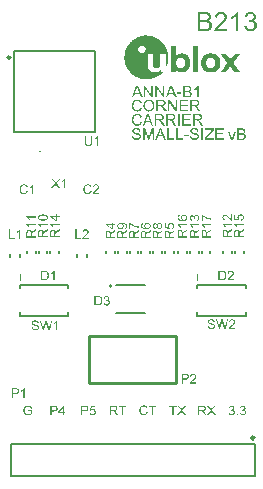
<source format=gto>
G04*
G04 #@! TF.GenerationSoftware,Altium Limited,Altium Designer,21.6.4 (81)*
G04*
G04 Layer_Color=65535*
%FSLAX44Y44*%
%MOMM*%
G71*
G04*
G04 #@! TF.SameCoordinates,998CE461-73B7-439C-9EE3-FAF607E45F75*
G04*
G04*
G04 #@! TF.FilePolarity,Positive*
G04*
G01*
G75*
%ADD10C,0.2540*%
%ADD11C,0.1270*%
%ADD12C,0.1016*%
%ADD13C,0.2000*%
G36*
X151125Y324717D02*
X147438D01*
Y325920D01*
X151125D01*
Y324717D01*
D02*
G37*
G36*
X136828Y321797D02*
X135499D01*
X130398Y329438D01*
Y321797D01*
X129159D01*
Y331535D01*
X130482D01*
X135590Y323887D01*
Y331535D01*
X136828D01*
Y321797D01*
D02*
G37*
G36*
X127007D02*
X125677D01*
X120576Y329438D01*
Y321797D01*
X119338D01*
Y331535D01*
X120660D01*
X125768Y323887D01*
Y331535D01*
X127007D01*
Y321797D01*
D02*
G37*
G36*
X165682D02*
X164486D01*
Y329410D01*
X164479Y329403D01*
X164465Y329389D01*
X164444Y329368D01*
X164409Y329340D01*
X164367Y329304D01*
X164310Y329255D01*
X164247Y329206D01*
X164184Y329150D01*
X164099Y329093D01*
X164015Y329023D01*
X163923Y328960D01*
X163825Y328882D01*
X163712Y328812D01*
X163600Y328735D01*
X163346Y328580D01*
X163339Y328573D01*
X163318Y328559D01*
X163276Y328537D01*
X163227Y328516D01*
X163171Y328481D01*
X163100Y328439D01*
X163016Y328397D01*
X162931Y328348D01*
X162734Y328249D01*
X162523Y328151D01*
X162305Y328052D01*
X162094Y327968D01*
Y329122D01*
X162108Y329129D01*
X162136Y329143D01*
X162192Y329171D01*
X162263Y329206D01*
X162347Y329248D01*
X162453Y329304D01*
X162565Y329368D01*
X162685Y329438D01*
X162819Y329523D01*
X162959Y329607D01*
X163255Y329804D01*
X163557Y330022D01*
X163846Y330261D01*
X163853Y330268D01*
X163881Y330289D01*
X163916Y330325D01*
X163966Y330374D01*
X164029Y330437D01*
X164099Y330508D01*
X164177Y330592D01*
X164261Y330676D01*
X164345Y330775D01*
X164437Y330881D01*
X164613Y331099D01*
X164775Y331331D01*
X164845Y331450D01*
X164908Y331570D01*
X165682D01*
Y321797D01*
D02*
G37*
G36*
X156374Y331528D02*
X156472D01*
X156578Y331521D01*
X156705Y331507D01*
X156831Y331500D01*
X156972Y331479D01*
X157120Y331464D01*
X157415Y331408D01*
X157711Y331331D01*
X157851Y331288D01*
X157978Y331232D01*
X157985D01*
X158006Y331218D01*
X158041Y331204D01*
X158091Y331176D01*
X158147Y331148D01*
X158210Y331106D01*
X158288Y331063D01*
X158365Y331007D01*
X158449Y330951D01*
X158534Y330881D01*
X158618Y330810D01*
X158710Y330726D01*
X158794Y330634D01*
X158879Y330543D01*
X158956Y330437D01*
X159033Y330325D01*
X159040Y330318D01*
X159047Y330297D01*
X159069Y330261D01*
X159097Y330219D01*
X159125Y330163D01*
X159153Y330093D01*
X159188Y330022D01*
X159230Y329938D01*
X159266Y329839D01*
X159301Y329741D01*
X159357Y329523D01*
X159406Y329283D01*
X159413Y329164D01*
X159420Y329037D01*
Y329030D01*
Y329009D01*
Y328974D01*
X159413Y328932D01*
Y328875D01*
X159399Y328812D01*
X159392Y328735D01*
X159378Y328657D01*
X159336Y328474D01*
X159273Y328277D01*
X159237Y328172D01*
X159188Y328073D01*
X159139Y327968D01*
X159076Y327862D01*
X159069Y327855D01*
X159062Y327841D01*
X159040Y327813D01*
X159012Y327771D01*
X158977Y327721D01*
X158935Y327672D01*
X158879Y327609D01*
X158822Y327546D01*
X158752Y327475D01*
X158682Y327405D01*
X158597Y327334D01*
X158506Y327257D01*
X158400Y327180D01*
X158295Y327109D01*
X158182Y327039D01*
X158055Y326976D01*
X158062D01*
X158098Y326962D01*
X158140Y326948D01*
X158203Y326926D01*
X158274Y326898D01*
X158358Y326863D01*
X158456Y326821D01*
X158555Y326764D01*
X158668Y326708D01*
X158780Y326645D01*
X158893Y326575D01*
X159005Y326490D01*
X159111Y326406D01*
X159223Y326307D01*
X159322Y326202D01*
X159413Y326089D01*
X159420Y326082D01*
X159434Y326061D01*
X159456Y326026D01*
X159491Y325976D01*
X159526Y325920D01*
X159568Y325850D01*
X159610Y325765D01*
X159653Y325674D01*
X159695Y325568D01*
X159744Y325456D01*
X159779Y325336D01*
X159814Y325203D01*
X159850Y325069D01*
X159871Y324921D01*
X159885Y324773D01*
X159892Y324619D01*
Y324612D01*
Y324590D01*
Y324548D01*
X159885Y324499D01*
Y324443D01*
X159878Y324372D01*
X159871Y324288D01*
X159857Y324203D01*
X159822Y324007D01*
X159765Y323788D01*
X159695Y323563D01*
X159596Y323338D01*
Y323331D01*
X159582Y323310D01*
X159568Y323282D01*
X159547Y323240D01*
X159519Y323190D01*
X159484Y323134D01*
X159399Y323007D01*
X159294Y322860D01*
X159174Y322712D01*
X159040Y322564D01*
X158886Y322438D01*
X158879D01*
X158865Y322423D01*
X158843Y322409D01*
X158808Y322388D01*
X158766Y322360D01*
X158717Y322332D01*
X158661Y322297D01*
X158597Y322262D01*
X158520Y322219D01*
X158442Y322184D01*
X158259Y322100D01*
X158055Y322029D01*
X157823Y321959D01*
X157816D01*
X157795Y321952D01*
X157760Y321945D01*
X157711Y321931D01*
X157647Y321924D01*
X157570Y321910D01*
X157486Y321896D01*
X157387Y321882D01*
X157282Y321861D01*
X157162Y321847D01*
X157028Y321832D01*
X156895Y321825D01*
X156747Y321811D01*
X156592Y321804D01*
X156423Y321797D01*
X152547D01*
Y331535D01*
X156297D01*
X156374Y331528D01*
D02*
G37*
G36*
X147037Y321797D02*
X145574D01*
X144448Y324745D01*
X140360D01*
X139298Y321797D01*
X137940D01*
X141676Y331535D01*
X143055D01*
X147037Y321797D01*
D02*
G37*
G36*
X118324D02*
X116861D01*
X115735Y324745D01*
X111647D01*
X110585Y321797D01*
X109227D01*
X112963Y331535D01*
X114342D01*
X118324Y321797D01*
D02*
G37*
G36*
X113955Y319843D02*
X114061Y319836D01*
X114187Y319829D01*
X114328Y319807D01*
X114490Y319786D01*
X114673Y319758D01*
X114863Y319716D01*
X115060Y319667D01*
X115264Y319611D01*
X115468Y319533D01*
X115672Y319449D01*
X115883Y319350D01*
X116080Y319238D01*
X116270Y319104D01*
X116284Y319097D01*
X116312Y319069D01*
X116368Y319027D01*
X116432Y318963D01*
X116516Y318893D01*
X116608Y318794D01*
X116706Y318689D01*
X116819Y318562D01*
X116931Y318421D01*
X117051Y318267D01*
X117163Y318091D01*
X117276Y317908D01*
X117389Y317704D01*
X117487Y317486D01*
X117586Y317253D01*
X117663Y317007D01*
X116397Y316712D01*
X116390Y316726D01*
X116382Y316761D01*
X116361Y316810D01*
X116333Y316888D01*
X116298Y316972D01*
X116256Y317071D01*
X116200Y317183D01*
X116143Y317303D01*
X116080Y317429D01*
X116003Y317556D01*
X115925Y317683D01*
X115834Y317816D01*
X115735Y317936D01*
X115637Y318056D01*
X115524Y318161D01*
X115405Y318260D01*
X115397Y318267D01*
X115376Y318281D01*
X115341Y318302D01*
X115292Y318337D01*
X115229Y318372D01*
X115151Y318414D01*
X115060Y318457D01*
X114961Y318506D01*
X114849Y318548D01*
X114729Y318590D01*
X114595Y318633D01*
X114455Y318668D01*
X114300Y318703D01*
X114138Y318724D01*
X113969Y318738D01*
X113786Y318745D01*
X113681D01*
X113603Y318738D01*
X113505Y318731D01*
X113392Y318717D01*
X113266Y318703D01*
X113132Y318675D01*
X112984Y318647D01*
X112836Y318611D01*
X112682Y318569D01*
X112520Y318520D01*
X112365Y318457D01*
X112210Y318379D01*
X112055Y318302D01*
X111908Y318203D01*
X111901Y318196D01*
X111873Y318182D01*
X111837Y318147D01*
X111788Y318105D01*
X111725Y318049D01*
X111654Y317985D01*
X111577Y317908D01*
X111493Y317823D01*
X111408Y317725D01*
X111317Y317619D01*
X111232Y317500D01*
X111148Y317366D01*
X111063Y317232D01*
X110986Y317085D01*
X110916Y316930D01*
X110852Y316761D01*
Y316754D01*
X110838Y316719D01*
X110824Y316670D01*
X110803Y316606D01*
X110782Y316522D01*
X110754Y316423D01*
X110733Y316311D01*
X110705Y316184D01*
X110676Y316050D01*
X110648Y315903D01*
X110620Y315748D01*
X110599Y315586D01*
X110564Y315248D01*
X110557Y315072D01*
X110550Y314890D01*
Y314875D01*
Y314833D01*
Y314770D01*
X110557Y314678D01*
X110564Y314573D01*
X110571Y314446D01*
X110578Y314305D01*
X110592Y314158D01*
X110613Y313989D01*
X110634Y313813D01*
X110705Y313454D01*
X110740Y313264D01*
X110789Y313081D01*
X110845Y312898D01*
X110909Y312722D01*
X110916Y312715D01*
X110923Y312680D01*
X110944Y312638D01*
X110979Y312575D01*
X111014Y312497D01*
X111063Y312406D01*
X111120Y312307D01*
X111183Y312202D01*
X111260Y312096D01*
X111345Y311984D01*
X111436Y311864D01*
X111535Y311751D01*
X111647Y311639D01*
X111767Y311533D01*
X111894Y311435D01*
X112034Y311343D01*
X112041Y311336D01*
X112070Y311322D01*
X112112Y311301D01*
X112168Y311273D01*
X112238Y311238D01*
X112323Y311196D01*
X112421Y311161D01*
X112527Y311118D01*
X112646Y311069D01*
X112773Y311034D01*
X112914Y310992D01*
X113055Y310956D01*
X113209Y310928D01*
X113364Y310907D01*
X113526Y310893D01*
X113688Y310886D01*
X113737D01*
X113793Y310893D01*
X113871D01*
X113962Y310907D01*
X114068Y310921D01*
X114194Y310935D01*
X114321Y310963D01*
X114462Y310999D01*
X114609Y311041D01*
X114764Y311090D01*
X114919Y311146D01*
X115074Y311217D01*
X115229Y311301D01*
X115376Y311400D01*
X115524Y311505D01*
X115531Y311512D01*
X115559Y311533D01*
X115594Y311569D01*
X115644Y311625D01*
X115707Y311688D01*
X115777Y311766D01*
X115855Y311864D01*
X115932Y311970D01*
X116017Y312096D01*
X116101Y312230D01*
X116193Y312385D01*
X116270Y312554D01*
X116354Y312729D01*
X116425Y312927D01*
X116488Y313130D01*
X116544Y313356D01*
X117832Y313032D01*
Y313025D01*
X117825Y313011D01*
X117818Y312990D01*
X117811Y312962D01*
X117804Y312927D01*
X117790Y312877D01*
X117754Y312772D01*
X117705Y312638D01*
X117649Y312490D01*
X117578Y312321D01*
X117494Y312139D01*
X117403Y311942D01*
X117297Y311744D01*
X117177Y311548D01*
X117044Y311343D01*
X116896Y311146D01*
X116734Y310956D01*
X116558Y310781D01*
X116368Y310612D01*
X116354Y310605D01*
X116319Y310576D01*
X116263Y310534D01*
X116178Y310485D01*
X116080Y310422D01*
X115953Y310351D01*
X115813Y310274D01*
X115651Y310197D01*
X115475Y310119D01*
X115278Y310042D01*
X115067Y309972D01*
X114842Y309908D01*
X114595Y309859D01*
X114342Y309817D01*
X114075Y309788D01*
X113793Y309781D01*
X113688D01*
X113638Y309788D01*
X113533D01*
X113399Y309803D01*
X113244Y309817D01*
X113069Y309838D01*
X112886Y309859D01*
X112682Y309894D01*
X112478Y309936D01*
X112260Y309993D01*
X112048Y310049D01*
X111837Y310126D01*
X111626Y310211D01*
X111422Y310309D01*
X111232Y310422D01*
X111218Y310429D01*
X111190Y310450D01*
X111141Y310492D01*
X111070Y310541D01*
X110986Y310605D01*
X110894Y310689D01*
X110789Y310781D01*
X110676Y310893D01*
X110557Y311020D01*
X110437Y311154D01*
X110310Y311308D01*
X110184Y311470D01*
X110064Y311653D01*
X109945Y311843D01*
X109832Y312054D01*
X109734Y312272D01*
Y312279D01*
X109727Y312286D01*
X109712Y312328D01*
X109684Y312392D01*
X109656Y312483D01*
X109614Y312596D01*
X109572Y312729D01*
X109522Y312884D01*
X109480Y313053D01*
X109431Y313243D01*
X109382Y313447D01*
X109340Y313658D01*
X109297Y313890D01*
X109269Y314123D01*
X109241Y314369D01*
X109227Y314622D01*
X109220Y314883D01*
Y314890D01*
Y314904D01*
Y314925D01*
Y314953D01*
Y314988D01*
X109227Y315030D01*
Y315136D01*
X109241Y315269D01*
X109248Y315424D01*
X109269Y315600D01*
X109290Y315790D01*
X109326Y315987D01*
X109361Y316198D01*
X109410Y316423D01*
X109466Y316648D01*
X109530Y316874D01*
X109607Y317099D01*
X109698Y317317D01*
X109797Y317535D01*
X109804Y317549D01*
X109825Y317584D01*
X109860Y317640D01*
X109902Y317725D01*
X109966Y317816D01*
X110036Y317922D01*
X110128Y318049D01*
X110226Y318175D01*
X110332Y318309D01*
X110458Y318457D01*
X110592Y318597D01*
X110740Y318738D01*
X110902Y318879D01*
X111070Y319013D01*
X111253Y319139D01*
X111450Y319259D01*
X111464Y319266D01*
X111500Y319287D01*
X111556Y319315D01*
X111640Y319350D01*
X111739Y319399D01*
X111858Y319449D01*
X111999Y319498D01*
X112147Y319554D01*
X112316Y319611D01*
X112499Y319660D01*
X112696Y319716D01*
X112900Y319758D01*
X113118Y319793D01*
X113343Y319822D01*
X113575Y319843D01*
X113814Y319850D01*
X113913D01*
X113955Y319843D01*
D02*
G37*
G36*
X147474Y309943D02*
X146144D01*
X141043Y317584D01*
Y309943D01*
X139805D01*
Y319681D01*
X141127D01*
X146235Y312033D01*
Y319681D01*
X147474D01*
Y309943D01*
D02*
G37*
G36*
X163255Y319674D02*
X163368D01*
X163494Y319667D01*
X163628Y319660D01*
X163783Y319646D01*
X163937Y319632D01*
X164099Y319618D01*
X164430Y319568D01*
X164585Y319540D01*
X164739Y319505D01*
X164887Y319463D01*
X165021Y319414D01*
X165028D01*
X165049Y319399D01*
X165084Y319385D01*
X165133Y319364D01*
X165190Y319336D01*
X165253Y319294D01*
X165331Y319252D01*
X165408Y319202D01*
X165492Y319139D01*
X165584Y319076D01*
X165675Y318998D01*
X165767Y318914D01*
X165851Y318815D01*
X165943Y318717D01*
X166027Y318604D01*
X166104Y318485D01*
X166112Y318478D01*
X166126Y318457D01*
X166140Y318421D01*
X166168Y318372D01*
X166196Y318309D01*
X166231Y318232D01*
X166273Y318147D01*
X166308Y318056D01*
X166344Y317950D01*
X166386Y317838D01*
X166421Y317718D01*
X166449Y317591D01*
X166477Y317458D01*
X166498Y317317D01*
X166506Y317169D01*
X166513Y317021D01*
Y317007D01*
Y316979D01*
X166506Y316923D01*
Y316845D01*
X166491Y316761D01*
X166477Y316656D01*
X166456Y316543D01*
X166428Y316416D01*
X166393Y316283D01*
X166351Y316142D01*
X166294Y315994D01*
X166231Y315846D01*
X166154Y315699D01*
X166062Y315558D01*
X165957Y315410D01*
X165837Y315277D01*
X165830Y315269D01*
X165809Y315248D01*
X165767Y315213D01*
X165710Y315164D01*
X165640Y315108D01*
X165549Y315044D01*
X165450Y314974D01*
X165331Y314897D01*
X165190Y314819D01*
X165042Y314742D01*
X164866Y314671D01*
X164683Y314594D01*
X164479Y314531D01*
X164261Y314467D01*
X164022Y314418D01*
X163769Y314376D01*
X163776D01*
X163790Y314362D01*
X163818Y314355D01*
X163853Y314334D01*
X163895Y314313D01*
X163944Y314284D01*
X164057Y314221D01*
X164184Y314151D01*
X164310Y314066D01*
X164430Y313982D01*
X164543Y313890D01*
X164550Y313883D01*
X164571Y313869D01*
X164599Y313834D01*
X164641Y313799D01*
X164690Y313743D01*
X164746Y313686D01*
X164817Y313616D01*
X164887Y313532D01*
X164965Y313440D01*
X165049Y313342D01*
X165140Y313236D01*
X165232Y313123D01*
X165324Y312997D01*
X165422Y312870D01*
X165612Y312589D01*
X167293Y309943D01*
X165682D01*
X164395Y311970D01*
X164388Y311977D01*
X164367Y312005D01*
X164338Y312054D01*
X164303Y312110D01*
X164254Y312188D01*
X164198Y312272D01*
X164134Y312364D01*
X164071Y312462D01*
X163923Y312680D01*
X163769Y312905D01*
X163614Y313116D01*
X163536Y313215D01*
X163466Y313306D01*
X163459Y313314D01*
X163452Y313328D01*
X163431Y313349D01*
X163403Y313384D01*
X163332Y313468D01*
X163248Y313567D01*
X163142Y313672D01*
X163037Y313785D01*
X162924Y313883D01*
X162812Y313961D01*
X162798Y313968D01*
X162762Y313989D01*
X162706Y314024D01*
X162629Y314059D01*
X162544Y314102D01*
X162446Y314151D01*
X162340Y314186D01*
X162228Y314221D01*
X162221D01*
X162185Y314228D01*
X162129Y314235D01*
X162059Y314249D01*
X161960Y314256D01*
X161834Y314263D01*
X161686Y314270D01*
X160019D01*
Y309943D01*
X158731D01*
Y319681D01*
X163171D01*
X163255Y319674D01*
D02*
G37*
G36*
X156705Y318534D02*
X150956D01*
Y315551D01*
X156339D01*
Y314404D01*
X150956D01*
Y311090D01*
X156930D01*
Y309943D01*
X149669D01*
Y319681D01*
X156705D01*
Y318534D01*
D02*
G37*
G36*
X134542Y319674D02*
X134654D01*
X134781Y319667D01*
X134915Y319660D01*
X135070Y319646D01*
X135224Y319632D01*
X135386Y319618D01*
X135717Y319568D01*
X135872Y319540D01*
X136026Y319505D01*
X136174Y319463D01*
X136308Y319414D01*
X136315D01*
X136336Y319399D01*
X136371Y319385D01*
X136420Y319364D01*
X136477Y319336D01*
X136540Y319294D01*
X136617Y319252D01*
X136695Y319202D01*
X136779Y319139D01*
X136871Y319076D01*
X136962Y318998D01*
X137054Y318914D01*
X137138Y318815D01*
X137229Y318717D01*
X137314Y318604D01*
X137391Y318485D01*
X137398Y318478D01*
X137413Y318457D01*
X137427Y318421D01*
X137455Y318372D01*
X137483Y318309D01*
X137518Y318232D01*
X137560Y318147D01*
X137595Y318056D01*
X137631Y317950D01*
X137673Y317838D01*
X137708Y317718D01*
X137736Y317591D01*
X137764Y317458D01*
X137785Y317317D01*
X137792Y317169D01*
X137799Y317021D01*
Y317007D01*
Y316979D01*
X137792Y316923D01*
Y316845D01*
X137778Y316761D01*
X137764Y316656D01*
X137743Y316543D01*
X137715Y316416D01*
X137680Y316283D01*
X137638Y316142D01*
X137581Y315994D01*
X137518Y315846D01*
X137441Y315699D01*
X137349Y315558D01*
X137244Y315410D01*
X137124Y315277D01*
X137117Y315269D01*
X137096Y315248D01*
X137054Y315213D01*
X136997Y315164D01*
X136927Y315108D01*
X136835Y315044D01*
X136737Y314974D01*
X136617Y314897D01*
X136477Y314819D01*
X136329Y314742D01*
X136153Y314671D01*
X135970Y314594D01*
X135766Y314531D01*
X135548Y314467D01*
X135309Y314418D01*
X135056Y314376D01*
X135063D01*
X135077Y314362D01*
X135105Y314355D01*
X135140Y314334D01*
X135182Y314313D01*
X135231Y314284D01*
X135344Y314221D01*
X135471Y314151D01*
X135597Y314066D01*
X135717Y313982D01*
X135829Y313890D01*
X135836Y313883D01*
X135857Y313869D01*
X135886Y313834D01*
X135928Y313799D01*
X135977Y313743D01*
X136033Y313686D01*
X136104Y313616D01*
X136174Y313532D01*
X136251Y313440D01*
X136336Y313342D01*
X136427Y313236D01*
X136519Y313123D01*
X136610Y312997D01*
X136709Y312870D01*
X136899Y312589D01*
X138580Y309943D01*
X136969D01*
X135682Y311970D01*
X135675Y311977D01*
X135653Y312005D01*
X135625Y312054D01*
X135590Y312110D01*
X135541Y312188D01*
X135485Y312272D01*
X135421Y312364D01*
X135358Y312462D01*
X135210Y312680D01*
X135056Y312905D01*
X134901Y313116D01*
X134823Y313215D01*
X134753Y313306D01*
X134746Y313314D01*
X134739Y313328D01*
X134718Y313349D01*
X134690Y313384D01*
X134619Y313468D01*
X134535Y313567D01*
X134429Y313672D01*
X134324Y313785D01*
X134211Y313883D01*
X134099Y313961D01*
X134085Y313968D01*
X134049Y313989D01*
X133993Y314024D01*
X133916Y314059D01*
X133831Y314102D01*
X133733Y314151D01*
X133627Y314186D01*
X133515Y314221D01*
X133508D01*
X133472Y314228D01*
X133416Y314235D01*
X133346Y314249D01*
X133247Y314256D01*
X133121Y314263D01*
X132973Y314270D01*
X131305D01*
Y309943D01*
X130018D01*
Y319681D01*
X134457D01*
X134542Y319674D01*
D02*
G37*
G36*
X123812Y319843D02*
X123904D01*
X124023Y319829D01*
X124164Y319814D01*
X124319Y319793D01*
X124488Y319772D01*
X124671Y319737D01*
X124868Y319695D01*
X125072Y319639D01*
X125276Y319575D01*
X125487Y319505D01*
X125698Y319414D01*
X125909Y319315D01*
X126113Y319202D01*
X126127Y319195D01*
X126162Y319174D01*
X126219Y319139D01*
X126289Y319083D01*
X126380Y319020D01*
X126486Y318942D01*
X126598Y318844D01*
X126725Y318738D01*
X126859Y318619D01*
X126992Y318485D01*
X127133Y318337D01*
X127267Y318175D01*
X127401Y317999D01*
X127534Y317816D01*
X127654Y317619D01*
X127766Y317408D01*
X127773Y317394D01*
X127795Y317359D01*
X127823Y317296D01*
X127858Y317204D01*
X127900Y317099D01*
X127949Y316965D01*
X127999Y316817D01*
X128055Y316648D01*
X128104Y316465D01*
X128153Y316262D01*
X128203Y316050D01*
X128245Y315818D01*
X128287Y315579D01*
X128315Y315326D01*
X128329Y315065D01*
X128336Y314798D01*
Y314791D01*
Y314784D01*
Y314763D01*
Y314735D01*
Y314699D01*
X128329Y314650D01*
Y314545D01*
X128315Y314418D01*
X128308Y314270D01*
X128287Y314094D01*
X128259Y313911D01*
X128231Y313708D01*
X128188Y313496D01*
X128139Y313278D01*
X128083Y313053D01*
X128013Y312821D01*
X127935Y312596D01*
X127844Y312371D01*
X127738Y312146D01*
X127731Y312132D01*
X127710Y312096D01*
X127675Y312033D01*
X127626Y311956D01*
X127569Y311857D01*
X127492Y311744D01*
X127401Y311618D01*
X127302Y311484D01*
X127189Y311343D01*
X127063Y311203D01*
X126922Y311055D01*
X126774Y310907D01*
X126606Y310767D01*
X126430Y310626D01*
X126240Y310499D01*
X126043Y310380D01*
X126028Y310373D01*
X125993Y310351D01*
X125930Y310323D01*
X125853Y310288D01*
X125747Y310239D01*
X125627Y310190D01*
X125494Y310133D01*
X125339Y310084D01*
X125163Y310028D01*
X124980Y309972D01*
X124790Y309922D01*
X124579Y309873D01*
X124368Y309838D01*
X124143Y309810D01*
X123911Y309788D01*
X123679Y309781D01*
X123615D01*
X123545Y309788D01*
X123446Y309796D01*
X123327Y309803D01*
X123186Y309817D01*
X123024Y309838D01*
X122855Y309866D01*
X122665Y309901D01*
X122468Y309943D01*
X122264Y310000D01*
X122060Y310063D01*
X121849Y310133D01*
X121631Y310225D01*
X121420Y310323D01*
X121216Y310443D01*
X121202Y310450D01*
X121167Y310471D01*
X121110Y310513D01*
X121040Y310562D01*
X120949Y310633D01*
X120843Y310710D01*
X120731Y310809D01*
X120604Y310914D01*
X120477Y311041D01*
X120337Y311175D01*
X120203Y311322D01*
X120069Y311484D01*
X119936Y311660D01*
X119809Y311843D01*
X119689Y312040D01*
X119577Y312251D01*
X119570Y312265D01*
X119556Y312300D01*
X119527Y312364D01*
X119492Y312455D01*
X119450Y312561D01*
X119401Y312687D01*
X119352Y312828D01*
X119302Y312990D01*
X119246Y313166D01*
X119197Y313356D01*
X119148Y313553D01*
X119105Y313764D01*
X119070Y313989D01*
X119042Y314214D01*
X119028Y314446D01*
X119021Y314685D01*
Y314692D01*
Y314714D01*
Y314749D01*
Y314791D01*
X119028Y314847D01*
Y314918D01*
X119035Y314995D01*
X119042Y315086D01*
X119049Y315185D01*
X119063Y315291D01*
X119077Y315403D01*
X119091Y315523D01*
X119133Y315783D01*
X119183Y316064D01*
X119253Y316367D01*
X119338Y316677D01*
X119443Y316993D01*
X119570Y317310D01*
X119717Y317619D01*
X119893Y317922D01*
X119992Y318070D01*
X120090Y318210D01*
X120203Y318344D01*
X120323Y318478D01*
X120330Y318485D01*
X120337Y318492D01*
X120358Y318513D01*
X120386Y318534D01*
X120414Y318569D01*
X120456Y318604D01*
X120562Y318696D01*
X120688Y318794D01*
X120843Y318914D01*
X121026Y319034D01*
X121230Y319167D01*
X121462Y319294D01*
X121716Y319414D01*
X121990Y319533D01*
X122285Y319639D01*
X122609Y319723D01*
X122947Y319793D01*
X123123Y319814D01*
X123306Y319836D01*
X123489Y319843D01*
X123679Y319850D01*
X123742D01*
X123812Y319843D01*
D02*
G37*
G36*
X113955Y307827D02*
X114061Y307820D01*
X114187Y307813D01*
X114328Y307792D01*
X114490Y307771D01*
X114673Y307743D01*
X114863Y307700D01*
X115060Y307651D01*
X115264Y307595D01*
X115468Y307517D01*
X115672Y307433D01*
X115883Y307334D01*
X116080Y307222D01*
X116270Y307088D01*
X116284Y307081D01*
X116312Y307053D01*
X116368Y307011D01*
X116432Y306947D01*
X116516Y306877D01*
X116608Y306779D01*
X116706Y306673D01*
X116819Y306546D01*
X116931Y306406D01*
X117051Y306251D01*
X117163Y306075D01*
X117276Y305892D01*
X117389Y305688D01*
X117487Y305470D01*
X117586Y305238D01*
X117663Y304991D01*
X116397Y304696D01*
X116390Y304710D01*
X116382Y304745D01*
X116361Y304795D01*
X116333Y304872D01*
X116298Y304956D01*
X116256Y305055D01*
X116200Y305167D01*
X116143Y305287D01*
X116080Y305414D01*
X116003Y305540D01*
X115925Y305667D01*
X115834Y305801D01*
X115735Y305920D01*
X115637Y306040D01*
X115524Y306145D01*
X115405Y306244D01*
X115397Y306251D01*
X115376Y306265D01*
X115341Y306286D01*
X115292Y306321D01*
X115229Y306357D01*
X115151Y306399D01*
X115060Y306441D01*
X114961Y306490D01*
X114849Y306532D01*
X114729Y306575D01*
X114595Y306617D01*
X114455Y306652D01*
X114300Y306687D01*
X114138Y306708D01*
X113969Y306722D01*
X113786Y306729D01*
X113681D01*
X113603Y306722D01*
X113505Y306715D01*
X113392Y306701D01*
X113266Y306687D01*
X113132Y306659D01*
X112984Y306631D01*
X112836Y306596D01*
X112682Y306553D01*
X112520Y306504D01*
X112365Y306441D01*
X112210Y306364D01*
X112055Y306286D01*
X111908Y306188D01*
X111901Y306181D01*
X111873Y306166D01*
X111837Y306131D01*
X111788Y306089D01*
X111725Y306033D01*
X111654Y305970D01*
X111577Y305892D01*
X111493Y305808D01*
X111408Y305709D01*
X111317Y305604D01*
X111232Y305484D01*
X111148Y305350D01*
X111063Y305217D01*
X110986Y305069D01*
X110916Y304914D01*
X110852Y304745D01*
Y304738D01*
X110838Y304703D01*
X110824Y304654D01*
X110803Y304590D01*
X110782Y304506D01*
X110754Y304408D01*
X110733Y304295D01*
X110705Y304168D01*
X110676Y304035D01*
X110648Y303887D01*
X110620Y303732D01*
X110599Y303570D01*
X110564Y303233D01*
X110557Y303057D01*
X110550Y302874D01*
Y302860D01*
Y302817D01*
Y302754D01*
X110557Y302663D01*
X110564Y302557D01*
X110571Y302430D01*
X110578Y302290D01*
X110592Y302142D01*
X110613Y301973D01*
X110634Y301797D01*
X110705Y301438D01*
X110740Y301248D01*
X110789Y301066D01*
X110845Y300883D01*
X110909Y300707D01*
X110916Y300700D01*
X110923Y300665D01*
X110944Y300622D01*
X110979Y300559D01*
X111014Y300482D01*
X111063Y300390D01*
X111120Y300292D01*
X111183Y300186D01*
X111260Y300081D01*
X111345Y299968D01*
X111436Y299848D01*
X111535Y299736D01*
X111647Y299623D01*
X111767Y299518D01*
X111894Y299419D01*
X112034Y299328D01*
X112041Y299321D01*
X112070Y299307D01*
X112112Y299286D01*
X112168Y299257D01*
X112238Y299222D01*
X112323Y299180D01*
X112421Y299145D01*
X112527Y299103D01*
X112646Y299053D01*
X112773Y299018D01*
X112914Y298976D01*
X113055Y298941D01*
X113209Y298913D01*
X113364Y298892D01*
X113526Y298877D01*
X113688Y298870D01*
X113737D01*
X113793Y298877D01*
X113871D01*
X113962Y298892D01*
X114068Y298906D01*
X114194Y298920D01*
X114321Y298948D01*
X114462Y298983D01*
X114609Y299025D01*
X114764Y299074D01*
X114919Y299131D01*
X115074Y299201D01*
X115229Y299286D01*
X115376Y299384D01*
X115524Y299489D01*
X115531Y299497D01*
X115559Y299518D01*
X115594Y299553D01*
X115644Y299609D01*
X115707Y299673D01*
X115777Y299750D01*
X115855Y299848D01*
X115932Y299954D01*
X116017Y300081D01*
X116101Y300214D01*
X116193Y300369D01*
X116270Y300538D01*
X116354Y300714D01*
X116425Y300911D01*
X116488Y301115D01*
X116544Y301340D01*
X117832Y301016D01*
Y301009D01*
X117825Y300995D01*
X117818Y300974D01*
X117811Y300946D01*
X117804Y300911D01*
X117790Y300861D01*
X117754Y300756D01*
X117705Y300622D01*
X117649Y300474D01*
X117578Y300306D01*
X117494Y300123D01*
X117403Y299926D01*
X117297Y299729D01*
X117177Y299532D01*
X117044Y299328D01*
X116896Y299131D01*
X116734Y298941D01*
X116558Y298765D01*
X116368Y298596D01*
X116354Y298589D01*
X116319Y298561D01*
X116263Y298519D01*
X116178Y298469D01*
X116080Y298406D01*
X115953Y298336D01*
X115813Y298258D01*
X115651Y298181D01*
X115475Y298104D01*
X115278Y298026D01*
X115067Y297956D01*
X114842Y297892D01*
X114595Y297843D01*
X114342Y297801D01*
X114075Y297773D01*
X113793Y297766D01*
X113688D01*
X113638Y297773D01*
X113533D01*
X113399Y297787D01*
X113244Y297801D01*
X113069Y297822D01*
X112886Y297843D01*
X112682Y297878D01*
X112478Y297920D01*
X112260Y297977D01*
X112048Y298033D01*
X111837Y298111D01*
X111626Y298195D01*
X111422Y298293D01*
X111232Y298406D01*
X111218Y298413D01*
X111190Y298434D01*
X111141Y298476D01*
X111070Y298526D01*
X110986Y298589D01*
X110894Y298673D01*
X110789Y298765D01*
X110676Y298877D01*
X110557Y299004D01*
X110437Y299138D01*
X110310Y299293D01*
X110184Y299454D01*
X110064Y299637D01*
X109945Y299827D01*
X109832Y300038D01*
X109734Y300256D01*
Y300264D01*
X109727Y300271D01*
X109712Y300313D01*
X109684Y300376D01*
X109656Y300467D01*
X109614Y300580D01*
X109572Y300714D01*
X109522Y300868D01*
X109480Y301037D01*
X109431Y301227D01*
X109382Y301431D01*
X109340Y301642D01*
X109297Y301875D01*
X109269Y302107D01*
X109241Y302353D01*
X109227Y302606D01*
X109220Y302867D01*
Y302874D01*
Y302888D01*
Y302909D01*
Y302937D01*
Y302972D01*
X109227Y303015D01*
Y303120D01*
X109241Y303254D01*
X109248Y303409D01*
X109269Y303584D01*
X109290Y303774D01*
X109326Y303971D01*
X109361Y304182D01*
X109410Y304408D01*
X109466Y304633D01*
X109530Y304858D01*
X109607Y305083D01*
X109698Y305301D01*
X109797Y305519D01*
X109804Y305533D01*
X109825Y305569D01*
X109860Y305625D01*
X109902Y305709D01*
X109966Y305801D01*
X110036Y305906D01*
X110128Y306033D01*
X110226Y306159D01*
X110332Y306293D01*
X110458Y306441D01*
X110592Y306582D01*
X110740Y306722D01*
X110902Y306863D01*
X111070Y306997D01*
X111253Y307123D01*
X111450Y307243D01*
X111464Y307250D01*
X111500Y307271D01*
X111556Y307299D01*
X111640Y307334D01*
X111739Y307384D01*
X111858Y307433D01*
X111999Y307482D01*
X112147Y307539D01*
X112316Y307595D01*
X112499Y307644D01*
X112696Y307700D01*
X112900Y307743D01*
X113118Y307778D01*
X113343Y307806D01*
X113575Y307827D01*
X113814Y307834D01*
X113913D01*
X113955Y307827D01*
D02*
G37*
G36*
X165520Y307658D02*
X165633D01*
X165760Y307651D01*
X165893Y307644D01*
X166048Y307630D01*
X166203Y307616D01*
X166365Y307602D01*
X166695Y307553D01*
X166850Y307524D01*
X167005Y307489D01*
X167153Y307447D01*
X167286Y307398D01*
X167293D01*
X167315Y307384D01*
X167350Y307370D01*
X167399Y307348D01*
X167455Y307320D01*
X167519Y307278D01*
X167596Y307236D01*
X167673Y307187D01*
X167758Y307123D01*
X167849Y307060D01*
X167941Y306983D01*
X168032Y306898D01*
X168117Y306800D01*
X168208Y306701D01*
X168293Y306589D01*
X168370Y306469D01*
X168377Y306462D01*
X168391Y306441D01*
X168405Y306406D01*
X168433Y306357D01*
X168461Y306293D01*
X168497Y306216D01*
X168539Y306131D01*
X168574Y306040D01*
X168609Y305934D01*
X168651Y305822D01*
X168687Y305702D01*
X168715Y305576D01*
X168743Y305442D01*
X168764Y305301D01*
X168771Y305153D01*
X168778Y305006D01*
Y304991D01*
Y304963D01*
X168771Y304907D01*
Y304830D01*
X168757Y304745D01*
X168743Y304640D01*
X168722Y304527D01*
X168694Y304401D01*
X168658Y304267D01*
X168616Y304126D01*
X168560Y303978D01*
X168497Y303831D01*
X168419Y303683D01*
X168328Y303542D01*
X168222Y303394D01*
X168103Y303261D01*
X168096Y303254D01*
X168074Y303233D01*
X168032Y303197D01*
X167976Y303148D01*
X167906Y303092D01*
X167814Y303029D01*
X167716Y302958D01*
X167596Y302881D01*
X167455Y302803D01*
X167308Y302726D01*
X167132Y302656D01*
X166949Y302578D01*
X166745Y302515D01*
X166527Y302452D01*
X166287Y302402D01*
X166034Y302360D01*
X166041D01*
X166055Y302346D01*
X166083Y302339D01*
X166119Y302318D01*
X166161Y302297D01*
X166210Y302269D01*
X166323Y302205D01*
X166449Y302135D01*
X166576Y302051D01*
X166695Y301966D01*
X166808Y301875D01*
X166815Y301868D01*
X166836Y301854D01*
X166864Y301818D01*
X166907Y301783D01*
X166956Y301727D01*
X167012Y301671D01*
X167082Y301600D01*
X167153Y301516D01*
X167230Y301424D01*
X167315Y301326D01*
X167406Y301220D01*
X167498Y301108D01*
X167589Y300981D01*
X167687Y300854D01*
X167878Y300573D01*
X169559Y297928D01*
X167948D01*
X166660Y299954D01*
X166653Y299961D01*
X166632Y299989D01*
X166604Y300038D01*
X166569Y300095D01*
X166520Y300172D01*
X166463Y300256D01*
X166400Y300348D01*
X166337Y300446D01*
X166189Y300665D01*
X166034Y300890D01*
X165879Y301101D01*
X165802Y301199D01*
X165732Y301291D01*
X165725Y301298D01*
X165718Y301312D01*
X165696Y301333D01*
X165668Y301368D01*
X165598Y301453D01*
X165513Y301551D01*
X165408Y301656D01*
X165302Y301769D01*
X165190Y301868D01*
X165077Y301945D01*
X165063Y301952D01*
X165028Y301973D01*
X164972Y302008D01*
X164894Y302043D01*
X164810Y302086D01*
X164711Y302135D01*
X164606Y302170D01*
X164493Y302205D01*
X164486D01*
X164451Y302212D01*
X164395Y302219D01*
X164324Y302234D01*
X164226Y302241D01*
X164099Y302248D01*
X163951Y302255D01*
X162284D01*
Y297928D01*
X160996D01*
Y307665D01*
X165436D01*
X165520Y307658D01*
D02*
G37*
G36*
X158970Y306518D02*
X153222D01*
Y303535D01*
X158604D01*
Y302388D01*
X153222D01*
Y299074D01*
X159195D01*
Y297928D01*
X151934D01*
Y307665D01*
X158970D01*
Y306518D01*
D02*
G37*
G36*
X149634Y297928D02*
X148346D01*
Y307665D01*
X149634D01*
Y297928D01*
D02*
G37*
G36*
X142851Y307658D02*
X142964D01*
X143090Y307651D01*
X143224Y307644D01*
X143379Y307630D01*
X143534Y307616D01*
X143695Y307602D01*
X144026Y307553D01*
X144181Y307524D01*
X144336Y307489D01*
X144483Y307447D01*
X144617Y307398D01*
X144624D01*
X144645Y307384D01*
X144680Y307370D01*
X144730Y307348D01*
X144786Y307320D01*
X144849Y307278D01*
X144927Y307236D01*
X145004Y307187D01*
X145089Y307123D01*
X145180Y307060D01*
X145271Y306983D01*
X145363Y306898D01*
X145447Y306800D01*
X145539Y306701D01*
X145623Y306589D01*
X145701Y306469D01*
X145708Y306462D01*
X145722Y306441D01*
X145736Y306406D01*
X145764Y306357D01*
X145792Y306293D01*
X145827Y306216D01*
X145870Y306131D01*
X145905Y306040D01*
X145940Y305934D01*
X145982Y305822D01*
X146017Y305702D01*
X146045Y305576D01*
X146074Y305442D01*
X146095Y305301D01*
X146102Y305153D01*
X146109Y305006D01*
Y304991D01*
Y304963D01*
X146102Y304907D01*
Y304830D01*
X146088Y304745D01*
X146074Y304640D01*
X146052Y304527D01*
X146024Y304401D01*
X145989Y304267D01*
X145947Y304126D01*
X145891Y303978D01*
X145827Y303831D01*
X145750Y303683D01*
X145658Y303542D01*
X145553Y303394D01*
X145433Y303261D01*
X145426Y303254D01*
X145405Y303233D01*
X145363Y303197D01*
X145307Y303148D01*
X145236Y303092D01*
X145145Y303029D01*
X145046Y302958D01*
X144927Y302881D01*
X144786Y302803D01*
X144638Y302726D01*
X144462Y302656D01*
X144279Y302578D01*
X144075Y302515D01*
X143857Y302452D01*
X143618Y302402D01*
X143365Y302360D01*
X143372D01*
X143386Y302346D01*
X143414Y302339D01*
X143449Y302318D01*
X143491Y302297D01*
X143541Y302269D01*
X143653Y302205D01*
X143780Y302135D01*
X143906Y302051D01*
X144026Y301966D01*
X144139Y301875D01*
X144146Y301868D01*
X144167Y301854D01*
X144195Y301818D01*
X144237Y301783D01*
X144286Y301727D01*
X144343Y301671D01*
X144413Y301600D01*
X144483Y301516D01*
X144561Y301424D01*
X144645Y301326D01*
X144737Y301220D01*
X144828Y301108D01*
X144920Y300981D01*
X145018Y300854D01*
X145208Y300573D01*
X146890Y297928D01*
X145279D01*
X143991Y299954D01*
X143984Y299961D01*
X143963Y299989D01*
X143935Y300038D01*
X143899Y300095D01*
X143850Y300172D01*
X143794Y300256D01*
X143731Y300348D01*
X143667Y300446D01*
X143519Y300665D01*
X143365Y300890D01*
X143210Y301101D01*
X143133Y301199D01*
X143062Y301291D01*
X143055Y301298D01*
X143048Y301312D01*
X143027Y301333D01*
X142999Y301368D01*
X142928Y301453D01*
X142844Y301551D01*
X142739Y301656D01*
X142633Y301769D01*
X142520Y301868D01*
X142408Y301945D01*
X142394Y301952D01*
X142359Y301973D01*
X142302Y302008D01*
X142225Y302043D01*
X142141Y302086D01*
X142042Y302135D01*
X141937Y302170D01*
X141824Y302205D01*
X141817D01*
X141782Y302212D01*
X141725Y302219D01*
X141655Y302234D01*
X141557Y302241D01*
X141430Y302248D01*
X141282Y302255D01*
X139615D01*
Y297928D01*
X138327D01*
Y307665D01*
X142767D01*
X142851Y307658D01*
D02*
G37*
G36*
X133029D02*
X133142D01*
X133268Y307651D01*
X133402Y307644D01*
X133557Y307630D01*
X133712Y307616D01*
X133873Y307602D01*
X134204Y307553D01*
X134359Y307524D01*
X134514Y307489D01*
X134662Y307447D01*
X134795Y307398D01*
X134802D01*
X134823Y307384D01*
X134859Y307370D01*
X134908Y307348D01*
X134964Y307320D01*
X135027Y307278D01*
X135105Y307236D01*
X135182Y307187D01*
X135267Y307123D01*
X135358Y307060D01*
X135449Y306983D01*
X135541Y306898D01*
X135625Y306800D01*
X135717Y306701D01*
X135801Y306589D01*
X135879Y306469D01*
X135886Y306462D01*
X135900Y306441D01*
X135914Y306406D01*
X135942Y306357D01*
X135970Y306293D01*
X136005Y306216D01*
X136047Y306131D01*
X136083Y306040D01*
X136118Y305934D01*
X136160Y305822D01*
X136195Y305702D01*
X136223Y305576D01*
X136251Y305442D01*
X136273Y305301D01*
X136280Y305153D01*
X136287Y305006D01*
Y304991D01*
Y304963D01*
X136280Y304907D01*
Y304830D01*
X136266Y304745D01*
X136251Y304640D01*
X136230Y304527D01*
X136202Y304401D01*
X136167Y304267D01*
X136125Y304126D01*
X136069Y303978D01*
X136005Y303831D01*
X135928Y303683D01*
X135836Y303542D01*
X135731Y303394D01*
X135611Y303261D01*
X135604Y303254D01*
X135583Y303233D01*
X135541Y303197D01*
X135485Y303148D01*
X135414Y303092D01*
X135323Y303029D01*
X135224Y302958D01*
X135105Y302881D01*
X134964Y302803D01*
X134816Y302726D01*
X134640Y302656D01*
X134457Y302578D01*
X134253Y302515D01*
X134035Y302452D01*
X133796Y302402D01*
X133543Y302360D01*
X133550D01*
X133564Y302346D01*
X133592Y302339D01*
X133627Y302318D01*
X133669Y302297D01*
X133719Y302269D01*
X133831Y302205D01*
X133958Y302135D01*
X134085Y302051D01*
X134204Y301966D01*
X134317Y301875D01*
X134324Y301868D01*
X134345Y301854D01*
X134373Y301818D01*
X134415Y301783D01*
X134465Y301727D01*
X134521Y301671D01*
X134591Y301600D01*
X134662Y301516D01*
X134739Y301424D01*
X134823Y301326D01*
X134915Y301220D01*
X135006Y301108D01*
X135098Y300981D01*
X135196Y300854D01*
X135386Y300573D01*
X137068Y297928D01*
X135456D01*
X134169Y299954D01*
X134162Y299961D01*
X134141Y299989D01*
X134113Y300038D01*
X134078Y300095D01*
X134028Y300172D01*
X133972Y300256D01*
X133909Y300348D01*
X133845Y300446D01*
X133698Y300665D01*
X133543Y300890D01*
X133388Y301101D01*
X133311Y301199D01*
X133240Y301291D01*
X133233Y301298D01*
X133226Y301312D01*
X133205Y301333D01*
X133177Y301368D01*
X133106Y301453D01*
X133022Y301551D01*
X132917Y301656D01*
X132811Y301769D01*
X132698Y301868D01*
X132586Y301945D01*
X132572Y301952D01*
X132537Y301973D01*
X132480Y302008D01*
X132403Y302043D01*
X132318Y302086D01*
X132220Y302135D01*
X132114Y302170D01*
X132002Y302205D01*
X131995D01*
X131960Y302212D01*
X131903Y302219D01*
X131833Y302234D01*
X131735Y302241D01*
X131608Y302248D01*
X131460Y302255D01*
X129793D01*
Y297928D01*
X128505D01*
Y307665D01*
X132945D01*
X133029Y307658D01*
D02*
G37*
G36*
X127457Y297928D02*
X125993D01*
X124868Y300876D01*
X120780D01*
X119717Y297928D01*
X118359D01*
X122095Y307665D01*
X123475D01*
X127457Y297928D01*
D02*
G37*
G36*
X162312Y295811D02*
X162404D01*
X162516Y295797D01*
X162636Y295790D01*
X162777Y295776D01*
X162917Y295755D01*
X163072Y295734D01*
X163389Y295671D01*
X163557Y295628D01*
X163719Y295586D01*
X163881Y295530D01*
X164036Y295466D01*
X164043Y295459D01*
X164071Y295452D01*
X164113Y295431D01*
X164170Y295403D01*
X164240Y295368D01*
X164317Y295319D01*
X164409Y295269D01*
X164500Y295206D01*
X164606Y295143D01*
X164704Y295065D01*
X164810Y294981D01*
X164915Y294890D01*
X165021Y294791D01*
X165119Y294678D01*
X165218Y294566D01*
X165302Y294439D01*
X165309Y294432D01*
X165324Y294411D01*
X165345Y294369D01*
X165373Y294320D01*
X165408Y294256D01*
X165450Y294179D01*
X165485Y294095D01*
X165534Y293996D01*
X165577Y293890D01*
X165619Y293771D01*
X165661Y293644D01*
X165696Y293510D01*
X165732Y293370D01*
X165760Y293222D01*
X165774Y293067D01*
X165788Y292912D01*
X164550Y292821D01*
Y292835D01*
X164543Y292863D01*
X164536Y292912D01*
X164521Y292976D01*
X164507Y293046D01*
X164486Y293138D01*
X164458Y293236D01*
X164423Y293342D01*
X164388Y293454D01*
X164338Y293567D01*
X164282Y293679D01*
X164219Y293799D01*
X164149Y293911D01*
X164064Y294017D01*
X163973Y294123D01*
X163874Y294214D01*
X163867Y294221D01*
X163846Y294235D01*
X163818Y294256D01*
X163769Y294291D01*
X163705Y294327D01*
X163635Y294362D01*
X163550Y294404D01*
X163452Y294453D01*
X163339Y294496D01*
X163213Y294538D01*
X163072Y294573D01*
X162924Y294615D01*
X162755Y294643D01*
X162579Y294664D01*
X162390Y294678D01*
X162185Y294685D01*
X162073D01*
X161996Y294678D01*
X161897Y294671D01*
X161791Y294664D01*
X161665Y294650D01*
X161538Y294629D01*
X161257Y294580D01*
X161116Y294545D01*
X160975Y294503D01*
X160842Y294453D01*
X160708Y294397D01*
X160588Y294334D01*
X160483Y294256D01*
X160476Y294249D01*
X160462Y294235D01*
X160434Y294214D01*
X160398Y294179D01*
X160363Y294137D01*
X160314Y294087D01*
X160272Y294031D01*
X160222Y293968D01*
X160173Y293897D01*
X160124Y293813D01*
X160040Y293637D01*
X160004Y293546D01*
X159976Y293440D01*
X159962Y293335D01*
X159955Y293222D01*
Y293215D01*
Y293201D01*
Y293173D01*
X159962Y293138D01*
X159969Y293088D01*
X159976Y293039D01*
X160004Y292920D01*
X160047Y292779D01*
X160110Y292638D01*
X160152Y292561D01*
X160208Y292490D01*
X160265Y292420D01*
X160328Y292357D01*
X160335Y292350D01*
X160349Y292342D01*
X160370Y292321D01*
X160413Y292300D01*
X160462Y292265D01*
X160532Y292230D01*
X160609Y292188D01*
X160708Y292139D01*
X160828Y292089D01*
X160961Y292033D01*
X161123Y291977D01*
X161299Y291913D01*
X161503Y291850D01*
X161728Y291787D01*
X161982Y291723D01*
X162263Y291653D01*
X162270D01*
X162284Y291646D01*
X162305D01*
X162333Y291639D01*
X162368Y291632D01*
X162411Y291618D01*
X162516Y291597D01*
X162643Y291562D01*
X162791Y291526D01*
X162952Y291491D01*
X163121Y291442D01*
X163480Y291350D01*
X163656Y291301D01*
X163832Y291245D01*
X164001Y291196D01*
X164156Y291139D01*
X164296Y291090D01*
X164416Y291041D01*
X164423Y291034D01*
X164451Y291020D01*
X164500Y290999D01*
X164557Y290971D01*
X164627Y290928D01*
X164704Y290886D01*
X164796Y290830D01*
X164894Y290767D01*
X164993Y290703D01*
X165098Y290626D01*
X165309Y290457D01*
X165506Y290260D01*
X165591Y290154D01*
X165675Y290042D01*
X165682Y290035D01*
X165696Y290014D01*
X165710Y289979D01*
X165739Y289936D01*
X165767Y289880D01*
X165802Y289810D01*
X165844Y289732D01*
X165879Y289648D01*
X165914Y289549D01*
X165957Y289444D01*
X165992Y289331D01*
X166020Y289205D01*
X166048Y289078D01*
X166069Y288944D01*
X166076Y288811D01*
X166083Y288663D01*
Y288656D01*
Y288628D01*
Y288585D01*
X166076Y288529D01*
X166069Y288459D01*
X166062Y288381D01*
X166048Y288290D01*
X166027Y288184D01*
X166006Y288079D01*
X165971Y287959D01*
X165936Y287840D01*
X165893Y287713D01*
X165844Y287586D01*
X165781Y287453D01*
X165710Y287326D01*
X165633Y287192D01*
X165626Y287185D01*
X165612Y287164D01*
X165584Y287129D01*
X165549Y287080D01*
X165506Y287024D01*
X165450Y286953D01*
X165387Y286883D01*
X165309Y286805D01*
X165225Y286721D01*
X165126Y286637D01*
X165021Y286545D01*
X164908Y286454D01*
X164789Y286369D01*
X164655Y286285D01*
X164514Y286207D01*
X164360Y286130D01*
X164352Y286123D01*
X164324Y286116D01*
X164275Y286095D01*
X164212Y286074D01*
X164134Y286045D01*
X164043Y286010D01*
X163937Y285975D01*
X163818Y285940D01*
X163684Y285905D01*
X163536Y285870D01*
X163382Y285842D01*
X163220Y285806D01*
X163051Y285785D01*
X162868Y285764D01*
X162678Y285757D01*
X162488Y285750D01*
X162361D01*
X162270Y285757D01*
X162157Y285764D01*
X162024Y285771D01*
X161876Y285785D01*
X161714Y285799D01*
X161545Y285820D01*
X161369Y285842D01*
X160996Y285912D01*
X160807Y285954D01*
X160624Y286003D01*
X160441Y286067D01*
X160272Y286130D01*
X160265Y286137D01*
X160229Y286151D01*
X160187Y286172D01*
X160124Y286200D01*
X160047Y286243D01*
X159962Y286292D01*
X159864Y286355D01*
X159765Y286418D01*
X159653Y286496D01*
X159540Y286580D01*
X159420Y286679D01*
X159308Y286784D01*
X159188Y286897D01*
X159076Y287016D01*
X158970Y287150D01*
X158872Y287291D01*
X158865Y287298D01*
X158850Y287326D01*
X158822Y287368D01*
X158794Y287425D01*
X158752Y287502D01*
X158710Y287586D01*
X158661Y287685D01*
X158618Y287797D01*
X158569Y287924D01*
X158520Y288058D01*
X158478Y288206D01*
X158435Y288353D01*
X158400Y288515D01*
X158372Y288684D01*
X158351Y288860D01*
X158344Y289043D01*
X159561Y289148D01*
Y289141D01*
X159568Y289113D01*
Y289078D01*
X159582Y289029D01*
X159589Y288965D01*
X159603Y288888D01*
X159625Y288811D01*
X159646Y288719D01*
X159695Y288529D01*
X159765Y288325D01*
X159850Y288128D01*
X159955Y287938D01*
X159962Y287931D01*
X159969Y287917D01*
X159990Y287896D01*
X160019Y287861D01*
X160047Y287819D01*
X160089Y287776D01*
X160138Y287727D01*
X160194Y287671D01*
X160258Y287614D01*
X160335Y287551D01*
X160413Y287488D01*
X160504Y287425D01*
X160595Y287361D01*
X160701Y287298D01*
X160814Y287242D01*
X160933Y287185D01*
X160940D01*
X160961Y287171D01*
X161003Y287157D01*
X161053Y287143D01*
X161116Y287122D01*
X161186Y287094D01*
X161278Y287066D01*
X161369Y287045D01*
X161475Y287016D01*
X161595Y286988D01*
X161714Y286967D01*
X161848Y286939D01*
X162129Y286911D01*
X162432Y286897D01*
X162502D01*
X162558Y286904D01*
X162622D01*
X162692Y286911D01*
X162777Y286918D01*
X162868Y286925D01*
X163072Y286953D01*
X163290Y286988D01*
X163508Y287045D01*
X163726Y287115D01*
X163733D01*
X163755Y287122D01*
X163783Y287136D01*
X163818Y287157D01*
X163867Y287178D01*
X163916Y287206D01*
X164043Y287270D01*
X164177Y287354D01*
X164317Y287460D01*
X164451Y287579D01*
X164564Y287713D01*
Y287720D01*
X164578Y287734D01*
X164592Y287755D01*
X164606Y287783D01*
X164627Y287819D01*
X164655Y287861D01*
X164704Y287966D01*
X164754Y288086D01*
X164803Y288227D01*
X164831Y288388D01*
X164845Y288550D01*
Y288557D01*
Y288571D01*
Y288592D01*
X164838Y288628D01*
Y288670D01*
X164831Y288712D01*
X164810Y288825D01*
X164782Y288944D01*
X164732Y289078D01*
X164662Y289212D01*
X164571Y289345D01*
Y289352D01*
X164557Y289359D01*
X164521Y289402D01*
X164451Y289465D01*
X164409Y289507D01*
X164360Y289549D01*
X164303Y289592D01*
X164240Y289641D01*
X164170Y289690D01*
X164085Y289739D01*
X164001Y289788D01*
X163902Y289838D01*
X163804Y289880D01*
X163691Y289929D01*
X163684D01*
X163670Y289936D01*
X163649Y289943D01*
X163607Y289957D01*
X163557Y289972D01*
X163501Y289993D01*
X163424Y290014D01*
X163332Y290042D01*
X163220Y290077D01*
X163100Y290112D01*
X162959Y290147D01*
X162798Y290190D01*
X162622Y290239D01*
X162418Y290288D01*
X162200Y290344D01*
X161960Y290401D01*
X161953D01*
X161946Y290408D01*
X161925D01*
X161904Y290415D01*
X161834Y290436D01*
X161742Y290457D01*
X161637Y290485D01*
X161510Y290520D01*
X161369Y290555D01*
X161229Y290598D01*
X160919Y290689D01*
X160609Y290795D01*
X160462Y290851D01*
X160321Y290907D01*
X160201Y290956D01*
X160089Y291013D01*
X160082Y291020D01*
X160061Y291027D01*
X160026Y291048D01*
X159976Y291076D01*
X159920Y291111D01*
X159850Y291161D01*
X159779Y291210D01*
X159695Y291266D01*
X159526Y291393D01*
X159357Y291548D01*
X159188Y291723D01*
X159118Y291822D01*
X159047Y291920D01*
X159040Y291927D01*
X159033Y291949D01*
X159019Y291977D01*
X158998Y292019D01*
X158970Y292068D01*
X158942Y292124D01*
X158914Y292195D01*
X158879Y292272D01*
X158850Y292364D01*
X158815Y292455D01*
X158766Y292659D01*
X158724Y292884D01*
X158717Y293004D01*
X158710Y293131D01*
Y293138D01*
Y293166D01*
Y293201D01*
X158717Y293257D01*
X158724Y293321D01*
X158731Y293398D01*
X158745Y293482D01*
X158759Y293581D01*
X158787Y293686D01*
X158808Y293792D01*
X158843Y293904D01*
X158886Y294024D01*
X158935Y294144D01*
X158991Y294263D01*
X159055Y294390D01*
X159125Y294510D01*
X159132Y294517D01*
X159146Y294538D01*
X159167Y294573D01*
X159202Y294615D01*
X159244Y294671D01*
X159301Y294728D01*
X159364Y294798D01*
X159434Y294868D01*
X159512Y294946D01*
X159603Y295030D01*
X159702Y295108D01*
X159814Y295192D01*
X159934Y295269D01*
X160061Y295347D01*
X160194Y295417D01*
X160342Y295480D01*
X160349Y295487D01*
X160377Y295495D01*
X160420Y295509D01*
X160483Y295537D01*
X160560Y295558D01*
X160645Y295586D01*
X160750Y295621D01*
X160870Y295649D01*
X160996Y295685D01*
X161130Y295713D01*
X161278Y295741D01*
X161433Y295769D01*
X161602Y295790D01*
X161770Y295804D01*
X161946Y295811D01*
X162129Y295818D01*
X162235D01*
X162312Y295811D01*
D02*
G37*
G36*
X113188D02*
X113280D01*
X113392Y295797D01*
X113512Y295790D01*
X113653Y295776D01*
X113793Y295755D01*
X113948Y295734D01*
X114265Y295671D01*
X114433Y295628D01*
X114595Y295586D01*
X114757Y295530D01*
X114912Y295466D01*
X114919Y295459D01*
X114947Y295452D01*
X114989Y295431D01*
X115046Y295403D01*
X115116Y295368D01*
X115193Y295319D01*
X115285Y295269D01*
X115376Y295206D01*
X115482Y295143D01*
X115580Y295065D01*
X115686Y294981D01*
X115791Y294890D01*
X115897Y294791D01*
X115996Y294678D01*
X116094Y294566D01*
X116178Y294439D01*
X116185Y294432D01*
X116200Y294411D01*
X116221Y294369D01*
X116249Y294320D01*
X116284Y294256D01*
X116326Y294179D01*
X116361Y294095D01*
X116411Y293996D01*
X116453Y293890D01*
X116495Y293771D01*
X116537Y293644D01*
X116572Y293510D01*
X116608Y293370D01*
X116636Y293222D01*
X116650Y293067D01*
X116664Y292912D01*
X115426Y292821D01*
Y292835D01*
X115419Y292863D01*
X115412Y292912D01*
X115397Y292976D01*
X115383Y293046D01*
X115362Y293138D01*
X115334Y293236D01*
X115299Y293342D01*
X115264Y293454D01*
X115215Y293567D01*
X115158Y293679D01*
X115095Y293799D01*
X115024Y293911D01*
X114940Y294017D01*
X114849Y294123D01*
X114750Y294214D01*
X114743Y294221D01*
X114722Y294235D01*
X114694Y294256D01*
X114645Y294291D01*
X114581Y294327D01*
X114511Y294362D01*
X114426Y294404D01*
X114328Y294453D01*
X114215Y294496D01*
X114089Y294538D01*
X113948Y294573D01*
X113800Y294615D01*
X113631Y294643D01*
X113456Y294664D01*
X113266Y294678D01*
X113062Y294685D01*
X112949D01*
X112872Y294678D01*
X112773Y294671D01*
X112668Y294664D01*
X112541Y294650D01*
X112414Y294629D01*
X112133Y294580D01*
X111992Y294545D01*
X111851Y294503D01*
X111718Y294453D01*
X111584Y294397D01*
X111464Y294334D01*
X111359Y294256D01*
X111352Y294249D01*
X111338Y294235D01*
X111310Y294214D01*
X111274Y294179D01*
X111239Y294137D01*
X111190Y294087D01*
X111148Y294031D01*
X111099Y293968D01*
X111049Y293897D01*
X111000Y293813D01*
X110916Y293637D01*
X110880Y293546D01*
X110852Y293440D01*
X110838Y293335D01*
X110831Y293222D01*
Y293215D01*
Y293201D01*
Y293173D01*
X110838Y293138D01*
X110845Y293088D01*
X110852Y293039D01*
X110880Y292920D01*
X110923Y292779D01*
X110986Y292638D01*
X111028Y292561D01*
X111084Y292490D01*
X111141Y292420D01*
X111204Y292357D01*
X111211Y292350D01*
X111225Y292342D01*
X111246Y292321D01*
X111288Y292300D01*
X111338Y292265D01*
X111408Y292230D01*
X111486Y292188D01*
X111584Y292139D01*
X111704Y292089D01*
X111837Y292033D01*
X111999Y291977D01*
X112175Y291913D01*
X112379Y291850D01*
X112604Y291787D01*
X112858Y291723D01*
X113139Y291653D01*
X113146D01*
X113160Y291646D01*
X113181D01*
X113209Y291639D01*
X113244Y291632D01*
X113287Y291618D01*
X113392Y291597D01*
X113519Y291562D01*
X113667Y291526D01*
X113828Y291491D01*
X113997Y291442D01*
X114356Y291350D01*
X114532Y291301D01*
X114708Y291245D01*
X114877Y291196D01*
X115032Y291139D01*
X115172Y291090D01*
X115292Y291041D01*
X115299Y291034D01*
X115327Y291020D01*
X115376Y290999D01*
X115433Y290971D01*
X115503Y290928D01*
X115580Y290886D01*
X115672Y290830D01*
X115770Y290767D01*
X115869Y290703D01*
X115974Y290626D01*
X116185Y290457D01*
X116382Y290260D01*
X116467Y290154D01*
X116551Y290042D01*
X116558Y290035D01*
X116572Y290014D01*
X116587Y289979D01*
X116615Y289936D01*
X116643Y289880D01*
X116678Y289810D01*
X116720Y289732D01*
X116755Y289648D01*
X116791Y289549D01*
X116833Y289444D01*
X116868Y289331D01*
X116896Y289205D01*
X116924Y289078D01*
X116945Y288944D01*
X116952Y288811D01*
X116959Y288663D01*
Y288656D01*
Y288628D01*
Y288585D01*
X116952Y288529D01*
X116945Y288459D01*
X116938Y288381D01*
X116924Y288290D01*
X116903Y288184D01*
X116882Y288079D01*
X116847Y287959D01*
X116812Y287840D01*
X116769Y287713D01*
X116720Y287586D01*
X116657Y287453D01*
X116587Y287326D01*
X116509Y287192D01*
X116502Y287185D01*
X116488Y287164D01*
X116460Y287129D01*
X116425Y287080D01*
X116382Y287024D01*
X116326Y286953D01*
X116263Y286883D01*
X116185Y286805D01*
X116101Y286721D01*
X116003Y286637D01*
X115897Y286545D01*
X115784Y286454D01*
X115665Y286369D01*
X115531Y286285D01*
X115390Y286207D01*
X115236Y286130D01*
X115229Y286123D01*
X115200Y286116D01*
X115151Y286095D01*
X115088Y286074D01*
X115010Y286045D01*
X114919Y286010D01*
X114813Y285975D01*
X114694Y285940D01*
X114560Y285905D01*
X114412Y285870D01*
X114258Y285842D01*
X114096Y285806D01*
X113927Y285785D01*
X113744Y285764D01*
X113554Y285757D01*
X113364Y285750D01*
X113237D01*
X113146Y285757D01*
X113033Y285764D01*
X112900Y285771D01*
X112752Y285785D01*
X112590Y285799D01*
X112421Y285820D01*
X112245Y285842D01*
X111873Y285912D01*
X111683Y285954D01*
X111500Y286003D01*
X111317Y286067D01*
X111148Y286130D01*
X111141Y286137D01*
X111106Y286151D01*
X111063Y286172D01*
X111000Y286200D01*
X110923Y286243D01*
X110838Y286292D01*
X110740Y286355D01*
X110641Y286418D01*
X110529Y286496D01*
X110416Y286580D01*
X110296Y286679D01*
X110184Y286784D01*
X110064Y286897D01*
X109952Y287016D01*
X109846Y287150D01*
X109748Y287291D01*
X109741Y287298D01*
X109727Y287326D01*
X109698Y287368D01*
X109670Y287425D01*
X109628Y287502D01*
X109586Y287586D01*
X109537Y287685D01*
X109494Y287797D01*
X109445Y287924D01*
X109396Y288058D01*
X109354Y288206D01*
X109312Y288353D01*
X109276Y288515D01*
X109248Y288684D01*
X109227Y288860D01*
X109220Y289043D01*
X110437Y289148D01*
Y289141D01*
X110444Y289113D01*
Y289078D01*
X110458Y289029D01*
X110465Y288965D01*
X110479Y288888D01*
X110500Y288811D01*
X110522Y288719D01*
X110571Y288529D01*
X110641Y288325D01*
X110726Y288128D01*
X110831Y287938D01*
X110838Y287931D01*
X110845Y287917D01*
X110866Y287896D01*
X110894Y287861D01*
X110923Y287819D01*
X110965Y287776D01*
X111014Y287727D01*
X111070Y287671D01*
X111134Y287614D01*
X111211Y287551D01*
X111288Y287488D01*
X111380Y287425D01*
X111472Y287361D01*
X111577Y287298D01*
X111690Y287242D01*
X111809Y287185D01*
X111816D01*
X111837Y287171D01*
X111880Y287157D01*
X111929Y287143D01*
X111992Y287122D01*
X112063Y287094D01*
X112154Y287066D01*
X112245Y287045D01*
X112351Y287016D01*
X112471Y286988D01*
X112590Y286967D01*
X112724Y286939D01*
X113005Y286911D01*
X113308Y286897D01*
X113378D01*
X113434Y286904D01*
X113498D01*
X113568Y286911D01*
X113653Y286918D01*
X113744Y286925D01*
X113948Y286953D01*
X114166Y286988D01*
X114384Y287045D01*
X114602Y287115D01*
X114609D01*
X114630Y287122D01*
X114659Y287136D01*
X114694Y287157D01*
X114743Y287178D01*
X114792Y287206D01*
X114919Y287270D01*
X115053Y287354D01*
X115193Y287460D01*
X115327Y287579D01*
X115440Y287713D01*
Y287720D01*
X115454Y287734D01*
X115468Y287755D01*
X115482Y287783D01*
X115503Y287819D01*
X115531Y287861D01*
X115580Y287966D01*
X115630Y288086D01*
X115679Y288227D01*
X115707Y288388D01*
X115721Y288550D01*
Y288557D01*
Y288571D01*
Y288592D01*
X115714Y288628D01*
Y288670D01*
X115707Y288712D01*
X115686Y288825D01*
X115658Y288944D01*
X115609Y289078D01*
X115538Y289212D01*
X115447Y289345D01*
Y289352D01*
X115433Y289359D01*
X115397Y289402D01*
X115327Y289465D01*
X115285Y289507D01*
X115236Y289549D01*
X115179Y289592D01*
X115116Y289641D01*
X115046Y289690D01*
X114961Y289739D01*
X114877Y289788D01*
X114778Y289838D01*
X114680Y289880D01*
X114567Y289929D01*
X114560D01*
X114546Y289936D01*
X114525Y289943D01*
X114483Y289957D01*
X114433Y289972D01*
X114377Y289993D01*
X114300Y290014D01*
X114208Y290042D01*
X114096Y290077D01*
X113976Y290112D01*
X113835Y290147D01*
X113674Y290190D01*
X113498Y290239D01*
X113294Y290288D01*
X113076Y290344D01*
X112836Y290401D01*
X112829D01*
X112822Y290408D01*
X112801D01*
X112780Y290415D01*
X112710Y290436D01*
X112618Y290457D01*
X112513Y290485D01*
X112386Y290520D01*
X112245Y290555D01*
X112105Y290598D01*
X111795Y290689D01*
X111486Y290795D01*
X111338Y290851D01*
X111197Y290907D01*
X111077Y290956D01*
X110965Y291013D01*
X110958Y291020D01*
X110937Y291027D01*
X110902Y291048D01*
X110852Y291076D01*
X110796Y291111D01*
X110726Y291161D01*
X110655Y291210D01*
X110571Y291266D01*
X110402Y291393D01*
X110233Y291548D01*
X110064Y291723D01*
X109994Y291822D01*
X109924Y291920D01*
X109916Y291927D01*
X109909Y291949D01*
X109895Y291977D01*
X109874Y292019D01*
X109846Y292068D01*
X109818Y292124D01*
X109790Y292195D01*
X109755Y292272D01*
X109727Y292364D01*
X109691Y292455D01*
X109642Y292659D01*
X109600Y292884D01*
X109593Y293004D01*
X109586Y293131D01*
Y293138D01*
Y293166D01*
Y293201D01*
X109593Y293257D01*
X109600Y293321D01*
X109607Y293398D01*
X109621Y293482D01*
X109635Y293581D01*
X109663Y293686D01*
X109684Y293792D01*
X109719Y293904D01*
X109762Y294024D01*
X109811Y294144D01*
X109867Y294263D01*
X109931Y294390D01*
X110001Y294510D01*
X110008Y294517D01*
X110022Y294538D01*
X110043Y294573D01*
X110078Y294615D01*
X110121Y294671D01*
X110177Y294728D01*
X110240Y294798D01*
X110310Y294868D01*
X110388Y294946D01*
X110479Y295030D01*
X110578Y295108D01*
X110690Y295192D01*
X110810Y295269D01*
X110937Y295347D01*
X111070Y295417D01*
X111218Y295480D01*
X111225Y295487D01*
X111253Y295495D01*
X111296Y295509D01*
X111359Y295537D01*
X111436Y295558D01*
X111521Y295586D01*
X111626Y295621D01*
X111746Y295649D01*
X111873Y295685D01*
X112006Y295713D01*
X112154Y295741D01*
X112309Y295769D01*
X112478Y295790D01*
X112646Y295804D01*
X112822Y295811D01*
X113005Y295818D01*
X113111D01*
X113188Y295811D01*
D02*
G37*
G36*
X157303Y288832D02*
X153616D01*
Y290035D01*
X157303D01*
Y288832D01*
D02*
G37*
G36*
X127977Y285912D02*
X126732D01*
Y294059D01*
X123897Y285912D01*
X122729D01*
X119922Y294200D01*
Y285912D01*
X118676D01*
Y295649D01*
X120611D01*
X122919Y288754D01*
X122926Y288740D01*
X122933Y288712D01*
X122947Y288663D01*
X122968Y288599D01*
X122996Y288515D01*
X123024Y288424D01*
X123059Y288325D01*
X123095Y288213D01*
X123172Y287980D01*
X123249Y287741D01*
X123285Y287621D01*
X123320Y287509D01*
X123355Y287410D01*
X123383Y287312D01*
Y287319D01*
X123390Y287340D01*
X123404Y287368D01*
X123418Y287410D01*
X123432Y287467D01*
X123453Y287537D01*
X123482Y287614D01*
X123510Y287706D01*
X123545Y287812D01*
X123587Y287924D01*
X123629Y288051D01*
X123672Y288191D01*
X123728Y288346D01*
X123777Y288508D01*
X123840Y288684D01*
X123904Y288874D01*
X126240Y295649D01*
X127977D01*
Y285912D01*
D02*
G37*
G36*
X186994Y294503D02*
X181245Y294503D01*
Y291519D01*
X186628Y291519D01*
Y290373D01*
X181245Y290373D01*
Y287059D01*
X187219Y287059D01*
Y285912D01*
X179958Y285912D01*
Y295649D01*
X186994Y295649D01*
Y294503D01*
D02*
G37*
G36*
X178382Y294503D02*
X172908Y287741D01*
X172324Y287059D01*
X178544D01*
Y285912D01*
X170847D01*
Y287101D01*
X175828Y293342D01*
X175835Y293349D01*
X175849Y293370D01*
X175877Y293405D01*
X175919Y293454D01*
X175969Y293510D01*
X176018Y293581D01*
X176081Y293651D01*
X176152Y293736D01*
X176306Y293919D01*
X176475Y294109D01*
X176658Y294313D01*
X176841Y294503D01*
X171409D01*
Y295649D01*
X178382D01*
Y294503D01*
D02*
G37*
G36*
X169348Y285912D02*
X168060D01*
Y295649D01*
X169348D01*
Y285912D01*
D02*
G37*
G36*
X147917Y287059D02*
X152708D01*
Y285912D01*
X146629D01*
Y295649D01*
X147917D01*
Y287059D01*
D02*
G37*
G36*
X140353D02*
X145145D01*
Y285912D01*
X139066D01*
Y295649D01*
X140353D01*
Y287059D01*
D02*
G37*
G36*
X138088Y285912D02*
X136624D01*
X135499Y288860D01*
X131411D01*
X130349Y285912D01*
X128991D01*
X132727Y295649D01*
X134106D01*
X138088Y285912D01*
D02*
G37*
G36*
X209810Y394196D02*
X209928D01*
X210069Y394173D01*
X210221Y394161D01*
X210385Y394138D01*
X210573Y394102D01*
X210761Y394067D01*
X211172Y393962D01*
X211395Y393903D01*
X211606Y393821D01*
X211817Y393739D01*
X212028Y393633D01*
X212040Y393621D01*
X212075Y393610D01*
X212134Y393574D01*
X212216Y393527D01*
X212310Y393469D01*
X212416Y393398D01*
X212533Y393316D01*
X212662Y393222D01*
X212944Y392999D01*
X213225Y392729D01*
X213495Y392424D01*
X213624Y392248D01*
X213742Y392072D01*
X213753Y392061D01*
X213765Y392025D01*
X213800Y391978D01*
X213835Y391896D01*
X213882Y391814D01*
X213929Y391697D01*
X213988Y391579D01*
X214047Y391439D01*
X214094Y391286D01*
X214152Y391133D01*
X214246Y390781D01*
X214317Y390394D01*
X214328Y390195D01*
X214340Y389983D01*
Y389972D01*
Y389936D01*
Y389878D01*
X214328Y389807D01*
Y389714D01*
X214305Y389608D01*
X214293Y389479D01*
X214270Y389350D01*
X214199Y389045D01*
X214094Y388728D01*
X214035Y388564D01*
X213953Y388387D01*
X213871Y388223D01*
X213765Y388059D01*
X213753Y388047D01*
X213742Y388024D01*
X213706Y387977D01*
X213659Y387918D01*
X213601Y387848D01*
X213530Y387766D01*
X213448Y387672D01*
X213343Y387566D01*
X213237Y387461D01*
X213108Y387355D01*
X212979Y387238D01*
X212826Y387120D01*
X212662Y387015D01*
X212486Y386897D01*
X212298Y386792D01*
X212099Y386698D01*
X212110D01*
X212157Y386686D01*
X212239Y386662D01*
X212333Y386627D01*
X212463Y386592D01*
X212603Y386533D01*
X212756Y386475D01*
X212920Y386393D01*
X213096Y386311D01*
X213284Y386205D01*
X213472Y386099D01*
X213659Y385970D01*
X213835Y385829D01*
X214011Y385677D01*
X214188Y385501D01*
X214340Y385313D01*
X214352Y385301D01*
X214375Y385266D01*
X214410Y385207D01*
X214469Y385125D01*
X214528Y385020D01*
X214598Y384902D01*
X214669Y384762D01*
X214739Y384597D01*
X214809Y384409D01*
X214892Y384210D01*
X214950Y383999D01*
X215009Y383764D01*
X215068Y383518D01*
X215103Y383259D01*
X215126Y382990D01*
X215138Y382696D01*
Y382673D01*
Y382602D01*
X215126Y382485D01*
X215114Y382344D01*
X215091Y382156D01*
X215056Y381945D01*
X215009Y381710D01*
X214939Y381452D01*
X214856Y381171D01*
X214762Y380889D01*
X214633Y380584D01*
X214481Y380279D01*
X214305Y379974D01*
X214094Y379669D01*
X213847Y379375D01*
X213577Y379094D01*
X213554Y379082D01*
X213507Y379035D01*
X213425Y378953D01*
X213296Y378859D01*
X213143Y378753D01*
X212967Y378624D01*
X212744Y378495D01*
X212509Y378354D01*
X212239Y378214D01*
X211934Y378084D01*
X211618Y377955D01*
X211266Y377850D01*
X210902Y377756D01*
X210503Y377674D01*
X210092Y377627D01*
X209658Y377615D01*
X209564D01*
X209447Y377627D01*
X209306Y377639D01*
X209118Y377650D01*
X208907Y377685D01*
X208672Y377721D01*
X208414Y377779D01*
X208144Y377838D01*
X207851Y377920D01*
X207557Y378026D01*
X207252Y378155D01*
X206959Y378296D01*
X206665Y378460D01*
X206372Y378659D01*
X206102Y378882D01*
X206091Y378894D01*
X206043Y378941D01*
X205973Y379011D01*
X205879Y379117D01*
X205774Y379246D01*
X205644Y379399D01*
X205515Y379575D01*
X205375Y379774D01*
X205234Y379997D01*
X205093Y380255D01*
X204964Y380525D01*
X204835Y380819D01*
X204729Y381135D01*
X204624Y381464D01*
X204553Y381816D01*
X204506Y382192D01*
X206501Y382462D01*
Y382438D01*
X206513Y382391D01*
X206536Y382297D01*
X206572Y382180D01*
X206607Y382039D01*
X206654Y381886D01*
X206712Y381710D01*
X206771Y381523D01*
X206935Y381112D01*
X207135Y380713D01*
X207252Y380513D01*
X207381Y380326D01*
X207510Y380161D01*
X207663Y380009D01*
X207675Y379997D01*
X207698Y379974D01*
X207745Y379939D01*
X207815Y379892D01*
X207886Y379833D01*
X207992Y379774D01*
X208097Y379704D01*
X208226Y379645D01*
X208367Y379575D01*
X208520Y379504D01*
X208684Y379446D01*
X208860Y379387D01*
X209048Y379340D01*
X209247Y379305D01*
X209447Y379281D01*
X209670Y379270D01*
X209728D01*
X209810Y379281D01*
X209904D01*
X210033Y379305D01*
X210174Y379316D01*
X210327Y379352D01*
X210503Y379387D01*
X210679Y379446D01*
X210878Y379504D01*
X211078Y379586D01*
X211277Y379680D01*
X211477Y379798D01*
X211676Y379927D01*
X211864Y380068D01*
X212052Y380244D01*
X212064Y380255D01*
X212099Y380290D01*
X212146Y380337D01*
X212204Y380420D01*
X212275Y380513D01*
X212357Y380631D01*
X212451Y380760D01*
X212545Y380913D01*
X212627Y381077D01*
X212721Y381264D01*
X212803Y381452D01*
X212873Y381675D01*
X212932Y381898D01*
X212979Y382133D01*
X213014Y382391D01*
X213026Y382649D01*
Y382661D01*
Y382708D01*
Y382778D01*
X213014Y382884D01*
X213002Y382990D01*
X212979Y383130D01*
X212955Y383283D01*
X212908Y383447D01*
X212861Y383623D01*
X212803Y383811D01*
X212732Y383999D01*
X212650Y384187D01*
X212545Y384374D01*
X212416Y384562D01*
X212286Y384738D01*
X212122Y384914D01*
X212110Y384926D01*
X212087Y384949D01*
X212028Y384996D01*
X211958Y385055D01*
X211876Y385125D01*
X211770Y385196D01*
X211641Y385278D01*
X211500Y385360D01*
X211348Y385442D01*
X211172Y385524D01*
X210984Y385595D01*
X210784Y385665D01*
X210573Y385724D01*
X210338Y385771D01*
X210104Y385794D01*
X209846Y385806D01*
X209740D01*
X209623Y385794D01*
X209458Y385782D01*
X209247Y385759D01*
X209012Y385712D01*
X208743Y385665D01*
X208437Y385595D01*
X208660Y387343D01*
X208696D01*
X208731Y387331D01*
X208778D01*
X208883Y387320D01*
X209106D01*
X209188Y387331D01*
X209306Y387343D01*
X209435Y387355D01*
X209576Y387378D01*
X209740Y387402D01*
X209916Y387437D01*
X210092Y387484D01*
X210479Y387601D01*
X210679Y387672D01*
X210878Y387766D01*
X211078Y387859D01*
X211266Y387977D01*
X211277Y387989D01*
X211313Y388012D01*
X211359Y388047D01*
X211430Y388106D01*
X211500Y388176D01*
X211594Y388259D01*
X211676Y388364D01*
X211782Y388481D01*
X211876Y388622D01*
X211970Y388775D01*
X212052Y388939D01*
X212122Y389127D01*
X212193Y389326D01*
X212239Y389549D01*
X212275Y389784D01*
X212286Y390030D01*
Y390042D01*
Y390077D01*
Y390136D01*
X212275Y390218D01*
X212263Y390300D01*
X212251Y390418D01*
X212228Y390535D01*
X212193Y390664D01*
X212099Y390946D01*
X212040Y391098D01*
X211970Y391251D01*
X211887Y391403D01*
X211782Y391556D01*
X211665Y391697D01*
X211535Y391838D01*
X211524Y391849D01*
X211500Y391873D01*
X211465Y391908D01*
X211406Y391955D01*
X211324Y392002D01*
X211242Y392072D01*
X211136Y392131D01*
X211019Y392201D01*
X210890Y392272D01*
X210749Y392330D01*
X210585Y392401D01*
X210421Y392448D01*
X210233Y392495D01*
X210045Y392530D01*
X209834Y392553D01*
X209623Y392565D01*
X209505D01*
X209435Y392553D01*
X209329Y392542D01*
X209212Y392530D01*
X209083Y392506D01*
X208942Y392471D01*
X208637Y392389D01*
X208484Y392330D01*
X208320Y392248D01*
X208156Y392166D01*
X207992Y392072D01*
X207839Y391955D01*
X207686Y391826D01*
X207675Y391814D01*
X207651Y391791D01*
X207616Y391744D01*
X207557Y391685D01*
X207499Y391615D01*
X207428Y391521D01*
X207358Y391403D01*
X207276Y391286D01*
X207194Y391133D01*
X207111Y390969D01*
X207017Y390793D01*
X206947Y390594D01*
X206865Y390382D01*
X206806Y390159D01*
X206748Y389913D01*
X206701Y389643D01*
X204706Y389995D01*
Y390007D01*
Y390019D01*
X204729Y390089D01*
X204753Y390183D01*
X204788Y390324D01*
X204835Y390500D01*
X204893Y390688D01*
X204964Y390899D01*
X205046Y391133D01*
X205152Y391380D01*
X205269Y391638D01*
X205410Y391896D01*
X205562Y392154D01*
X205727Y392413D01*
X205914Y392659D01*
X206126Y392894D01*
X206360Y393105D01*
X206372Y393117D01*
X206419Y393152D01*
X206490Y393210D01*
X206595Y393281D01*
X206724Y393363D01*
X206877Y393457D01*
X207053Y393551D01*
X207252Y393657D01*
X207475Y393762D01*
X207722Y393856D01*
X207980Y393950D01*
X208261Y394032D01*
X208566Y394102D01*
X208895Y394161D01*
X209235Y394196D01*
X209587Y394208D01*
X209716D01*
X209810Y394196D01*
D02*
G37*
G36*
X199390Y377908D02*
X197395D01*
Y390605D01*
X197383Y390594D01*
X197360Y390570D01*
X197325Y390535D01*
X197266Y390488D01*
X197195Y390429D01*
X197102Y390347D01*
X196996Y390265D01*
X196890Y390171D01*
X196750Y390077D01*
X196609Y389960D01*
X196456Y389854D01*
X196292Y389725D01*
X196104Y389608D01*
X195916Y389479D01*
X195494Y389221D01*
X195482Y389209D01*
X195447Y389185D01*
X195377Y389150D01*
X195294Y389115D01*
X195201Y389056D01*
X195083Y388986D01*
X194942Y388916D01*
X194802Y388834D01*
X194473Y388669D01*
X194121Y388505D01*
X193757Y388341D01*
X193405Y388200D01*
Y390124D01*
X193429Y390136D01*
X193476Y390159D01*
X193569Y390206D01*
X193687Y390265D01*
X193828Y390336D01*
X194004Y390429D01*
X194191Y390535D01*
X194391Y390652D01*
X194614Y390793D01*
X194848Y390934D01*
X195341Y391263D01*
X195846Y391626D01*
X196327Y392025D01*
X196339Y392037D01*
X196386Y392072D01*
X196444Y392131D01*
X196527Y392213D01*
X196632Y392319D01*
X196750Y392436D01*
X196879Y392577D01*
X197020Y392718D01*
X197160Y392882D01*
X197313Y393058D01*
X197606Y393422D01*
X197876Y393809D01*
X197994Y394008D01*
X198099Y394208D01*
X199390D01*
Y377908D01*
D02*
G37*
G36*
X184874Y394196D02*
X185038Y394184D01*
X185238Y394173D01*
X185461Y394138D01*
X185719Y394102D01*
X185989Y394044D01*
X186282Y393973D01*
X186576Y393891D01*
X186892Y393786D01*
X187197Y393657D01*
X187502Y393504D01*
X187796Y393340D01*
X188078Y393140D01*
X188347Y392905D01*
X188359Y392894D01*
X188406Y392847D01*
X188477Y392776D01*
X188559Y392671D01*
X188664Y392553D01*
X188782Y392401D01*
X188911Y392225D01*
X189040Y392025D01*
X189157Y391802D01*
X189286Y391556D01*
X189404Y391286D01*
X189509Y391004D01*
X189591Y390699D01*
X189662Y390382D01*
X189709Y390042D01*
X189720Y389690D01*
Y389678D01*
Y389643D01*
Y389596D01*
Y389526D01*
X189709Y389432D01*
X189697Y389338D01*
X189685Y389221D01*
X189674Y389092D01*
X189627Y388798D01*
X189556Y388470D01*
X189450Y388129D01*
X189321Y387777D01*
Y387766D01*
X189298Y387730D01*
X189275Y387683D01*
X189239Y387613D01*
X189204Y387531D01*
X189145Y387425D01*
X189087Y387308D01*
X189005Y387179D01*
X188923Y387038D01*
X188829Y386885D01*
X188594Y386545D01*
X188465Y386369D01*
X188324Y386181D01*
X188160Y385994D01*
X187995Y385794D01*
X187984Y385782D01*
X187948Y385747D01*
X187901Y385689D01*
X187819Y385606D01*
X187714Y385501D01*
X187585Y385372D01*
X187444Y385219D01*
X187268Y385043D01*
X187068Y384855D01*
X186834Y384644D01*
X186587Y384409D01*
X186306Y384151D01*
X186000Y383881D01*
X185672Y383588D01*
X185308Y383271D01*
X184921Y382943D01*
X184897Y382931D01*
X184839Y382872D01*
X184757Y382802D01*
X184639Y382696D01*
X184487Y382579D01*
X184334Y382438D01*
X184158Y382285D01*
X183970Y382121D01*
X183571Y381781D01*
X183384Y381605D01*
X183196Y381441D01*
X183020Y381276D01*
X182867Y381135D01*
X182726Y381006D01*
X182621Y380889D01*
X182597Y380866D01*
X182539Y380795D01*
X182445Y380690D01*
X182327Y380560D01*
X182198Y380396D01*
X182058Y380220D01*
X181917Y380021D01*
X181788Y379821D01*
X189744D01*
Y377908D01*
X179018D01*
Y377920D01*
Y377944D01*
Y377979D01*
Y378026D01*
Y378096D01*
X179030Y378167D01*
X179042Y378354D01*
X179065Y378554D01*
X179100Y378788D01*
X179159Y379035D01*
X179241Y379281D01*
Y379293D01*
X179265Y379328D01*
X179288Y379387D01*
X179323Y379469D01*
X179359Y379575D01*
X179417Y379692D01*
X179488Y379821D01*
X179558Y379962D01*
X179640Y380126D01*
X179746Y380290D01*
X179969Y380654D01*
X180239Y381042D01*
X180555Y381441D01*
X180567Y381452D01*
X180602Y381488D01*
X180649Y381546D01*
X180720Y381628D01*
X180814Y381734D01*
X180931Y381851D01*
X181060Y381992D01*
X181224Y382145D01*
X181400Y382321D01*
X181588Y382508D01*
X181799Y382708D01*
X182034Y382931D01*
X182292Y383154D01*
X182562Y383388D01*
X182856Y383635D01*
X183161Y383893D01*
X183172Y383905D01*
X183196Y383917D01*
X183231Y383952D01*
X183278Y383987D01*
X183337Y384046D01*
X183407Y384104D01*
X183583Y384257D01*
X183806Y384433D01*
X184041Y384656D01*
X184311Y384891D01*
X184592Y385149D01*
X184897Y385419D01*
X185191Y385700D01*
X185496Y385982D01*
X185777Y386275D01*
X186059Y386557D01*
X186306Y386827D01*
X186540Y387097D01*
X186728Y387343D01*
X186740Y387355D01*
X186763Y387402D01*
X186810Y387472D01*
X186881Y387554D01*
X186951Y387672D01*
X187021Y387801D01*
X187115Y387953D01*
X187197Y388118D01*
X187280Y388294D01*
X187374Y388481D01*
X187526Y388892D01*
X187585Y389103D01*
X187632Y389315D01*
X187655Y389526D01*
X187667Y389737D01*
Y389749D01*
Y389796D01*
Y389854D01*
X187655Y389936D01*
X187643Y390042D01*
X187620Y390159D01*
X187596Y390289D01*
X187561Y390429D01*
X187514Y390582D01*
X187456Y390746D01*
X187385Y390910D01*
X187303Y391075D01*
X187209Y391251D01*
X187092Y391415D01*
X186963Y391579D01*
X186810Y391732D01*
X186798Y391744D01*
X186775Y391767D01*
X186728Y391802D01*
X186658Y391861D01*
X186576Y391920D01*
X186470Y391990D01*
X186353Y392072D01*
X186224Y392143D01*
X186071Y392225D01*
X185907Y392295D01*
X185719Y392366D01*
X185531Y392424D01*
X185320Y392483D01*
X185097Y392518D01*
X184862Y392542D01*
X184616Y392553D01*
X184475D01*
X184381Y392542D01*
X184252Y392530D01*
X184111Y392506D01*
X183959Y392483D01*
X183783Y392448D01*
X183607Y392401D01*
X183419Y392342D01*
X183231Y392272D01*
X183032Y392190D01*
X182844Y392084D01*
X182656Y391967D01*
X182468Y391838D01*
X182304Y391685D01*
X182292Y391673D01*
X182269Y391650D01*
X182222Y391591D01*
X182175Y391533D01*
X182104Y391439D01*
X182034Y391333D01*
X181952Y391204D01*
X181882Y391063D01*
X181799Y390910D01*
X181717Y390723D01*
X181647Y390535D01*
X181576Y390324D01*
X181530Y390089D01*
X181483Y389843D01*
X181459Y389585D01*
X181447Y389303D01*
X179394Y389514D01*
Y389526D01*
Y389538D01*
X179405Y389573D01*
Y389620D01*
X179417Y389737D01*
X179452Y389890D01*
X179488Y390077D01*
X179535Y390300D01*
X179593Y390547D01*
X179664Y390805D01*
X179758Y391087D01*
X179863Y391368D01*
X179992Y391661D01*
X180145Y391955D01*
X180309Y392237D01*
X180509Y392506D01*
X180720Y392765D01*
X180966Y392999D01*
X180978Y393011D01*
X181025Y393046D01*
X181107Y393117D01*
X181213Y393187D01*
X181353Y393281D01*
X181518Y393387D01*
X181717Y393492D01*
X181940Y393610D01*
X182198Y393715D01*
X182468Y393821D01*
X182773Y393926D01*
X183102Y394020D01*
X183454Y394102D01*
X183830Y394161D01*
X184228Y394196D01*
X184651Y394208D01*
X184757D01*
X184874Y394196D01*
D02*
G37*
G36*
X171250Y394138D02*
X171414D01*
X171590Y394126D01*
X171801Y394102D01*
X172013Y394091D01*
X172247Y394055D01*
X172494Y394032D01*
X172987Y393938D01*
X173479Y393809D01*
X173714Y393739D01*
X173925Y393645D01*
X173937D01*
X173972Y393621D01*
X174031Y393598D01*
X174113Y393551D01*
X174207Y393504D01*
X174313Y393433D01*
X174442Y393363D01*
X174571Y393269D01*
X174712Y393175D01*
X174852Y393058D01*
X174993Y392941D01*
X175146Y392800D01*
X175287Y392647D01*
X175427Y392495D01*
X175557Y392319D01*
X175686Y392131D01*
X175697Y392119D01*
X175709Y392084D01*
X175744Y392025D01*
X175791Y391955D01*
X175838Y391861D01*
X175885Y391744D01*
X175944Y391626D01*
X176014Y391485D01*
X176073Y391321D01*
X176131Y391157D01*
X176225Y390793D01*
X176308Y390394D01*
X176319Y390195D01*
X176331Y389983D01*
Y389972D01*
Y389936D01*
Y389878D01*
X176319Y389807D01*
Y389714D01*
X176296Y389608D01*
X176284Y389479D01*
X176261Y389350D01*
X176190Y389045D01*
X176085Y388716D01*
X176026Y388540D01*
X175944Y388376D01*
X175862Y388200D01*
X175756Y388024D01*
X175744Y388012D01*
X175732Y387989D01*
X175697Y387942D01*
X175650Y387871D01*
X175592Y387789D01*
X175521Y387707D01*
X175427Y387601D01*
X175334Y387496D01*
X175216Y387378D01*
X175099Y387261D01*
X174958Y387144D01*
X174806Y387015D01*
X174629Y386885D01*
X174453Y386768D01*
X174266Y386651D01*
X174055Y386545D01*
X174066D01*
X174125Y386522D01*
X174195Y386498D01*
X174301Y386463D01*
X174418Y386416D01*
X174559Y386357D01*
X174723Y386287D01*
X174888Y386193D01*
X175075Y386099D01*
X175263Y385994D01*
X175451Y385876D01*
X175639Y385736D01*
X175815Y385595D01*
X176002Y385430D01*
X176167Y385254D01*
X176319Y385067D01*
X176331Y385055D01*
X176355Y385020D01*
X176390Y384961D01*
X176448Y384879D01*
X176507Y384785D01*
X176577Y384668D01*
X176648Y384527D01*
X176718Y384374D01*
X176789Y384198D01*
X176871Y384011D01*
X176929Y383811D01*
X176988Y383588D01*
X177047Y383365D01*
X177082Y383119D01*
X177106Y382872D01*
X177117Y382614D01*
Y382602D01*
Y382567D01*
Y382497D01*
X177106Y382415D01*
Y382321D01*
X177094Y382203D01*
X177082Y382062D01*
X177059Y381922D01*
X177000Y381593D01*
X176906Y381229D01*
X176789Y380854D01*
X176624Y380478D01*
Y380466D01*
X176601Y380431D01*
X176577Y380384D01*
X176542Y380314D01*
X176495Y380232D01*
X176437Y380138D01*
X176296Y379927D01*
X176120Y379680D01*
X175920Y379434D01*
X175697Y379188D01*
X175439Y378976D01*
X175427D01*
X175404Y378953D01*
X175369Y378929D01*
X175310Y378894D01*
X175240Y378847D01*
X175158Y378800D01*
X175064Y378741D01*
X174958Y378683D01*
X174829Y378613D01*
X174700Y378554D01*
X174395Y378413D01*
X174055Y378296D01*
X173667Y378178D01*
X173655D01*
X173620Y378167D01*
X173562Y378155D01*
X173479Y378131D01*
X173374Y378120D01*
X173245Y378096D01*
X173104Y378073D01*
X172940Y378049D01*
X172764Y378014D01*
X172564Y377990D01*
X172341Y377967D01*
X172118Y377955D01*
X171872Y377932D01*
X171614Y377920D01*
X171332Y377908D01*
X164866D01*
Y394149D01*
X171121D01*
X171250Y394138D01*
D02*
G37*
G36*
X194546Y285750D02*
X193428D01*
X190754Y292807D01*
X192013D01*
X193526Y288578D01*
Y288571D01*
X193540Y288550D01*
X193547Y288508D01*
X193568Y288459D01*
X193589Y288396D01*
X193618Y288325D01*
X193646Y288241D01*
X193674Y288142D01*
X193709Y288044D01*
X193744Y287931D01*
X193822Y287692D01*
X193899Y287432D01*
X193976Y287157D01*
Y287164D01*
X193983Y287185D01*
X193990Y287213D01*
X194004Y287256D01*
X194026Y287312D01*
X194040Y287375D01*
X194068Y287453D01*
X194096Y287537D01*
X194124Y287629D01*
X194159Y287727D01*
X194195Y287840D01*
X194230Y287959D01*
X194272Y288086D01*
X194321Y288220D01*
X194420Y288501D01*
X195989Y292807D01*
X197220D01*
X194546Y285750D01*
D02*
G37*
G36*
X202208Y295480D02*
X202307D01*
X202412Y295473D01*
X202539Y295459D01*
X202666Y295452D01*
X202806Y295431D01*
X202954Y295417D01*
X203250Y295361D01*
X203545Y295284D01*
X203686Y295241D01*
X203812Y295185D01*
X203820D01*
X203841Y295171D01*
X203876Y295157D01*
X203925Y295129D01*
X203981Y295101D01*
X204045Y295058D01*
X204122Y295016D01*
X204199Y294960D01*
X204284Y294904D01*
X204368Y294833D01*
X204453Y294763D01*
X204544Y294678D01*
X204629Y294587D01*
X204713Y294496D01*
X204790Y294390D01*
X204868Y294277D01*
X204875Y294270D01*
X204882Y294249D01*
X204903Y294214D01*
X204931Y294172D01*
X204959Y294116D01*
X204987Y294045D01*
X205023Y293975D01*
X205065Y293890D01*
X205100Y293792D01*
X205135Y293693D01*
X205191Y293475D01*
X205241Y293236D01*
X205248Y293116D01*
X205255Y292990D01*
Y292983D01*
Y292962D01*
Y292927D01*
X205248Y292884D01*
Y292828D01*
X205234Y292765D01*
X205227Y292687D01*
X205213Y292610D01*
X205170Y292427D01*
X205107Y292230D01*
X205072Y292124D01*
X205023Y292026D01*
X204973Y291920D01*
X204910Y291815D01*
X204903Y291808D01*
X204896Y291794D01*
X204875Y291766D01*
X204847Y291723D01*
X204811Y291674D01*
X204769Y291625D01*
X204713Y291562D01*
X204657Y291498D01*
X204586Y291428D01*
X204516Y291357D01*
X204432Y291287D01*
X204340Y291210D01*
X204235Y291132D01*
X204129Y291062D01*
X204016Y290992D01*
X203890Y290928D01*
X203897D01*
X203932Y290914D01*
X203974Y290900D01*
X204038Y290879D01*
X204108Y290851D01*
X204192Y290816D01*
X204291Y290774D01*
X204389Y290717D01*
X204502Y290661D01*
X204615Y290598D01*
X204727Y290527D01*
X204840Y290443D01*
X204945Y290358D01*
X205058Y290260D01*
X205156Y290154D01*
X205248Y290042D01*
X205255Y290035D01*
X205269Y290014D01*
X205290Y289979D01*
X205325Y289929D01*
X205360Y289873D01*
X205403Y289803D01*
X205445Y289718D01*
X205487Y289627D01*
X205529Y289521D01*
X205578Y289409D01*
X205614Y289289D01*
X205649Y289155D01*
X205684Y289022D01*
X205705Y288874D01*
X205719Y288726D01*
X205726Y288571D01*
Y288564D01*
Y288543D01*
Y288501D01*
X205719Y288452D01*
Y288396D01*
X205712Y288325D01*
X205705Y288241D01*
X205691Y288156D01*
X205656Y287959D01*
X205599Y287741D01*
X205529Y287516D01*
X205431Y287291D01*
Y287284D01*
X205417Y287263D01*
X205403Y287235D01*
X205381Y287192D01*
X205353Y287143D01*
X205318Y287087D01*
X205234Y286960D01*
X205128Y286812D01*
X205009Y286665D01*
X204875Y286517D01*
X204720Y286390D01*
X204713D01*
X204699Y286376D01*
X204678Y286362D01*
X204643Y286341D01*
X204601Y286313D01*
X204551Y286285D01*
X204495Y286250D01*
X204432Y286214D01*
X204354Y286172D01*
X204277Y286137D01*
X204094Y286052D01*
X203890Y285982D01*
X203658Y285912D01*
X203651D01*
X203629Y285905D01*
X203594Y285898D01*
X203545Y285884D01*
X203482Y285877D01*
X203404Y285863D01*
X203320Y285849D01*
X203221Y285834D01*
X203116Y285813D01*
X202996Y285799D01*
X202863Y285785D01*
X202729Y285778D01*
X202581Y285764D01*
X202426Y285757D01*
X202257Y285750D01*
X198381D01*
Y295487D01*
X202131D01*
X202208Y295480D01*
D02*
G37*
G36*
X78341Y59699D02*
X75090D01*
X74656Y57511D01*
X74662Y57517D01*
X74691Y57534D01*
X74727Y57558D01*
X74785Y57593D01*
X74850Y57628D01*
X74926Y57675D01*
X75020Y57716D01*
X75120Y57769D01*
X75231Y57816D01*
X75349Y57863D01*
X75478Y57904D01*
X75607Y57939D01*
X75747Y57974D01*
X75888Y57998D01*
X76041Y58015D01*
X76188Y58021D01*
X76234D01*
X76293Y58015D01*
X76364Y58010D01*
X76457Y57998D01*
X76563Y57980D01*
X76686Y57957D01*
X76815Y57927D01*
X76950Y57892D01*
X77097Y57839D01*
X77244Y57781D01*
X77396Y57710D01*
X77549Y57622D01*
X77701Y57528D01*
X77848Y57411D01*
X77989Y57282D01*
X77995Y57276D01*
X78018Y57247D01*
X78059Y57206D01*
X78106Y57147D01*
X78159Y57077D01*
X78224Y56989D01*
X78288Y56883D01*
X78358Y56766D01*
X78423Y56637D01*
X78488Y56496D01*
X78552Y56337D01*
X78611Y56173D01*
X78652Y55991D01*
X78693Y55798D01*
X78716Y55598D01*
X78722Y55387D01*
Y55381D01*
Y55375D01*
Y55357D01*
Y55340D01*
X78716Y55281D01*
X78710Y55205D01*
X78705Y55105D01*
X78687Y54994D01*
X78669Y54870D01*
X78640Y54735D01*
X78605Y54589D01*
X78564Y54436D01*
X78511Y54278D01*
X78452Y54119D01*
X78376Y53955D01*
X78288Y53797D01*
X78188Y53638D01*
X78077Y53486D01*
X78065Y53474D01*
X78042Y53445D01*
X77995Y53398D01*
X77936Y53333D01*
X77854Y53257D01*
X77760Y53175D01*
X77649Y53087D01*
X77519Y52993D01*
X77373Y52899D01*
X77214Y52811D01*
X77038Y52729D01*
X76845Y52653D01*
X76639Y52594D01*
X76422Y52541D01*
X76188Y52512D01*
X75941Y52500D01*
X75894D01*
X75835Y52506D01*
X75759Y52512D01*
X75665Y52518D01*
X75554Y52535D01*
X75431Y52553D01*
X75302Y52576D01*
X75161Y52611D01*
X75014Y52653D01*
X74861Y52699D01*
X74709Y52758D01*
X74562Y52829D01*
X74410Y52911D01*
X74269Y53011D01*
X74134Y53116D01*
X74128Y53122D01*
X74105Y53145D01*
X74069Y53181D01*
X74022Y53228D01*
X73970Y53292D01*
X73905Y53368D01*
X73841Y53456D01*
X73770Y53556D01*
X73700Y53668D01*
X73635Y53791D01*
X73565Y53926D01*
X73500Y54072D01*
X73447Y54231D01*
X73401Y54401D01*
X73359Y54577D01*
X73336Y54765D01*
X74380Y54853D01*
Y54847D01*
X74386Y54818D01*
X74392Y54782D01*
X74404Y54730D01*
X74421Y54665D01*
X74439Y54589D01*
X74462Y54507D01*
X74492Y54419D01*
X74562Y54237D01*
X74603Y54137D01*
X74650Y54043D01*
X74709Y53949D01*
X74768Y53861D01*
X74838Y53779D01*
X74914Y53703D01*
X74920Y53697D01*
X74932Y53685D01*
X74955Y53668D01*
X74991Y53644D01*
X75032Y53615D01*
X75085Y53580D01*
X75137Y53550D01*
X75202Y53515D01*
X75272Y53474D01*
X75354Y53445D01*
X75437Y53409D01*
X75530Y53380D01*
X75624Y53357D01*
X75724Y53339D01*
X75830Y53327D01*
X75941Y53321D01*
X75976D01*
X76012Y53327D01*
X76064D01*
X76123Y53339D01*
X76199Y53351D01*
X76281Y53368D01*
X76369Y53392D01*
X76463Y53415D01*
X76563Y53450D01*
X76663Y53498D01*
X76768Y53550D01*
X76868Y53609D01*
X76974Y53685D01*
X77073Y53767D01*
X77167Y53861D01*
X77173Y53867D01*
X77191Y53885D01*
X77214Y53920D01*
X77244Y53961D01*
X77285Y54014D01*
X77326Y54078D01*
X77373Y54155D01*
X77420Y54243D01*
X77461Y54342D01*
X77508Y54448D01*
X77549Y54565D01*
X77590Y54694D01*
X77619Y54835D01*
X77643Y54982D01*
X77660Y55135D01*
X77666Y55299D01*
Y55311D01*
Y55334D01*
X77660Y55381D01*
Y55440D01*
X77654Y55510D01*
X77643Y55598D01*
X77625Y55686D01*
X77607Y55792D01*
X77578Y55897D01*
X77549Y56003D01*
X77508Y56114D01*
X77461Y56232D01*
X77408Y56343D01*
X77343Y56449D01*
X77267Y56554D01*
X77185Y56648D01*
X77179Y56654D01*
X77161Y56672D01*
X77138Y56695D01*
X77097Y56725D01*
X77050Y56766D01*
X76991Y56807D01*
X76927Y56848D01*
X76851Y56895D01*
X76762Y56942D01*
X76669Y56983D01*
X76569Y57030D01*
X76457Y57065D01*
X76334Y57094D01*
X76205Y57118D01*
X76070Y57135D01*
X75929Y57141D01*
X75882D01*
X75847Y57135D01*
X75806D01*
X75753Y57129D01*
X75700Y57123D01*
X75636Y57112D01*
X75501Y57088D01*
X75354Y57047D01*
X75202Y56994D01*
X75055Y56918D01*
X75049D01*
X75037Y56906D01*
X75020Y56895D01*
X74991Y56877D01*
X74920Y56830D01*
X74832Y56766D01*
X74738Y56684D01*
X74639Y56590D01*
X74539Y56478D01*
X74451Y56355D01*
X73512Y56478D01*
X74298Y60650D01*
X78341D01*
Y59699D01*
D02*
G37*
G36*
X69516Y60750D02*
X69598D01*
X69692Y60744D01*
X69892Y60738D01*
X70097Y60720D01*
X70297Y60703D01*
X70391Y60685D01*
X70473Y60673D01*
X70479D01*
X70502Y60667D01*
X70531Y60662D01*
X70572Y60656D01*
X70625Y60644D01*
X70684Y60626D01*
X70748Y60609D01*
X70825Y60591D01*
X70983Y60538D01*
X71147Y60468D01*
X71318Y60392D01*
X71476Y60292D01*
X71482Y60286D01*
X71494Y60280D01*
X71517Y60263D01*
X71540Y60239D01*
X71576Y60216D01*
X71617Y60180D01*
X71664Y60139D01*
X71711Y60092D01*
X71758Y60040D01*
X71810Y59981D01*
X71922Y59846D01*
X72028Y59688D01*
X72127Y59511D01*
X72133Y59506D01*
X72139Y59488D01*
X72151Y59459D01*
X72168Y59423D01*
X72186Y59377D01*
X72204Y59318D01*
X72227Y59253D01*
X72250Y59183D01*
X72274Y59107D01*
X72297Y59019D01*
X72315Y58931D01*
X72333Y58831D01*
X72362Y58626D01*
X72374Y58403D01*
Y58391D01*
Y58356D01*
X72368Y58303D01*
X72362Y58232D01*
X72356Y58139D01*
X72339Y58039D01*
X72321Y57922D01*
X72292Y57798D01*
X72256Y57663D01*
X72209Y57523D01*
X72157Y57376D01*
X72092Y57229D01*
X72016Y57082D01*
X71928Y56936D01*
X71828Y56789D01*
X71711Y56654D01*
X71705Y56648D01*
X71681Y56625D01*
X71640Y56590D01*
X71582Y56543D01*
X71505Y56490D01*
X71411Y56425D01*
X71300Y56361D01*
X71165Y56296D01*
X71013Y56232D01*
X70842Y56167D01*
X70643Y56103D01*
X70432Y56050D01*
X70191Y56003D01*
X70062Y55985D01*
X69927Y55968D01*
X69786Y55956D01*
X69640Y55944D01*
X69487Y55938D01*
X67252D01*
Y52635D01*
X66178D01*
Y60755D01*
X69434D01*
X69516Y60750D01*
D02*
G37*
G36*
X51578Y55357D02*
X52675D01*
Y54442D01*
X51578D01*
Y52500D01*
X50581D01*
Y54442D01*
X47060D01*
Y55357D01*
X50763Y60620D01*
X51578D01*
Y55357D01*
D02*
G37*
G36*
X43563Y60615D02*
X43645D01*
X43739Y60609D01*
X43939Y60603D01*
X44144Y60585D01*
X44344Y60568D01*
X44437Y60550D01*
X44520Y60538D01*
X44525D01*
X44549Y60532D01*
X44578Y60527D01*
X44619Y60521D01*
X44672Y60509D01*
X44731Y60491D01*
X44795Y60474D01*
X44872Y60456D01*
X45030Y60403D01*
X45194Y60333D01*
X45364Y60257D01*
X45523Y60157D01*
X45529Y60151D01*
X45540Y60145D01*
X45564Y60128D01*
X45588Y60104D01*
X45623Y60081D01*
X45664Y60045D01*
X45711Y60004D01*
X45758Y59957D01*
X45805Y59905D01*
X45857Y59846D01*
X45969Y59711D01*
X46075Y59553D01*
X46174Y59377D01*
X46180Y59371D01*
X46186Y59353D01*
X46198Y59324D01*
X46215Y59289D01*
X46233Y59242D01*
X46251Y59183D01*
X46274Y59118D01*
X46297Y59048D01*
X46321Y58972D01*
X46344Y58884D01*
X46362Y58796D01*
X46380Y58696D01*
X46409Y58491D01*
X46421Y58268D01*
Y58256D01*
Y58221D01*
X46415Y58168D01*
X46409Y58098D01*
X46403Y58004D01*
X46385Y57904D01*
X46368Y57786D01*
X46339Y57663D01*
X46303Y57528D01*
X46256Y57387D01*
X46204Y57241D01*
X46139Y57094D01*
X46063Y56947D01*
X45975Y56801D01*
X45875Y56654D01*
X45758Y56519D01*
X45752Y56513D01*
X45728Y56490D01*
X45687Y56455D01*
X45629Y56408D01*
X45552Y56355D01*
X45458Y56290D01*
X45347Y56226D01*
X45212Y56161D01*
X45059Y56097D01*
X44889Y56032D01*
X44690Y55968D01*
X44479Y55915D01*
X44238Y55868D01*
X44109Y55850D01*
X43974Y55833D01*
X43833Y55821D01*
X43686Y55809D01*
X43534Y55803D01*
X41298D01*
Y52500D01*
X40225D01*
Y60620D01*
X43481D01*
X43563Y60615D01*
D02*
G37*
G36*
X119467Y60968D02*
X119555Y60963D01*
X119660Y60957D01*
X119778Y60939D01*
X119913Y60921D01*
X120065Y60898D01*
X120224Y60863D01*
X120388Y60822D01*
X120558Y60775D01*
X120728Y60710D01*
X120898Y60640D01*
X121074Y60558D01*
X121239Y60464D01*
X121397Y60352D01*
X121409Y60346D01*
X121432Y60323D01*
X121479Y60288D01*
X121532Y60235D01*
X121602Y60176D01*
X121679Y60094D01*
X121761Y60006D01*
X121855Y59900D01*
X121949Y59783D01*
X122048Y59654D01*
X122142Y59507D01*
X122236Y59355D01*
X122330Y59185D01*
X122412Y59003D01*
X122494Y58809D01*
X122559Y58604D01*
X121503Y58357D01*
X121497Y58369D01*
X121491Y58398D01*
X121473Y58439D01*
X121450Y58504D01*
X121420Y58575D01*
X121385Y58657D01*
X121338Y58751D01*
X121291Y58850D01*
X121239Y58956D01*
X121174Y59061D01*
X121110Y59167D01*
X121033Y59279D01*
X120951Y59378D01*
X120869Y59478D01*
X120775Y59566D01*
X120675Y59648D01*
X120669Y59654D01*
X120652Y59666D01*
X120623Y59683D01*
X120582Y59713D01*
X120529Y59742D01*
X120464Y59777D01*
X120388Y59812D01*
X120306Y59854D01*
X120212Y59889D01*
X120112Y59924D01*
X120001Y59959D01*
X119883Y59988D01*
X119754Y60018D01*
X119619Y60036D01*
X119478Y60047D01*
X119326Y60053D01*
X119238D01*
X119173Y60047D01*
X119091Y60041D01*
X118997Y60030D01*
X118892Y60018D01*
X118780Y59994D01*
X118657Y59971D01*
X118534Y59942D01*
X118405Y59906D01*
X118270Y59865D01*
X118141Y59812D01*
X118012Y59748D01*
X117882Y59683D01*
X117759Y59601D01*
X117753Y59595D01*
X117730Y59584D01*
X117701Y59554D01*
X117660Y59519D01*
X117607Y59472D01*
X117548Y59419D01*
X117484Y59355D01*
X117413Y59284D01*
X117343Y59202D01*
X117266Y59114D01*
X117196Y59015D01*
X117126Y58903D01*
X117055Y58792D01*
X116991Y58668D01*
X116932Y58539D01*
X116879Y58398D01*
Y58393D01*
X116867Y58363D01*
X116856Y58322D01*
X116838Y58269D01*
X116820Y58199D01*
X116797Y58117D01*
X116779Y58023D01*
X116756Y57917D01*
X116733Y57806D01*
X116709Y57683D01*
X116685Y57554D01*
X116668Y57419D01*
X116639Y57137D01*
X116633Y56990D01*
X116627Y56838D01*
Y56826D01*
Y56791D01*
Y56738D01*
X116633Y56662D01*
X116639Y56574D01*
X116644Y56468D01*
X116650Y56351D01*
X116662Y56227D01*
X116680Y56087D01*
X116697Y55940D01*
X116756Y55641D01*
X116785Y55482D01*
X116826Y55330D01*
X116873Y55177D01*
X116926Y55031D01*
X116932Y55025D01*
X116938Y54995D01*
X116955Y54960D01*
X116985Y54907D01*
X117014Y54843D01*
X117055Y54767D01*
X117102Y54684D01*
X117155Y54596D01*
X117219Y54508D01*
X117290Y54415D01*
X117366Y54315D01*
X117448Y54221D01*
X117542Y54127D01*
X117642Y54039D01*
X117747Y53957D01*
X117865Y53881D01*
X117871Y53875D01*
X117894Y53863D01*
X117929Y53845D01*
X117976Y53822D01*
X118035Y53793D01*
X118105Y53757D01*
X118188Y53728D01*
X118276Y53693D01*
X118375Y53652D01*
X118481Y53622D01*
X118598Y53587D01*
X118716Y53558D01*
X118845Y53534D01*
X118974Y53517D01*
X119109Y53505D01*
X119244Y53499D01*
X119285D01*
X119332Y53505D01*
X119396D01*
X119473Y53517D01*
X119560Y53528D01*
X119666Y53540D01*
X119772Y53564D01*
X119889Y53593D01*
X120012Y53628D01*
X120141Y53669D01*
X120271Y53716D01*
X120400Y53775D01*
X120529Y53845D01*
X120652Y53927D01*
X120775Y54015D01*
X120781Y54021D01*
X120804Y54039D01*
X120834Y54068D01*
X120875Y54115D01*
X120928Y54168D01*
X120986Y54233D01*
X121051Y54315D01*
X121115Y54403D01*
X121186Y54508D01*
X121256Y54620D01*
X121333Y54749D01*
X121397Y54890D01*
X121467Y55036D01*
X121526Y55201D01*
X121579Y55371D01*
X121626Y55559D01*
X122700Y55289D01*
Y55283D01*
X122694Y55271D01*
X122688Y55254D01*
X122682Y55230D01*
X122676Y55201D01*
X122664Y55160D01*
X122635Y55072D01*
X122594Y54960D01*
X122547Y54837D01*
X122488Y54696D01*
X122418Y54544D01*
X122342Y54379D01*
X122254Y54215D01*
X122154Y54051D01*
X122043Y53881D01*
X121919Y53716D01*
X121784Y53558D01*
X121638Y53411D01*
X121479Y53270D01*
X121467Y53264D01*
X121438Y53241D01*
X121391Y53206D01*
X121321Y53165D01*
X121239Y53112D01*
X121133Y53053D01*
X121016Y52989D01*
X120881Y52924D01*
X120734Y52860D01*
X120570Y52795D01*
X120394Y52736D01*
X120206Y52684D01*
X120001Y52642D01*
X119789Y52607D01*
X119566Y52584D01*
X119332Y52578D01*
X119244D01*
X119203Y52584D01*
X119115D01*
X119003Y52596D01*
X118874Y52607D01*
X118727Y52625D01*
X118575Y52642D01*
X118405Y52672D01*
X118235Y52707D01*
X118053Y52754D01*
X117877Y52801D01*
X117701Y52866D01*
X117525Y52936D01*
X117354Y53018D01*
X117196Y53112D01*
X117184Y53118D01*
X117161Y53135D01*
X117120Y53171D01*
X117061Y53212D01*
X116991Y53264D01*
X116914Y53335D01*
X116826Y53411D01*
X116733Y53505D01*
X116633Y53611D01*
X116533Y53722D01*
X116427Y53851D01*
X116322Y53986D01*
X116222Y54139D01*
X116122Y54297D01*
X116028Y54473D01*
X115946Y54655D01*
Y54661D01*
X115940Y54667D01*
X115929Y54702D01*
X115905Y54755D01*
X115882Y54831D01*
X115847Y54925D01*
X115811Y55036D01*
X115770Y55166D01*
X115735Y55306D01*
X115694Y55465D01*
X115653Y55635D01*
X115618Y55811D01*
X115582Y56005D01*
X115559Y56198D01*
X115535Y56403D01*
X115524Y56615D01*
X115518Y56832D01*
Y56838D01*
Y56849D01*
Y56867D01*
Y56891D01*
Y56920D01*
X115524Y56955D01*
Y57043D01*
X115535Y57155D01*
X115541Y57284D01*
X115559Y57430D01*
X115577Y57589D01*
X115606Y57753D01*
X115635Y57929D01*
X115676Y58117D01*
X115723Y58305D01*
X115776Y58492D01*
X115841Y58680D01*
X115917Y58862D01*
X115999Y59044D01*
X116005Y59056D01*
X116023Y59085D01*
X116052Y59132D01*
X116087Y59202D01*
X116140Y59279D01*
X116199Y59367D01*
X116275Y59472D01*
X116357Y59578D01*
X116445Y59689D01*
X116551Y59812D01*
X116662Y59930D01*
X116785Y60047D01*
X116920Y60164D01*
X117061Y60276D01*
X117214Y60382D01*
X117378Y60481D01*
X117390Y60487D01*
X117419Y60505D01*
X117466Y60528D01*
X117536Y60558D01*
X117618Y60599D01*
X117718Y60640D01*
X117836Y60681D01*
X117959Y60728D01*
X118100Y60775D01*
X118252Y60816D01*
X118416Y60863D01*
X118587Y60898D01*
X118768Y60927D01*
X118956Y60951D01*
X119150Y60968D01*
X119349Y60974D01*
X119431D01*
X119467Y60968D01*
D02*
G37*
G36*
X129846Y59877D02*
X127159D01*
Y52713D01*
X126085D01*
Y59877D01*
X123410D01*
Y60833D01*
X129846D01*
Y59877D01*
D02*
G37*
G36*
X121432Y374164D02*
X121626D01*
X121802Y374146D01*
X122102D01*
X122190Y374129D01*
X122278D01*
X122631Y374111D01*
X122965Y374094D01*
X123265Y374076D01*
X123547Y374058D01*
X123794Y374041D01*
X124023Y374023D01*
X124217Y374005D01*
X124411Y373988D01*
X124570Y373970D01*
X124693Y373953D01*
X124816Y373935D01*
X124904Y373917D01*
X124975D01*
X125028Y373900D01*
X125063D01*
X125592Y373776D01*
X126121Y373635D01*
X126614Y373494D01*
X127108Y373336D01*
X127584Y373177D01*
X128025Y373018D01*
X128448Y372842D01*
X128835Y372683D01*
X129188Y372542D01*
X129505Y372401D01*
X129787Y372260D01*
X130016Y372155D01*
X130210Y372049D01*
X130351Y371978D01*
X130422Y371943D01*
X130457Y371925D01*
X131356Y371379D01*
X131779Y371097D01*
X132202Y370815D01*
X132572Y370533D01*
X132943Y370251D01*
X133278Y369986D01*
X133595Y369722D01*
X133877Y369493D01*
X134124Y369264D01*
X134335Y369070D01*
X134529Y368893D01*
X134670Y368752D01*
X134776Y368647D01*
X134846Y368576D01*
X134864Y368559D01*
X135569Y367800D01*
X135886Y367413D01*
X136186Y367025D01*
X136468Y366637D01*
X136750Y366267D01*
X136997Y365914D01*
X137209Y365579D01*
X137420Y365262D01*
X137596Y364980D01*
X137755Y364716D01*
X137878Y364504D01*
X137967Y364328D01*
X138055Y364187D01*
X138090Y364116D01*
X138108Y364081D01*
X138337Y363605D01*
X138548Y363129D01*
X138742Y362671D01*
X138918Y362195D01*
X139077Y361737D01*
X139218Y361296D01*
X139341Y360873D01*
X139465Y360467D01*
X139553Y360097D01*
X139641Y359762D01*
X139712Y359463D01*
X139765Y359216D01*
X139800Y359004D01*
X139835Y358846D01*
X139853Y358758D01*
Y358722D01*
X139923Y358229D01*
X139994Y357700D01*
X140029Y357189D01*
X140047Y356695D01*
X140064Y356466D01*
Y356255D01*
X140082Y356078D01*
Y355919D01*
Y355779D01*
Y355690D01*
Y355620D01*
Y355602D01*
X140064Y354932D01*
Y354633D01*
X140047Y354333D01*
X140029Y354051D01*
X140011Y353804D01*
X139994Y353557D01*
X139976Y353346D01*
X139941Y353152D01*
X139923Y352976D01*
X139906Y352835D01*
X139888Y352711D01*
X139870Y352606D01*
Y352535D01*
X139853Y352500D01*
Y352482D01*
X139782Y352024D01*
X139676Y351566D01*
X139571Y351125D01*
X139465Y350719D01*
X139412Y350526D01*
X139359Y350367D01*
X139324Y350208D01*
X139271Y350085D01*
X139253Y349979D01*
X139218Y349908D01*
X139200Y349856D01*
Y349838D01*
X139024Y349327D01*
X138848Y348851D01*
X138689Y348445D01*
X138531Y348093D01*
X138460Y347934D01*
X138407Y347811D01*
X138354Y347687D01*
X138301Y347599D01*
X138266Y347529D01*
X138231Y347476D01*
X138213Y347441D01*
Y347423D01*
X137737Y346489D01*
Y352588D01*
Y358722D01*
X133454D01*
X133419Y353857D01*
Y353275D01*
X133401Y352729D01*
Y352253D01*
X133383Y351830D01*
Y351442D01*
Y351090D01*
X133366Y350790D01*
Y350543D01*
X133348Y350314D01*
Y350138D01*
Y349997D01*
Y349873D01*
X133330Y349785D01*
Y349732D01*
Y349697D01*
Y349679D01*
X133313Y349380D01*
X133278Y349115D01*
X133242Y348904D01*
X133207Y348727D01*
X133172Y348587D01*
X133137Y348498D01*
X133119Y348445D01*
Y348428D01*
X132943Y348075D01*
X132749Y347793D01*
X132555Y347546D01*
X132361Y347352D01*
X132185Y347211D01*
X132044Y347106D01*
X131955Y347053D01*
X131938Y347035D01*
X131920D01*
X131621Y346912D01*
X131286Y346824D01*
X130933Y346753D01*
X130598Y346718D01*
X130316Y346700D01*
X130193Y346683D01*
X129858D01*
X129541Y346718D01*
X129276Y346753D01*
X129047Y346788D01*
X128871Y346841D01*
X128730Y346877D01*
X128624Y346894D01*
X128571Y346930D01*
X128553D01*
X128395Y347018D01*
X128254Y347123D01*
X128113Y347247D01*
X127989Y347388D01*
X127901Y347494D01*
X127813Y347599D01*
X127760Y347670D01*
X127743Y347687D01*
X127690Y347776D01*
X127637Y347881D01*
X127531Y348128D01*
X127460Y348410D01*
X127390Y348675D01*
X127355Y348939D01*
X127319Y349151D01*
Y349221D01*
X127302Y349292D01*
Y349327D01*
Y349344D01*
X127284Y349609D01*
X127267Y349908D01*
Y350243D01*
X127249Y350614D01*
Y350984D01*
X127231Y351389D01*
Y352183D01*
X127214Y352553D01*
Y352905D01*
Y353240D01*
Y353522D01*
Y353751D01*
Y353928D01*
Y353998D01*
Y354051D01*
Y354069D01*
Y354086D01*
Y358652D01*
X122895Y358722D01*
X122930Y352958D01*
X122948Y352288D01*
Y351671D01*
X122965Y351107D01*
Y350614D01*
X122983Y350155D01*
Y349750D01*
X123001Y349397D01*
Y349098D01*
X123018Y348833D01*
Y348604D01*
Y348428D01*
X123036Y348287D01*
Y348181D01*
Y348093D01*
Y348058D01*
Y348040D01*
X123054Y347652D01*
X123089Y347317D01*
X123124Y347035D01*
X123159Y346824D01*
X123177Y346647D01*
X123212Y346542D01*
X123230Y346471D01*
Y346454D01*
X123336Y346154D01*
X123459Y345889D01*
X123741Y345378D01*
X123900Y345149D01*
X124041Y344938D01*
X124199Y344744D01*
X124358Y344567D01*
X124499Y344426D01*
X124640Y344285D01*
X124763Y344162D01*
X124869Y344074D01*
X124957Y344003D01*
X125028Y343950D01*
X125063Y343915D01*
X125081Y343898D01*
X125328Y343739D01*
X125592Y343580D01*
X126138Y343333D01*
X126685Y343157D01*
X127196Y343034D01*
X127425Y342981D01*
X127654Y342946D01*
X127831Y342910D01*
X128007Y342893D01*
X128130Y342875D01*
X128236Y342858D01*
X128324D01*
X128853Y342840D01*
X129347D01*
X129770Y342875D01*
X130140Y342910D01*
X130299Y342946D01*
X130440Y342963D01*
X130563Y342999D01*
X130669Y343016D01*
X130757Y343034D01*
X130810Y343051D01*
X130845Y343069D01*
X130863D01*
X131250Y343210D01*
X131621Y343386D01*
X131955Y343563D01*
X132255Y343756D01*
X132502Y343915D01*
X132678Y344056D01*
X132749Y344109D01*
X132802Y344144D01*
X132819Y344180D01*
X132837D01*
X132996Y344338D01*
X133119Y344462D01*
X133207Y344532D01*
X133242Y344567D01*
X133366Y344673D01*
X133454Y344726D01*
X133489Y344744D01*
X133507D01*
X133524Y344726D01*
Y344708D01*
X133542Y344638D01*
X133560Y344550D01*
Y344532D01*
Y344515D01*
X133577Y344338D01*
Y344162D01*
Y344091D01*
Y344021D01*
Y343986D01*
Y343968D01*
Y343228D01*
X135428D01*
X134318Y342099D01*
X133595Y341465D01*
X132854Y340883D01*
X132484Y340619D01*
X132132Y340372D01*
X131797Y340143D01*
X131480Y339949D01*
X131180Y339755D01*
X130898Y339596D01*
X130651Y339455D01*
X130457Y339332D01*
X130281Y339244D01*
X130157Y339173D01*
X130087Y339138D01*
X130052Y339120D01*
X129153Y338697D01*
X128271Y338327D01*
X127831Y338168D01*
X127408Y338027D01*
X127002Y337887D01*
X126632Y337781D01*
X126279Y337675D01*
X125962Y337569D01*
X125680Y337499D01*
X125433Y337428D01*
X125239Y337393D01*
X125098Y337358D01*
X125010Y337322D01*
X124975D01*
X124746Y337270D01*
X124481Y337234D01*
X123935Y337164D01*
X123371Y337128D01*
X122807Y337093D01*
X122560Y337076D01*
X122313D01*
X122102Y337058D01*
X121132D01*
X120744Y337076D01*
X120392D01*
X120039Y337093D01*
X119740Y337128D01*
X119440Y337146D01*
X119176Y337164D01*
X118946Y337199D01*
X118735Y337217D01*
X118559Y337234D01*
X118400Y337270D01*
X118259Y337287D01*
X118171Y337305D01*
X118083D01*
X118047Y337322D01*
X118030D01*
X117201Y337516D01*
X116426Y337728D01*
X116055Y337851D01*
X115703Y337957D01*
X115386Y338080D01*
X115068Y338186D01*
X114804Y338292D01*
X114539Y338380D01*
X114328Y338468D01*
X114152Y338556D01*
X113993Y338609D01*
X113887Y338662D01*
X113817Y338680D01*
X113799Y338697D01*
X113059Y339050D01*
X112371Y339420D01*
X112054Y339596D01*
X111737Y339790D01*
X111455Y339967D01*
X111190Y340143D01*
X110943Y340302D01*
X110732Y340443D01*
X110538Y340583D01*
X110379Y340689D01*
X110256Y340795D01*
X110150Y340866D01*
X110097Y340901D01*
X110080Y340918D01*
X109463Y341430D01*
X108881Y341959D01*
X108352Y342470D01*
X108123Y342716D01*
X107894Y342946D01*
X107700Y343157D01*
X107524Y343351D01*
X107365Y343527D01*
X107242Y343686D01*
X107136Y343809D01*
X107065Y343898D01*
X107013Y343950D01*
X106995Y343968D01*
X106501Y344620D01*
X106043Y345272D01*
X105638Y345907D01*
X105461Y346207D01*
X105303Y346489D01*
X105162Y346753D01*
X105021Y346982D01*
X104915Y347194D01*
X104827Y347370D01*
X104756Y347529D01*
X104703Y347635D01*
X104668Y347705D01*
X104650Y347723D01*
X104298Y348534D01*
X103981Y349344D01*
X103734Y350102D01*
X103628Y350455D01*
X103522Y350790D01*
X103452Y351107D01*
X103381Y351389D01*
X103311Y351636D01*
X103275Y351848D01*
X103240Y352024D01*
X103205Y352147D01*
X103187Y352218D01*
Y352253D01*
X103046Y353134D01*
X102958Y353980D01*
X102923Y354386D01*
X102905Y354774D01*
X102888Y355144D01*
Y355496D01*
X102870Y355814D01*
X102888Y356096D01*
Y356360D01*
Y356572D01*
Y356748D01*
X102905Y356871D01*
Y356942D01*
Y356977D01*
X102993Y357859D01*
X103117Y358705D01*
X103205Y359110D01*
X103275Y359498D01*
X103346Y359851D01*
X103434Y360203D01*
X103505Y360503D01*
X103575Y360785D01*
X103646Y361031D01*
X103699Y361243D01*
X103751Y361402D01*
X103787Y361525D01*
X103822Y361613D01*
Y361631D01*
X104139Y362459D01*
X104474Y363253D01*
X104650Y363605D01*
X104827Y363958D01*
X105003Y364293D01*
X105162Y364592D01*
X105320Y364874D01*
X105461Y365121D01*
X105585Y365333D01*
X105690Y365527D01*
X105779Y365668D01*
X105849Y365773D01*
X105884Y365844D01*
X105902Y365862D01*
X106360Y366496D01*
X106819Y367095D01*
X107277Y367624D01*
X107488Y367871D01*
X107700Y368100D01*
X107876Y368312D01*
X108053Y368488D01*
X108194Y368647D01*
X108335Y368788D01*
X108440Y368893D01*
X108511Y368964D01*
X108564Y369017D01*
X108581Y369035D01*
X109128Y369546D01*
X109692Y370022D01*
X110221Y370427D01*
X110714Y370797D01*
X110926Y370938D01*
X111137Y371079D01*
X111314Y371203D01*
X111455Y371308D01*
X111578Y371379D01*
X111684Y371432D01*
X111737Y371467D01*
X111754Y371485D01*
X112407Y371855D01*
X113076Y372190D01*
X113693Y372490D01*
X113993Y372613D01*
X114257Y372736D01*
X114522Y372842D01*
X114751Y372930D01*
X114945Y373001D01*
X115121Y373071D01*
X115262Y373124D01*
X115368Y373159D01*
X115438Y373195D01*
X115456D01*
X116196Y373424D01*
X116919Y373635D01*
X117624Y373794D01*
X117942Y373864D01*
X118259Y373935D01*
X118541Y373988D01*
X118805Y374041D01*
X119035Y374076D01*
X119228Y374111D01*
X119387Y374129D01*
X119493Y374146D01*
X119581Y374164D01*
X119599D01*
X119757Y374182D01*
X121220D01*
X121432Y374164D01*
D02*
G37*
G36*
X190990Y356378D02*
X191237Y356025D01*
X191466Y355726D01*
X191660Y355444D01*
X191836Y355197D01*
X191978Y355003D01*
X192083Y354844D01*
X192154Y354756D01*
X192171Y354721D01*
X192348Y354492D01*
X192489Y354333D01*
X192577Y354227D01*
X192647Y354139D01*
X192700Y354104D01*
X192718Y354086D01*
X192736D01*
X192771Y354122D01*
X192841Y354192D01*
X192929Y354298D01*
X193018Y354421D01*
X193123Y354545D01*
X193194Y354650D01*
X193264Y354721D01*
X193282Y354756D01*
X193493Y355020D01*
X193687Y355285D01*
X193899Y355567D01*
X194075Y355814D01*
X194234Y356043D01*
X194375Y356219D01*
X194410Y356290D01*
X194445Y356343D01*
X194481Y356360D01*
Y356378D01*
X196120Y358652D01*
X198412Y358687D01*
X198764Y358705D01*
X200280D01*
X200439Y358687D01*
X200562D01*
X200633Y358670D01*
X200686D01*
X200703Y358652D01*
X200721D01*
X200703Y358617D01*
X200668Y358564D01*
X200615Y358476D01*
X200562Y358387D01*
X200492Y358299D01*
X200439Y358211D01*
X200403Y358158D01*
X200386Y358141D01*
X200121Y357771D01*
X199980Y357594D01*
X199857Y357418D01*
X199751Y357277D01*
X199663Y357154D01*
X199593Y357083D01*
X199575Y357048D01*
X199381Y356783D01*
X199170Y356501D01*
X198958Y356202D01*
X198764Y355937D01*
X198570Y355690D01*
X198429Y355496D01*
X198376Y355426D01*
X198341Y355373D01*
X198323Y355338D01*
X198306Y355320D01*
X198024Y354932D01*
X197759Y354580D01*
X197530Y354245D01*
X197336Y353980D01*
X197160Y353734D01*
X197037Y353558D01*
X196984Y353505D01*
X196966Y353452D01*
X196931Y353434D01*
Y353416D01*
X196702Y353099D01*
X196490Y352817D01*
X196314Y352553D01*
X196155Y352323D01*
X196014Y352147D01*
X195926Y352006D01*
X195856Y351918D01*
X195838Y351883D01*
X195679Y351654D01*
X195556Y351495D01*
X195468Y351372D01*
X195397Y351283D01*
X195344Y351231D01*
X195309Y351195D01*
X195292Y351178D01*
Y351160D01*
X195309Y351107D01*
X195344Y351037D01*
X195380Y350966D01*
X195503Y350772D01*
X195626Y350561D01*
X195767Y350349D01*
X195891Y350173D01*
X195926Y350102D01*
X195961Y350050D01*
X195997Y350014D01*
Y349997D01*
X196296Y349556D01*
X196631Y349098D01*
X196966Y348622D01*
X197283Y348181D01*
X197442Y347987D01*
X197565Y347793D01*
X197689Y347617D01*
X197795Y347476D01*
X197883Y347352D01*
X197953Y347264D01*
X197988Y347211D01*
X198006Y347194D01*
X198429Y346612D01*
X198835Y346101D01*
X199170Y345625D01*
X199328Y345414D01*
X199469Y345220D01*
X199593Y345043D01*
X199716Y344902D01*
X199804Y344761D01*
X199892Y344655D01*
X199945Y344567D01*
X199998Y344497D01*
X200016Y344462D01*
X200033Y344444D01*
X200174Y344250D01*
X200315Y344074D01*
X200421Y343915D01*
X200527Y343774D01*
X200597Y343668D01*
X200668Y343580D01*
X200774Y343439D01*
X200844Y343351D01*
X200862Y343316D01*
X200879Y343298D01*
X200844Y343281D01*
X200756D01*
X200633Y343263D01*
X200509D01*
X200368Y343245D01*
X198711D01*
X198517Y343263D01*
X198341D01*
X195856Y343298D01*
X194111Y345643D01*
X193864Y345995D01*
X193617Y346312D01*
X193405Y346595D01*
X193229Y346841D01*
X193088Y347035D01*
X192965Y347176D01*
X192894Y347264D01*
X192876Y347300D01*
X192700Y347529D01*
X192577Y347687D01*
X192471Y347811D01*
X192418Y347881D01*
X192365Y347934D01*
X192348Y347952D01*
X192330D01*
X192295Y347917D01*
X192224Y347846D01*
X192118Y347723D01*
X192013Y347599D01*
X191925Y347476D01*
X191836Y347352D01*
X191766Y347282D01*
X191748Y347247D01*
X191555Y346982D01*
X191343Y346700D01*
X191131Y346418D01*
X190955Y346171D01*
X190779Y345942D01*
X190655Y345766D01*
X190603Y345695D01*
X190567Y345643D01*
X190532Y345625D01*
Y345607D01*
X188857Y343298D01*
X186478Y343263D01*
X184098Y343228D01*
X186971Y347018D01*
X187394Y347599D01*
X187764Y348128D01*
X188099Y348587D01*
X188258Y348798D01*
X188382Y348992D01*
X188505Y349168D01*
X188628Y349327D01*
X188716Y349450D01*
X188804Y349556D01*
X188857Y349644D01*
X188910Y349715D01*
X188928Y349750D01*
X188946Y349767D01*
X189104Y349961D01*
X189228Y350155D01*
X189333Y350296D01*
X189439Y350437D01*
X189527Y350543D01*
X189598Y350649D01*
X189704Y350790D01*
X189774Y350878D01*
X189809Y350931D01*
X189827Y350949D01*
Y350966D01*
X189792Y351019D01*
X189756Y351072D01*
X189704Y351160D01*
X189580Y351354D01*
X189439Y351566D01*
X189298Y351777D01*
X189175Y351953D01*
X189122Y352024D01*
X189087Y352077D01*
X189069Y352112D01*
X189051Y352130D01*
X188752Y352570D01*
X188417Y353029D01*
X188099Y353487D01*
X187800Y353910D01*
X187659Y354086D01*
X187518Y354263D01*
X187412Y354421D01*
X187306Y354562D01*
X187218Y354668D01*
X187165Y354756D01*
X187130Y354809D01*
X187112Y354827D01*
X186707Y355391D01*
X186337Y355902D01*
X186019Y356343D01*
X185878Y356554D01*
X185737Y356748D01*
X185614Y356907D01*
X185508Y357048D01*
X185420Y357189D01*
X185332Y357295D01*
X185279Y357383D01*
X185226Y357435D01*
X185208Y357471D01*
X185191Y357488D01*
X185050Y357682D01*
X184926Y357859D01*
X184821Y358017D01*
X184733Y358141D01*
X184662Y358264D01*
X184592Y358352D01*
X184503Y358493D01*
X184433Y358581D01*
X184415Y358634D01*
X184398Y358652D01*
X184433Y358670D01*
X184503D01*
X184627Y358687D01*
X184768D01*
X184891Y358705D01*
X185402D01*
X185702Y358722D01*
X189316D01*
X190990Y356378D01*
D02*
G37*
G36*
X165430Y343228D02*
X161270D01*
Y354086D01*
Y364980D01*
X165430D01*
Y343228D01*
D02*
G37*
G36*
X177047Y358934D02*
X177329Y358916D01*
X177593Y358899D01*
X177823Y358881D01*
X178034Y358846D01*
X178228Y358828D01*
X178387Y358811D01*
X178528Y358775D01*
X178651Y358758D01*
X178757Y358740D01*
X178827Y358722D01*
X178898Y358705D01*
X178933D01*
X178968Y358687D01*
X179638Y358440D01*
X179938Y358299D01*
X180238Y358158D01*
X180502Y358017D01*
X180749Y357876D01*
X180978Y357735D01*
X181189Y357594D01*
X181383Y357453D01*
X181542Y357330D01*
X181683Y357224D01*
X181806Y357136D01*
X181894Y357048D01*
X181965Y356995D01*
X182000Y356960D01*
X182018Y356942D01*
X182441Y356484D01*
X182794Y356025D01*
X183093Y355549D01*
X183322Y355109D01*
X183428Y354897D01*
X183499Y354721D01*
X183569Y354545D01*
X183622Y354404D01*
X183675Y354280D01*
X183710Y354192D01*
X183728Y354139D01*
Y354122D01*
X183851Y353663D01*
X183886Y353452D01*
X183922Y353275D01*
X183957Y353117D01*
Y353011D01*
X183975Y352940D01*
Y352905D01*
X183992Y352782D01*
Y352659D01*
X184010Y352341D01*
Y352024D01*
X184028Y351689D01*
Y351389D01*
Y351266D01*
Y351143D01*
Y351054D01*
Y350984D01*
Y350931D01*
Y350913D01*
Y350667D01*
Y350437D01*
Y350226D01*
Y350032D01*
X184010Y349697D01*
Y349415D01*
Y349221D01*
X183992Y349062D01*
Y348992D01*
Y348957D01*
X183975Y348745D01*
X183939Y348569D01*
X183904Y348393D01*
X183869Y348252D01*
X183834Y348128D01*
X183798Y348022D01*
X183781Y347970D01*
X183763Y347952D01*
X183640Y347599D01*
X183481Y347264D01*
X183340Y346947D01*
X183181Y346647D01*
X183023Y346365D01*
X182864Y346101D01*
X182705Y345872D01*
X182547Y345660D01*
X182388Y345466D01*
X182265Y345290D01*
X182141Y345149D01*
X182036Y345026D01*
X181947Y344938D01*
X181877Y344867D01*
X181842Y344832D01*
X181824Y344814D01*
X181577Y344603D01*
X181330Y344409D01*
X180784Y344056D01*
X180238Y343774D01*
X179726Y343527D01*
X179480Y343439D01*
X179268Y343351D01*
X179074Y343298D01*
X178898Y343228D01*
X178757Y343192D01*
X178651Y343157D01*
X178580Y343139D01*
X178563D01*
X178193Y343051D01*
X177787Y342999D01*
X177382Y342946D01*
X176976Y342928D01*
X176624Y342910D01*
X176465Y342893D01*
X176077D01*
X175513Y342910D01*
X175020Y342928D01*
X174597Y342963D01*
X174403Y342999D01*
X174244Y343016D01*
X174086Y343034D01*
X173944Y343069D01*
X173839Y343087D01*
X173751Y343104D01*
X173680Y343122D01*
X173610D01*
X173592Y343139D01*
X173574D01*
X173186Y343245D01*
X172816Y343369D01*
X172464Y343510D01*
X172129Y343651D01*
X171829Y343809D01*
X171547Y343968D01*
X171283Y344127D01*
X171036Y344285D01*
X170824Y344426D01*
X170630Y344567D01*
X170472Y344691D01*
X170331Y344814D01*
X170225Y344902D01*
X170154Y344973D01*
X170102Y345008D01*
X170084Y345026D01*
X169837Y345290D01*
X169608Y345555D01*
X169397Y345836D01*
X169220Y346136D01*
X169044Y346418D01*
X168903Y346700D01*
X168639Y347229D01*
X168550Y347476D01*
X168462Y347705D01*
X168392Y347917D01*
X168321Y348093D01*
X168286Y348234D01*
X168251Y348340D01*
X168233Y348410D01*
Y348428D01*
X168163Y348798D01*
X168127Y349221D01*
X168092Y349644D01*
X168057Y350050D01*
Y350402D01*
X168039Y350561D01*
Y350702D01*
Y350807D01*
Y350896D01*
Y350948D01*
Y350966D01*
X168057Y351548D01*
X168074Y352059D01*
X168092Y352271D01*
X168110Y352482D01*
X168127Y352676D01*
X168145Y352852D01*
X168163Y353011D01*
X168180Y353134D01*
Y353258D01*
X168198Y353346D01*
X168216Y353434D01*
X168233Y353487D01*
Y353505D01*
Y353522D01*
X168339Y353892D01*
X168445Y354245D01*
X168586Y354580D01*
X168727Y354897D01*
X168885Y355197D01*
X169044Y355479D01*
X169203Y355743D01*
X169361Y355972D01*
X169520Y356184D01*
X169661Y356378D01*
X169784Y356536D01*
X169908Y356678D01*
X169996Y356783D01*
X170066Y356854D01*
X170119Y356907D01*
X170137Y356924D01*
X170419Y357171D01*
X170701Y357400D01*
X171001Y357612D01*
X171300Y357806D01*
X171582Y357982D01*
X171882Y358123D01*
X172428Y358387D01*
X172675Y358475D01*
X172904Y358564D01*
X173116Y358634D01*
X173292Y358705D01*
X173433Y358740D01*
X173539Y358775D01*
X173610Y358793D01*
X173627D01*
X173804Y358828D01*
X173997Y358863D01*
X174420Y358899D01*
X174861Y358934D01*
X175319Y358951D01*
X176730Y358951D01*
X177047Y358934D01*
D02*
G37*
G36*
X146886Y356907D02*
X147556Y357541D01*
X147856Y357806D01*
X148155Y358017D01*
X148420Y358194D01*
X148666Y358352D01*
X148860Y358458D01*
X149019Y358546D01*
X149125Y358581D01*
X149160Y358599D01*
X149477Y358705D01*
X149830Y358793D01*
X150165Y358863D01*
X150482Y358916D01*
X150764Y358951D01*
X150888Y358969D01*
X150993D01*
X151081Y358987D01*
X151840D01*
X152404Y358951D01*
X152668Y358934D01*
X152915Y358899D01*
X153144Y358863D01*
X153355Y358828D01*
X153549Y358793D01*
X153708Y358758D01*
X153867Y358722D01*
X153972Y358687D01*
X154078Y358652D01*
X154149Y358634D01*
X154184Y358617D01*
X154202D01*
X154660Y358423D01*
X155101Y358211D01*
X155471Y357964D01*
X155823Y357735D01*
X156088Y357506D01*
X156211Y357418D01*
X156299Y357330D01*
X156370Y357259D01*
X156423Y357224D01*
X156458Y357189D01*
X156475Y357171D01*
X156828Y356766D01*
X157128Y356325D01*
X157392Y355902D01*
X157604Y355479D01*
X157692Y355303D01*
X157762Y355126D01*
X157833Y354968D01*
X157886Y354844D01*
X157921Y354739D01*
X157956Y354650D01*
X157974Y354598D01*
Y354580D01*
X158150Y353980D01*
X158273Y353381D01*
X158362Y352782D01*
X158397Y352482D01*
X158415Y352218D01*
X158450Y351953D01*
X158468Y351724D01*
Y351530D01*
X158485Y351354D01*
Y351195D01*
Y351090D01*
Y351019D01*
Y351001D01*
Y350490D01*
X158450Y350014D01*
X158432Y349591D01*
X158397Y349239D01*
X158379Y349080D01*
X158362Y348939D01*
X158344Y348816D01*
X158326Y348727D01*
X158309Y348639D01*
Y348587D01*
X158291Y348551D01*
Y348534D01*
X158221Y348146D01*
X158115Y347793D01*
X158027Y347458D01*
X157921Y347159D01*
X157815Y346912D01*
X157745Y346718D01*
X157710Y346647D01*
X157692Y346595D01*
X157674Y346577D01*
Y346559D01*
X157516Y346260D01*
X157357Y345995D01*
X157198Y345731D01*
X157022Y345484D01*
X156846Y345255D01*
X156687Y345061D01*
X156528Y344867D01*
X156370Y344708D01*
X156211Y344550D01*
X156088Y344426D01*
X155964Y344303D01*
X155859Y344215D01*
X155770Y344144D01*
X155700Y344091D01*
X155665Y344074D01*
X155647Y344056D01*
X155171Y343756D01*
X154660Y343527D01*
X154149Y343333D01*
X153655Y343192D01*
X153444Y343122D01*
X153232Y343087D01*
X153038Y343051D01*
X152897Y343016D01*
X152756Y342999D01*
X152668Y342981D01*
X152598Y342963D01*
X152580D01*
X151998Y342910D01*
X151469Y342893D01*
X150976Y342910D01*
X150747Y342928D01*
X150553Y342963D01*
X150359Y342981D01*
X150183Y343016D01*
X150042Y343034D01*
X149918Y343069D01*
X149830Y343087D01*
X149742Y343104D01*
X149706Y343122D01*
X149689D01*
X149213Y343298D01*
X148772Y343510D01*
X148385Y343739D01*
X148049Y343950D01*
X147767Y344162D01*
X147662Y344250D01*
X147574Y344321D01*
X147503Y344391D01*
X147450Y344444D01*
X147415Y344462D01*
X147397Y344479D01*
X147203Y344655D01*
X147045Y344814D01*
X146921Y344902D01*
X146904Y344938D01*
X146886D01*
X146816Y345008D01*
X146763Y345061D01*
X146692Y345131D01*
X146657Y345149D01*
X146639Y345131D01*
Y345114D01*
X146622Y345008D01*
X146604Y344920D01*
Y344885D01*
Y344867D01*
X146586Y344655D01*
Y344426D01*
Y344321D01*
Y344250D01*
Y344197D01*
Y344180D01*
Y343228D01*
X142567D01*
Y353998D01*
Y354809D01*
Y355585D01*
Y355937D01*
Y356290D01*
Y356607D01*
Y356907D01*
Y357189D01*
Y357435D01*
Y357647D01*
Y357841D01*
Y357982D01*
Y358088D01*
Y358158D01*
Y358176D01*
X142585Y358881D01*
Y359533D01*
Y359833D01*
X142603Y360132D01*
Y360379D01*
Y360626D01*
Y360855D01*
Y361049D01*
Y361208D01*
Y361349D01*
Y361472D01*
Y361543D01*
Y361596D01*
Y361613D01*
Y362142D01*
Y362618D01*
X142620Y363023D01*
Y363358D01*
Y363499D01*
Y363623D01*
X142638Y363729D01*
Y363817D01*
Y363887D01*
Y363940D01*
Y363958D01*
Y363975D01*
Y364134D01*
Y364275D01*
Y364381D01*
X142655Y364487D01*
Y364645D01*
X142673Y364751D01*
Y364804D01*
X142691Y364839D01*
Y364857D01*
X142726Y364874D01*
X142814Y364892D01*
X142920D01*
X143026Y364910D01*
X143149D01*
X143255Y364927D01*
X143343D01*
X143590Y364945D01*
X143836Y364963D01*
X144083D01*
X144312Y364980D01*
X146886D01*
Y356907D01*
D02*
G37*
G36*
X152040Y56760D02*
X155079Y52500D01*
X153747D01*
X151699Y55393D01*
X151693Y55404D01*
X151670Y55434D01*
X151635Y55486D01*
X151594Y55545D01*
X151541Y55622D01*
X151488Y55704D01*
X151365Y55886D01*
Y55880D01*
X151353Y55868D01*
X151341Y55844D01*
X151324Y55821D01*
X151277Y55745D01*
X151218Y55662D01*
X151154Y55563D01*
X151095Y55469D01*
X151036Y55381D01*
X150984Y55311D01*
X148924Y52500D01*
X147633D01*
X150772Y56707D01*
X148003Y60620D01*
X149288D01*
X150766Y58543D01*
X150772Y58538D01*
X150784Y58514D01*
X150813Y58479D01*
X150843Y58438D01*
X150878Y58385D01*
X150925Y58320D01*
X150972Y58250D01*
X151025Y58180D01*
X151130Y58015D01*
X151236Y57851D01*
X151336Y57693D01*
X151383Y57616D01*
X151418Y57546D01*
X151424Y57552D01*
X151430Y57564D01*
X151447Y57587D01*
X151465Y57622D01*
X151494Y57657D01*
X151523Y57704D01*
X151559Y57763D01*
X151600Y57822D01*
X151693Y57957D01*
X151799Y58109D01*
X151922Y58279D01*
X152057Y58455D01*
X153683Y60620D01*
X154856D01*
X152040Y56760D01*
D02*
G37*
G36*
X147358Y59664D02*
X144670D01*
Y52500D01*
X143596D01*
Y59664D01*
X140921D01*
Y60620D01*
X147358D01*
Y59664D01*
D02*
G37*
G36*
X203223Y60791D02*
X203282D01*
X203352Y60779D01*
X203429Y60773D01*
X203511Y60761D01*
X203605Y60744D01*
X203699Y60726D01*
X203904Y60673D01*
X204015Y60644D01*
X204121Y60603D01*
X204227Y60562D01*
X204332Y60509D01*
X204338Y60503D01*
X204356Y60497D01*
X204385Y60480D01*
X204426Y60456D01*
X204473Y60427D01*
X204526Y60392D01*
X204585Y60351D01*
X204649Y60304D01*
X204790Y60192D01*
X204931Y60057D01*
X205066Y59905D01*
X205130Y59817D01*
X205189Y59729D01*
X205195Y59723D01*
X205201Y59705D01*
X205218Y59682D01*
X205236Y59641D01*
X205259Y59600D01*
X205283Y59541D01*
X205312Y59482D01*
X205341Y59412D01*
X205365Y59335D01*
X205394Y59259D01*
X205441Y59083D01*
X205476Y58890D01*
X205482Y58790D01*
X205488Y58684D01*
Y58678D01*
Y58661D01*
Y58631D01*
X205482Y58596D01*
Y58549D01*
X205471Y58496D01*
X205465Y58432D01*
X205453Y58367D01*
X205418Y58215D01*
X205365Y58056D01*
X205336Y57974D01*
X205294Y57886D01*
X205253Y57804D01*
X205201Y57722D01*
X205195Y57716D01*
X205189Y57704D01*
X205171Y57681D01*
X205148Y57652D01*
X205118Y57616D01*
X205083Y57575D01*
X205042Y57528D01*
X204989Y57476D01*
X204937Y57423D01*
X204872Y57370D01*
X204807Y57311D01*
X204731Y57253D01*
X204649Y57200D01*
X204561Y57141D01*
X204467Y57088D01*
X204367Y57041D01*
X204373D01*
X204397Y57035D01*
X204438Y57024D01*
X204485Y57006D01*
X204549Y56989D01*
X204620Y56959D01*
X204696Y56930D01*
X204778Y56889D01*
X204866Y56848D01*
X204960Y56795D01*
X205054Y56742D01*
X205148Y56678D01*
X205236Y56607D01*
X205324Y56531D01*
X205412Y56443D01*
X205488Y56349D01*
X205494Y56343D01*
X205506Y56325D01*
X205523Y56296D01*
X205553Y56255D01*
X205582Y56202D01*
X205617Y56144D01*
X205652Y56073D01*
X205688Y55991D01*
X205723Y55897D01*
X205764Y55798D01*
X205793Y55692D01*
X205823Y55574D01*
X205852Y55451D01*
X205870Y55322D01*
X205881Y55187D01*
X205887Y55041D01*
Y55029D01*
Y54994D01*
X205881Y54935D01*
X205875Y54865D01*
X205864Y54771D01*
X205846Y54665D01*
X205823Y54548D01*
X205787Y54419D01*
X205746Y54278D01*
X205699Y54137D01*
X205635Y53984D01*
X205558Y53832D01*
X205471Y53679D01*
X205365Y53527D01*
X205242Y53380D01*
X205107Y53239D01*
X205095Y53233D01*
X205072Y53210D01*
X205030Y53169D01*
X204966Y53122D01*
X204890Y53069D01*
X204802Y53005D01*
X204690Y52940D01*
X204573Y52870D01*
X204438Y52799D01*
X204285Y52735D01*
X204127Y52670D01*
X203951Y52617D01*
X203769Y52570D01*
X203569Y52529D01*
X203364Y52506D01*
X203147Y52500D01*
X203100D01*
X203041Y52506D01*
X202971Y52512D01*
X202877Y52518D01*
X202771Y52535D01*
X202654Y52553D01*
X202525Y52582D01*
X202390Y52611D01*
X202243Y52653D01*
X202097Y52705D01*
X201944Y52770D01*
X201798Y52840D01*
X201651Y52922D01*
X201504Y53022D01*
X201369Y53134D01*
X201363Y53140D01*
X201340Y53163D01*
X201305Y53198D01*
X201258Y53251D01*
X201205Y53316D01*
X201140Y53392D01*
X201076Y53480D01*
X201005Y53580D01*
X200935Y53691D01*
X200865Y53820D01*
X200800Y53955D01*
X200735Y54102D01*
X200683Y54260D01*
X200630Y54425D01*
X200595Y54601D01*
X200571Y54788D01*
X201569Y54923D01*
Y54911D01*
X201574Y54888D01*
X201586Y54841D01*
X201604Y54782D01*
X201621Y54712D01*
X201645Y54636D01*
X201674Y54548D01*
X201704Y54454D01*
X201786Y54248D01*
X201886Y54049D01*
X201944Y53949D01*
X202009Y53855D01*
X202073Y53773D01*
X202150Y53697D01*
X202155Y53691D01*
X202167Y53679D01*
X202191Y53662D01*
X202226Y53638D01*
X202261Y53609D01*
X202314Y53580D01*
X202367Y53544D01*
X202431Y53515D01*
X202502Y53480D01*
X202578Y53445D01*
X202660Y53415D01*
X202748Y53386D01*
X202842Y53362D01*
X202942Y53345D01*
X203041Y53333D01*
X203153Y53327D01*
X203182D01*
X203223Y53333D01*
X203270D01*
X203335Y53345D01*
X203405Y53351D01*
X203481Y53368D01*
X203569Y53386D01*
X203657Y53415D01*
X203757Y53445D01*
X203857Y53486D01*
X203957Y53533D01*
X204056Y53591D01*
X204156Y53656D01*
X204250Y53726D01*
X204344Y53814D01*
X204350Y53820D01*
X204367Y53838D01*
X204391Y53861D01*
X204420Y53902D01*
X204455Y53949D01*
X204496Y54008D01*
X204543Y54072D01*
X204590Y54149D01*
X204631Y54231D01*
X204678Y54325D01*
X204720Y54419D01*
X204755Y54530D01*
X204784Y54642D01*
X204807Y54759D01*
X204825Y54888D01*
X204831Y55017D01*
Y55023D01*
Y55046D01*
Y55082D01*
X204825Y55135D01*
X204819Y55187D01*
X204807Y55258D01*
X204796Y55334D01*
X204772Y55416D01*
X204749Y55504D01*
X204720Y55598D01*
X204684Y55692D01*
X204643Y55786D01*
X204590Y55880D01*
X204526Y55974D01*
X204461Y56062D01*
X204379Y56150D01*
X204373Y56155D01*
X204361Y56167D01*
X204332Y56191D01*
X204297Y56220D01*
X204256Y56255D01*
X204203Y56290D01*
X204139Y56331D01*
X204068Y56372D01*
X203992Y56414D01*
X203904Y56455D01*
X203810Y56490D01*
X203710Y56525D01*
X203605Y56554D01*
X203487Y56578D01*
X203370Y56590D01*
X203241Y56595D01*
X203188D01*
X203129Y56590D01*
X203047Y56584D01*
X202942Y56572D01*
X202824Y56549D01*
X202689Y56525D01*
X202537Y56490D01*
X202648Y57364D01*
X202666D01*
X202684Y57358D01*
X202707D01*
X202760Y57352D01*
X202871D01*
X202912Y57358D01*
X202971Y57364D01*
X203036Y57370D01*
X203106Y57382D01*
X203188Y57393D01*
X203276Y57411D01*
X203364Y57435D01*
X203558Y57493D01*
X203657Y57528D01*
X203757Y57575D01*
X203857Y57622D01*
X203951Y57681D01*
X203957Y57687D01*
X203974Y57698D01*
X203998Y57716D01*
X204033Y57745D01*
X204068Y57781D01*
X204115Y57822D01*
X204156Y57874D01*
X204209Y57933D01*
X204256Y58004D01*
X204303Y58080D01*
X204344Y58162D01*
X204379Y58256D01*
X204414Y58356D01*
X204438Y58467D01*
X204455Y58584D01*
X204461Y58708D01*
Y58714D01*
Y58731D01*
Y58760D01*
X204455Y58802D01*
X204450Y58843D01*
X204444Y58901D01*
X204432Y58960D01*
X204414Y59025D01*
X204367Y59165D01*
X204338Y59242D01*
X204303Y59318D01*
X204262Y59394D01*
X204209Y59471D01*
X204150Y59541D01*
X204086Y59611D01*
X204080Y59617D01*
X204068Y59629D01*
X204051Y59647D01*
X204021Y59670D01*
X203980Y59693D01*
X203939Y59729D01*
X203886Y59758D01*
X203828Y59793D01*
X203763Y59828D01*
X203693Y59858D01*
X203610Y59893D01*
X203528Y59916D01*
X203435Y59940D01*
X203341Y59957D01*
X203235Y59969D01*
X203129Y59975D01*
X203071D01*
X203036Y59969D01*
X202983Y59963D01*
X202924Y59957D01*
X202859Y59946D01*
X202789Y59928D01*
X202637Y59887D01*
X202560Y59858D01*
X202478Y59817D01*
X202396Y59776D01*
X202314Y59729D01*
X202237Y59670D01*
X202161Y59605D01*
X202155Y59600D01*
X202144Y59588D01*
X202126Y59564D01*
X202097Y59535D01*
X202067Y59500D01*
X202032Y59453D01*
X201997Y59394D01*
X201956Y59335D01*
X201915Y59259D01*
X201874Y59177D01*
X201827Y59089D01*
X201792Y58989D01*
X201751Y58884D01*
X201721Y58772D01*
X201692Y58649D01*
X201668Y58514D01*
X200671Y58690D01*
Y58696D01*
Y58702D01*
X200683Y58737D01*
X200694Y58784D01*
X200712Y58854D01*
X200735Y58942D01*
X200765Y59036D01*
X200800Y59142D01*
X200841Y59259D01*
X200894Y59383D01*
X200953Y59511D01*
X201023Y59641D01*
X201099Y59770D01*
X201181Y59899D01*
X201275Y60022D01*
X201381Y60139D01*
X201498Y60245D01*
X201504Y60251D01*
X201528Y60268D01*
X201563Y60298D01*
X201616Y60333D01*
X201680Y60374D01*
X201756Y60421D01*
X201844Y60468D01*
X201944Y60521D01*
X202056Y60574D01*
X202179Y60620D01*
X202308Y60667D01*
X202449Y60708D01*
X202601Y60744D01*
X202766Y60773D01*
X202936Y60791D01*
X203112Y60796D01*
X203176D01*
X203223Y60791D01*
D02*
G37*
G36*
X193765D02*
X193824D01*
X193894Y60779D01*
X193970Y60773D01*
X194053Y60761D01*
X194146Y60744D01*
X194240Y60726D01*
X194446Y60673D01*
X194557Y60644D01*
X194663Y60603D01*
X194768Y60562D01*
X194874Y60509D01*
X194880Y60503D01*
X194897Y60497D01*
X194927Y60480D01*
X194968Y60456D01*
X195015Y60427D01*
X195068Y60392D01*
X195126Y60351D01*
X195191Y60304D01*
X195332Y60192D01*
X195472Y60057D01*
X195607Y59905D01*
X195672Y59817D01*
X195731Y59729D01*
X195737Y59723D01*
X195742Y59705D01*
X195760Y59682D01*
X195777Y59641D01*
X195801Y59600D01*
X195825Y59541D01*
X195854Y59482D01*
X195883Y59412D01*
X195907Y59335D01*
X195936Y59259D01*
X195983Y59083D01*
X196018Y58890D01*
X196024Y58790D01*
X196030Y58684D01*
Y58678D01*
Y58661D01*
Y58631D01*
X196024Y58596D01*
Y58549D01*
X196012Y58496D01*
X196006Y58432D01*
X195995Y58367D01*
X195959Y58215D01*
X195907Y58056D01*
X195877Y57974D01*
X195836Y57886D01*
X195795Y57804D01*
X195742Y57722D01*
X195737Y57716D01*
X195731Y57704D01*
X195713Y57681D01*
X195690Y57652D01*
X195660Y57616D01*
X195625Y57575D01*
X195584Y57528D01*
X195531Y57476D01*
X195478Y57423D01*
X195414Y57370D01*
X195349Y57311D01*
X195273Y57253D01*
X195191Y57200D01*
X195103Y57141D01*
X195009Y57088D01*
X194909Y57041D01*
X194915D01*
X194939Y57035D01*
X194980Y57024D01*
X195026Y57006D01*
X195091Y56989D01*
X195161Y56959D01*
X195238Y56930D01*
X195320Y56889D01*
X195408Y56848D01*
X195502Y56795D01*
X195596Y56742D01*
X195690Y56678D01*
X195777Y56607D01*
X195865Y56531D01*
X195954Y56443D01*
X196030Y56349D01*
X196036Y56343D01*
X196047Y56325D01*
X196065Y56296D01*
X196094Y56255D01*
X196124Y56202D01*
X196159Y56144D01*
X196194Y56073D01*
X196229Y55991D01*
X196264Y55897D01*
X196306Y55798D01*
X196335Y55692D01*
X196364Y55574D01*
X196394Y55451D01*
X196411Y55322D01*
X196423Y55187D01*
X196429Y55041D01*
Y55029D01*
Y54994D01*
X196423Y54935D01*
X196417Y54865D01*
X196405Y54771D01*
X196388Y54665D01*
X196364Y54548D01*
X196329Y54419D01*
X196288Y54278D01*
X196241Y54137D01*
X196176Y53984D01*
X196100Y53832D01*
X196012Y53679D01*
X195907Y53527D01*
X195783Y53380D01*
X195648Y53239D01*
X195637Y53233D01*
X195613Y53210D01*
X195572Y53169D01*
X195508Y53122D01*
X195431Y53069D01*
X195343Y53005D01*
X195232Y52940D01*
X195114Y52870D01*
X194980Y52799D01*
X194827Y52735D01*
X194669Y52670D01*
X194493Y52617D01*
X194311Y52570D01*
X194111Y52529D01*
X193906Y52506D01*
X193689Y52500D01*
X193642D01*
X193583Y52506D01*
X193513Y52512D01*
X193419Y52518D01*
X193313Y52535D01*
X193196Y52553D01*
X193067Y52582D01*
X192932Y52611D01*
X192785Y52653D01*
X192638Y52705D01*
X192486Y52770D01*
X192339Y52840D01*
X192193Y52922D01*
X192046Y53022D01*
X191911Y53134D01*
X191905Y53140D01*
X191882Y53163D01*
X191846Y53198D01*
X191799Y53251D01*
X191747Y53316D01*
X191682Y53392D01*
X191618Y53480D01*
X191547Y53580D01*
X191477Y53691D01*
X191406Y53820D01*
X191342Y53955D01*
X191277Y54102D01*
X191224Y54260D01*
X191172Y54425D01*
X191136Y54601D01*
X191113Y54788D01*
X192110Y54923D01*
Y54911D01*
X192116Y54888D01*
X192128Y54841D01*
X192146Y54782D01*
X192163Y54712D01*
X192187Y54636D01*
X192216Y54548D01*
X192245Y54454D01*
X192327Y54248D01*
X192427Y54049D01*
X192486Y53949D01*
X192551Y53855D01*
X192615Y53773D01*
X192691Y53697D01*
X192697Y53691D01*
X192709Y53679D01*
X192732Y53662D01*
X192768Y53638D01*
X192803Y53609D01*
X192856Y53580D01*
X192908Y53544D01*
X192973Y53515D01*
X193043Y53480D01*
X193120Y53445D01*
X193202Y53415D01*
X193290Y53386D01*
X193384Y53362D01*
X193483Y53345D01*
X193583Y53333D01*
X193695Y53327D01*
X193724D01*
X193765Y53333D01*
X193812D01*
X193876Y53345D01*
X193947Y53351D01*
X194023Y53368D01*
X194111Y53386D01*
X194199Y53415D01*
X194299Y53445D01*
X194399Y53486D01*
X194498Y53533D01*
X194598Y53591D01*
X194698Y53656D01*
X194792Y53726D01*
X194886Y53814D01*
X194892Y53820D01*
X194909Y53838D01*
X194933Y53861D01*
X194962Y53902D01*
X194997Y53949D01*
X195038Y54008D01*
X195085Y54072D01*
X195132Y54149D01*
X195173Y54231D01*
X195220Y54325D01*
X195261Y54419D01*
X195296Y54530D01*
X195326Y54642D01*
X195349Y54759D01*
X195367Y54888D01*
X195373Y55017D01*
Y55023D01*
Y55046D01*
Y55082D01*
X195367Y55135D01*
X195361Y55187D01*
X195349Y55258D01*
X195338Y55334D01*
X195314Y55416D01*
X195291Y55504D01*
X195261Y55598D01*
X195226Y55692D01*
X195185Y55786D01*
X195132Y55880D01*
X195068Y55974D01*
X195003Y56062D01*
X194921Y56150D01*
X194915Y56155D01*
X194903Y56167D01*
X194874Y56191D01*
X194839Y56220D01*
X194798Y56255D01*
X194745Y56290D01*
X194680Y56331D01*
X194610Y56372D01*
X194534Y56414D01*
X194446Y56455D01*
X194352Y56490D01*
X194252Y56525D01*
X194146Y56554D01*
X194029Y56578D01*
X193912Y56590D01*
X193783Y56595D01*
X193730D01*
X193671Y56590D01*
X193589Y56584D01*
X193483Y56572D01*
X193366Y56549D01*
X193231Y56525D01*
X193078Y56490D01*
X193190Y57364D01*
X193208D01*
X193225Y57358D01*
X193249D01*
X193302Y57352D01*
X193413D01*
X193454Y57358D01*
X193513Y57364D01*
X193577Y57370D01*
X193648Y57382D01*
X193730Y57393D01*
X193818Y57411D01*
X193906Y57435D01*
X194100Y57493D01*
X194199Y57528D01*
X194299Y57575D01*
X194399Y57622D01*
X194493Y57681D01*
X194498Y57687D01*
X194516Y57698D01*
X194540Y57716D01*
X194575Y57745D01*
X194610Y57781D01*
X194657Y57822D01*
X194698Y57874D01*
X194751Y57933D01*
X194798Y58004D01*
X194845Y58080D01*
X194886Y58162D01*
X194921Y58256D01*
X194956Y58356D01*
X194980Y58467D01*
X194997Y58584D01*
X195003Y58708D01*
Y58714D01*
Y58731D01*
Y58760D01*
X194997Y58802D01*
X194991Y58843D01*
X194985Y58901D01*
X194974Y58960D01*
X194956Y59025D01*
X194909Y59165D01*
X194880Y59242D01*
X194845Y59318D01*
X194804Y59394D01*
X194751Y59471D01*
X194692Y59541D01*
X194627Y59611D01*
X194622Y59617D01*
X194610Y59629D01*
X194592Y59647D01*
X194563Y59670D01*
X194522Y59693D01*
X194481Y59729D01*
X194428Y59758D01*
X194369Y59793D01*
X194305Y59828D01*
X194234Y59858D01*
X194152Y59893D01*
X194070Y59916D01*
X193976Y59940D01*
X193882Y59957D01*
X193777Y59969D01*
X193671Y59975D01*
X193612D01*
X193577Y59969D01*
X193524Y59963D01*
X193466Y59957D01*
X193401Y59946D01*
X193331Y59928D01*
X193178Y59887D01*
X193102Y59858D01*
X193020Y59817D01*
X192938Y59776D01*
X192856Y59729D01*
X192779Y59670D01*
X192703Y59605D01*
X192697Y59600D01*
X192685Y59588D01*
X192668Y59564D01*
X192638Y59535D01*
X192609Y59500D01*
X192574Y59453D01*
X192539Y59394D01*
X192498Y59335D01*
X192457Y59259D01*
X192416Y59177D01*
X192369Y59089D01*
X192333Y58989D01*
X192292Y58884D01*
X192263Y58772D01*
X192234Y58649D01*
X192210Y58514D01*
X191213Y58690D01*
Y58696D01*
Y58702D01*
X191224Y58737D01*
X191236Y58784D01*
X191254Y58854D01*
X191277Y58942D01*
X191307Y59036D01*
X191342Y59142D01*
X191383Y59259D01*
X191436Y59383D01*
X191494Y59511D01*
X191565Y59641D01*
X191641Y59770D01*
X191723Y59899D01*
X191817Y60022D01*
X191923Y60139D01*
X192040Y60245D01*
X192046Y60251D01*
X192069Y60268D01*
X192104Y60298D01*
X192157Y60333D01*
X192222Y60374D01*
X192298Y60421D01*
X192386Y60468D01*
X192486Y60521D01*
X192597Y60574D01*
X192721Y60620D01*
X192850Y60667D01*
X192990Y60708D01*
X193143Y60744D01*
X193307Y60773D01*
X193477Y60791D01*
X193654Y60796D01*
X193718D01*
X193765Y60791D01*
D02*
G37*
G36*
X199110Y52647D02*
X197978D01*
Y53779D01*
X199110D01*
Y52647D01*
D02*
G37*
G36*
X21452Y60890D02*
X21534D01*
X21622Y60879D01*
X21722Y60873D01*
X21833Y60861D01*
X21956Y60843D01*
X22080Y60826D01*
X22350Y60773D01*
X22485Y60744D01*
X22625Y60703D01*
X22760Y60662D01*
X22895Y60609D01*
X22901Y60603D01*
X22924Y60597D01*
X22966Y60579D01*
X23012Y60556D01*
X23071Y60527D01*
X23142Y60491D01*
X23218Y60450D01*
X23306Y60403D01*
X23394Y60345D01*
X23482Y60286D01*
X23670Y60151D01*
X23852Y59993D01*
X23940Y59905D01*
X24016Y59811D01*
X24022Y59805D01*
X24034Y59787D01*
X24057Y59758D01*
X24080Y59717D01*
X24116Y59670D01*
X24157Y59605D01*
X24198Y59535D01*
X24245Y59453D01*
X24292Y59365D01*
X24344Y59259D01*
X24397Y59154D01*
X24444Y59036D01*
X24497Y58907D01*
X24544Y58772D01*
X24591Y58631D01*
X24632Y58479D01*
X23664Y58215D01*
Y58221D01*
X23658Y58244D01*
X23646Y58274D01*
X23629Y58320D01*
X23611Y58367D01*
X23593Y58432D01*
X23564Y58496D01*
X23541Y58573D01*
X23470Y58725D01*
X23394Y58890D01*
X23306Y59048D01*
X23259Y59118D01*
X23206Y59189D01*
X23200Y59195D01*
X23194Y59206D01*
X23177Y59224D01*
X23159Y59247D01*
X23130Y59277D01*
X23095Y59312D01*
X23054Y59353D01*
X23007Y59394D01*
X22954Y59441D01*
X22901Y59488D01*
X22766Y59582D01*
X22608Y59676D01*
X22432Y59758D01*
X22426D01*
X22408Y59770D01*
X22379Y59776D01*
X22344Y59793D01*
X22297Y59811D01*
X22238Y59828D01*
X22174Y59846D01*
X22103Y59869D01*
X22027Y59887D01*
X21939Y59905D01*
X21845Y59922D01*
X21751Y59940D01*
X21540Y59963D01*
X21317Y59975D01*
X21246D01*
X21194Y59969D01*
X21129D01*
X21053Y59963D01*
X20971Y59957D01*
X20883Y59946D01*
X20783Y59934D01*
X20677Y59922D01*
X20466Y59881D01*
X20249Y59823D01*
X20038Y59746D01*
X20032D01*
X20014Y59735D01*
X19985Y59723D01*
X19950Y59705D01*
X19903Y59682D01*
X19850Y59658D01*
X19791Y59623D01*
X19733Y59588D01*
X19592Y59506D01*
X19451Y59400D01*
X19304Y59283D01*
X19175Y59154D01*
X19169Y59148D01*
X19164Y59136D01*
X19146Y59118D01*
X19122Y59089D01*
X19093Y59054D01*
X19064Y59019D01*
X19029Y58972D01*
X18987Y58919D01*
X18905Y58802D01*
X18817Y58667D01*
X18735Y58514D01*
X18659Y58356D01*
X18653Y58350D01*
X18647Y58320D01*
X18630Y58279D01*
X18612Y58227D01*
X18589Y58156D01*
X18565Y58074D01*
X18536Y57974D01*
X18506Y57869D01*
X18477Y57751D01*
X18448Y57628D01*
X18424Y57493D01*
X18401Y57347D01*
X18383Y57200D01*
X18365Y57041D01*
X18360Y56883D01*
X18354Y56719D01*
Y56713D01*
Y56707D01*
Y56672D01*
Y56613D01*
X18360Y56537D01*
X18365Y56443D01*
X18371Y56337D01*
X18383Y56214D01*
X18401Y56085D01*
X18418Y55944D01*
X18442Y55798D01*
X18477Y55645D01*
X18512Y55492D01*
X18553Y55340D01*
X18600Y55187D01*
X18659Y55041D01*
X18723Y54900D01*
X18729Y54894D01*
X18741Y54870D01*
X18764Y54829D01*
X18794Y54782D01*
X18835Y54718D01*
X18882Y54653D01*
X18935Y54577D01*
X18999Y54495D01*
X19075Y54407D01*
X19158Y54319D01*
X19246Y54225D01*
X19345Y54137D01*
X19451Y54049D01*
X19562Y53967D01*
X19686Y53891D01*
X19815Y53820D01*
X19821Y53814D01*
X19850Y53803D01*
X19885Y53785D01*
X19938Y53767D01*
X20003Y53738D01*
X20085Y53709D01*
X20173Y53679D01*
X20273Y53644D01*
X20384Y53609D01*
X20501Y53580D01*
X20624Y53550D01*
X20754Y53521D01*
X20894Y53503D01*
X21035Y53486D01*
X21182Y53474D01*
X21329Y53468D01*
X21399D01*
X21446Y53474D01*
X21511D01*
X21587Y53480D01*
X21669Y53492D01*
X21763Y53503D01*
X21862Y53515D01*
X21968Y53533D01*
X22197Y53580D01*
X22443Y53644D01*
X22567Y53685D01*
X22690Y53732D01*
X22696Y53738D01*
X22719Y53744D01*
X22754Y53762D01*
X22801Y53779D01*
X22854Y53803D01*
X22919Y53832D01*
X22989Y53867D01*
X23065Y53908D01*
X23230Y53990D01*
X23400Y54090D01*
X23564Y54196D01*
X23635Y54248D01*
X23705Y54307D01*
Y55821D01*
X21317D01*
Y56777D01*
X24755D01*
Y53762D01*
X24743Y53756D01*
X24720Y53732D01*
X24679Y53703D01*
X24620Y53656D01*
X24544Y53609D01*
X24462Y53544D01*
X24362Y53480D01*
X24256Y53409D01*
X24133Y53333D01*
X24010Y53257D01*
X23875Y53175D01*
X23728Y53099D01*
X23429Y52946D01*
X23277Y52881D01*
X23118Y52817D01*
X23106Y52811D01*
X23083Y52805D01*
X23036Y52787D01*
X22971Y52770D01*
X22895Y52746D01*
X22807Y52717D01*
X22702Y52688D01*
X22590Y52658D01*
X22461Y52629D01*
X22326Y52600D01*
X22185Y52576D01*
X22039Y52547D01*
X21722Y52512D01*
X21557Y52506D01*
X21393Y52500D01*
X21311D01*
X21276Y52506D01*
X21194D01*
X21088Y52518D01*
X20965Y52529D01*
X20824Y52541D01*
X20671Y52565D01*
X20507Y52594D01*
X20337Y52623D01*
X20155Y52664D01*
X19967Y52717D01*
X19780Y52776D01*
X19592Y52840D01*
X19404Y52922D01*
X19216Y53011D01*
X19205Y53016D01*
X19175Y53034D01*
X19122Y53063D01*
X19058Y53104D01*
X18976Y53157D01*
X18882Y53222D01*
X18776Y53298D01*
X18665Y53386D01*
X18547Y53486D01*
X18424Y53597D01*
X18301Y53714D01*
X18178Y53850D01*
X18060Y53996D01*
X17943Y54149D01*
X17838Y54313D01*
X17738Y54489D01*
X17732Y54501D01*
X17714Y54536D01*
X17691Y54589D01*
X17661Y54659D01*
X17626Y54753D01*
X17579Y54859D01*
X17538Y54988D01*
X17491Y55123D01*
X17444Y55281D01*
X17403Y55445D01*
X17362Y55622D01*
X17321Y55815D01*
X17292Y56015D01*
X17268Y56220D01*
X17251Y56431D01*
X17245Y56654D01*
Y56660D01*
Y56666D01*
Y56684D01*
Y56707D01*
Y56736D01*
X17251Y56771D01*
Y56854D01*
X17263Y56959D01*
X17268Y57082D01*
X17286Y57223D01*
X17309Y57376D01*
X17333Y57540D01*
X17368Y57716D01*
X17403Y57898D01*
X17450Y58086D01*
X17509Y58279D01*
X17573Y58479D01*
X17650Y58672D01*
X17738Y58866D01*
Y58872D01*
X17744Y58878D01*
X17761Y58913D01*
X17790Y58966D01*
X17832Y59036D01*
X17879Y59118D01*
X17943Y59218D01*
X18019Y59330D01*
X18102Y59447D01*
X18195Y59570D01*
X18301Y59693D01*
X18418Y59823D01*
X18547Y59946D01*
X18688Y60069D01*
X18835Y60186D01*
X18993Y60298D01*
X19164Y60398D01*
X19175Y60403D01*
X19205Y60421D01*
X19257Y60444D01*
X19328Y60474D01*
X19416Y60515D01*
X19521Y60556D01*
X19645Y60603D01*
X19780Y60650D01*
X19932Y60691D01*
X20096Y60738D01*
X20273Y60779D01*
X20460Y60820D01*
X20660Y60849D01*
X20865Y60873D01*
X21082Y60890D01*
X21305Y60896D01*
X21393D01*
X21452Y60890D01*
D02*
G37*
G36*
X104536Y59742D02*
X101848D01*
Y52578D01*
X100775D01*
Y59742D01*
X98099D01*
Y60698D01*
X104536D01*
Y59742D01*
D02*
G37*
G36*
X94309Y60693D02*
X94403D01*
X94508Y60687D01*
X94620Y60681D01*
X94749Y60669D01*
X94878Y60657D01*
X95013Y60646D01*
X95289Y60605D01*
X95418Y60581D01*
X95547Y60552D01*
X95670Y60517D01*
X95782Y60476D01*
X95787D01*
X95805Y60464D01*
X95835Y60452D01*
X95876Y60434D01*
X95922Y60411D01*
X95975Y60376D01*
X96040Y60341D01*
X96104Y60300D01*
X96175Y60247D01*
X96251Y60194D01*
X96327Y60129D01*
X96404Y60059D01*
X96474Y59977D01*
X96550Y59895D01*
X96621Y59801D01*
X96685Y59701D01*
X96691Y59695D01*
X96703Y59678D01*
X96715Y59648D01*
X96738Y59607D01*
X96762Y59554D01*
X96791Y59490D01*
X96826Y59419D01*
X96855Y59343D01*
X96885Y59255D01*
X96920Y59161D01*
X96949Y59061D01*
X96973Y58956D01*
X96996Y58844D01*
X97014Y58727D01*
X97020Y58604D01*
X97025Y58481D01*
Y58469D01*
Y58445D01*
X97020Y58398D01*
Y58334D01*
X97008Y58264D01*
X96996Y58176D01*
X96979Y58082D01*
X96955Y57976D01*
X96926Y57864D01*
X96891Y57747D01*
X96844Y57624D01*
X96791Y57501D01*
X96726Y57378D01*
X96650Y57260D01*
X96562Y57137D01*
X96462Y57025D01*
X96456Y57020D01*
X96439Y57002D01*
X96404Y56973D01*
X96357Y56932D01*
X96298Y56885D01*
X96222Y56832D01*
X96140Y56773D01*
X96040Y56709D01*
X95922Y56644D01*
X95799Y56580D01*
X95653Y56521D01*
X95500Y56456D01*
X95330Y56403D01*
X95148Y56351D01*
X94949Y56310D01*
X94737Y56274D01*
X94743D01*
X94755Y56263D01*
X94778Y56257D01*
X94808Y56239D01*
X94843Y56222D01*
X94884Y56198D01*
X94978Y56145D01*
X95083Y56087D01*
X95189Y56016D01*
X95289Y55946D01*
X95383Y55870D01*
X95388Y55864D01*
X95406Y55852D01*
X95430Y55823D01*
X95465Y55793D01*
X95506Y55746D01*
X95553Y55700D01*
X95611Y55641D01*
X95670Y55570D01*
X95735Y55494D01*
X95805Y55412D01*
X95881Y55324D01*
X95958Y55230D01*
X96034Y55125D01*
X96116Y55019D01*
X96274Y54784D01*
X97677Y52578D01*
X96333D01*
X95259Y54268D01*
X95254Y54274D01*
X95236Y54297D01*
X95212Y54338D01*
X95183Y54385D01*
X95142Y54450D01*
X95095Y54520D01*
X95042Y54596D01*
X94990Y54679D01*
X94866Y54860D01*
X94737Y55048D01*
X94608Y55224D01*
X94544Y55306D01*
X94485Y55383D01*
X94479Y55388D01*
X94473Y55400D01*
X94456Y55418D01*
X94432Y55447D01*
X94374Y55518D01*
X94303Y55600D01*
X94215Y55688D01*
X94127Y55782D01*
X94033Y55864D01*
X93939Y55928D01*
X93927Y55934D01*
X93898Y55952D01*
X93851Y55981D01*
X93787Y56010D01*
X93716Y56046D01*
X93634Y56087D01*
X93546Y56116D01*
X93452Y56145D01*
X93446D01*
X93417Y56151D01*
X93370Y56157D01*
X93312Y56169D01*
X93229Y56175D01*
X93124Y56181D01*
X93000Y56186D01*
X91610D01*
Y52578D01*
X90536D01*
Y60698D01*
X94239D01*
X94309Y60693D01*
D02*
G37*
G36*
X177107Y56760D02*
X180146Y52500D01*
X178814D01*
X176766Y55393D01*
X176760Y55404D01*
X176737Y55434D01*
X176702Y55486D01*
X176661Y55545D01*
X176608Y55622D01*
X176555Y55704D01*
X176432Y55886D01*
Y55880D01*
X176420Y55868D01*
X176408Y55844D01*
X176391Y55821D01*
X176344Y55745D01*
X176285Y55662D01*
X176221Y55563D01*
X176162Y55469D01*
X176103Y55381D01*
X176050Y55311D01*
X173991Y52500D01*
X172700D01*
X175839Y56707D01*
X173070Y60620D01*
X174355D01*
X175833Y58543D01*
X175839Y58538D01*
X175851Y58514D01*
X175880Y58479D01*
X175910Y58438D01*
X175945Y58385D01*
X175992Y58320D01*
X176039Y58250D01*
X176091Y58180D01*
X176197Y58015D01*
X176303Y57851D01*
X176402Y57693D01*
X176449Y57616D01*
X176485Y57546D01*
X176490Y57552D01*
X176496Y57564D01*
X176514Y57587D01*
X176532Y57622D01*
X176561Y57657D01*
X176590Y57704D01*
X176625Y57763D01*
X176667Y57822D01*
X176760Y57957D01*
X176866Y58109D01*
X176989Y58279D01*
X177124Y58455D01*
X178749Y60620D01*
X179923D01*
X177107Y56760D01*
D02*
G37*
G36*
X169127Y60615D02*
X169221D01*
X169326Y60609D01*
X169438Y60603D01*
X169567Y60591D01*
X169696Y60579D01*
X169831Y60568D01*
X170107Y60527D01*
X170236Y60503D01*
X170365Y60474D01*
X170488Y60439D01*
X170600Y60398D01*
X170606D01*
X170623Y60386D01*
X170652Y60374D01*
X170693Y60356D01*
X170740Y60333D01*
X170793Y60298D01*
X170858Y60263D01*
X170922Y60222D01*
X170993Y60169D01*
X171069Y60116D01*
X171145Y60051D01*
X171222Y59981D01*
X171292Y59899D01*
X171368Y59817D01*
X171439Y59723D01*
X171503Y59623D01*
X171509Y59617D01*
X171521Y59600D01*
X171532Y59570D01*
X171556Y59529D01*
X171579Y59476D01*
X171609Y59412D01*
X171644Y59341D01*
X171673Y59265D01*
X171703Y59177D01*
X171738Y59083D01*
X171767Y58983D01*
X171791Y58878D01*
X171814Y58766D01*
X171832Y58649D01*
X171838Y58526D01*
X171843Y58403D01*
Y58391D01*
Y58367D01*
X171838Y58320D01*
Y58256D01*
X171826Y58186D01*
X171814Y58098D01*
X171797Y58004D01*
X171773Y57898D01*
X171744Y57786D01*
X171709Y57669D01*
X171662Y57546D01*
X171609Y57423D01*
X171544Y57299D01*
X171468Y57182D01*
X171380Y57059D01*
X171280Y56947D01*
X171274Y56942D01*
X171257Y56924D01*
X171222Y56895D01*
X171175Y56854D01*
X171116Y56807D01*
X171040Y56754D01*
X170958Y56695D01*
X170858Y56631D01*
X170740Y56566D01*
X170617Y56502D01*
X170471Y56443D01*
X170318Y56378D01*
X170148Y56325D01*
X169966Y56273D01*
X169766Y56232D01*
X169555Y56196D01*
X169561D01*
X169573Y56185D01*
X169596Y56179D01*
X169626Y56161D01*
X169661Y56144D01*
X169702Y56120D01*
X169796Y56067D01*
X169901Y56009D01*
X170007Y55938D01*
X170107Y55868D01*
X170201Y55792D01*
X170207Y55786D01*
X170224Y55774D01*
X170248Y55745D01*
X170283Y55715D01*
X170324Y55668D01*
X170371Y55622D01*
X170429Y55563D01*
X170488Y55492D01*
X170553Y55416D01*
X170623Y55334D01*
X170699Y55246D01*
X170776Y55152D01*
X170852Y55046D01*
X170934Y54941D01*
X171092Y54706D01*
X172495Y52500D01*
X171151D01*
X170077Y54190D01*
X170072Y54196D01*
X170054Y54219D01*
X170030Y54260D01*
X170001Y54307D01*
X169960Y54372D01*
X169913Y54442D01*
X169860Y54518D01*
X169807Y54601D01*
X169684Y54782D01*
X169555Y54970D01*
X169426Y55146D01*
X169362Y55228D01*
X169303Y55305D01*
X169297Y55311D01*
X169291Y55322D01*
X169274Y55340D01*
X169250Y55369D01*
X169191Y55440D01*
X169121Y55522D01*
X169033Y55610D01*
X168945Y55704D01*
X168851Y55786D01*
X168757Y55850D01*
X168745Y55856D01*
X168716Y55874D01*
X168669Y55903D01*
X168605Y55932D01*
X168534Y55968D01*
X168452Y56009D01*
X168364Y56038D01*
X168270Y56067D01*
X168264D01*
X168235Y56073D01*
X168188Y56079D01*
X168129Y56091D01*
X168047Y56097D01*
X167942Y56103D01*
X167819Y56108D01*
X166428D01*
Y52500D01*
X165354D01*
Y60620D01*
X169056D01*
X169127Y60615D01*
D02*
G37*
G36*
X87964Y153748D02*
X88023D01*
X88093Y153737D01*
X88169Y153731D01*
X88252Y153719D01*
X88345Y153701D01*
X88439Y153684D01*
X88645Y153631D01*
X88756Y153602D01*
X88862Y153561D01*
X88967Y153520D01*
X89073Y153467D01*
X89079Y153461D01*
X89096Y153455D01*
X89126Y153437D01*
X89167Y153414D01*
X89214Y153385D01*
X89267Y153349D01*
X89325Y153308D01*
X89390Y153261D01*
X89531Y153150D01*
X89671Y153015D01*
X89806Y152862D01*
X89871Y152774D01*
X89930Y152686D01*
X89936Y152681D01*
X89941Y152663D01*
X89959Y152639D01*
X89977Y152598D01*
X90000Y152557D01*
X90023Y152499D01*
X90053Y152440D01*
X90082Y152369D01*
X90106Y152293D01*
X90135Y152217D01*
X90182Y152041D01*
X90217Y151847D01*
X90223Y151748D01*
X90229Y151642D01*
Y151636D01*
Y151618D01*
Y151589D01*
X90223Y151554D01*
Y151507D01*
X90211Y151454D01*
X90205Y151390D01*
X90194Y151325D01*
X90159Y151173D01*
X90106Y151014D01*
X90076Y150932D01*
X90035Y150844D01*
X89994Y150762D01*
X89941Y150680D01*
X89936Y150674D01*
X89930Y150662D01*
X89912Y150639D01*
X89889Y150609D01*
X89859Y150574D01*
X89824Y150533D01*
X89783Y150486D01*
X89730Y150433D01*
X89677Y150380D01*
X89613Y150328D01*
X89548Y150269D01*
X89472Y150210D01*
X89390Y150157D01*
X89302Y150099D01*
X89208Y150046D01*
X89108Y149999D01*
X89114D01*
X89138Y149993D01*
X89179Y149981D01*
X89226Y149964D01*
X89290Y149946D01*
X89361Y149917D01*
X89437Y149888D01*
X89519Y149847D01*
X89607Y149805D01*
X89701Y149753D01*
X89795Y149700D01*
X89889Y149635D01*
X89977Y149565D01*
X90065Y149489D01*
X90153Y149401D01*
X90229Y149307D01*
X90235Y149301D01*
X90246Y149283D01*
X90264Y149254D01*
X90293Y149213D01*
X90323Y149160D01*
X90358Y149101D01*
X90393Y149031D01*
X90428Y148949D01*
X90464Y148855D01*
X90505Y148755D01*
X90534Y148650D01*
X90563Y148532D01*
X90593Y148409D01*
X90610Y148280D01*
X90622Y148145D01*
X90628Y147998D01*
Y147987D01*
Y147951D01*
X90622Y147893D01*
X90616Y147822D01*
X90604Y147728D01*
X90587Y147623D01*
X90563Y147506D01*
X90528Y147376D01*
X90487Y147236D01*
X90440Y147095D01*
X90376Y146942D01*
X90299Y146790D01*
X90211Y146637D01*
X90106Y146484D01*
X89983Y146338D01*
X89847Y146197D01*
X89836Y146191D01*
X89812Y146168D01*
X89771Y146127D01*
X89707Y146080D01*
X89630Y146027D01*
X89542Y145962D01*
X89431Y145898D01*
X89314Y145827D01*
X89179Y145757D01*
X89026Y145692D01*
X88868Y145628D01*
X88692Y145575D01*
X88510Y145528D01*
X88310Y145487D01*
X88105Y145464D01*
X87888Y145458D01*
X87841D01*
X87782Y145464D01*
X87712Y145470D01*
X87618Y145475D01*
X87512Y145493D01*
X87395Y145511D01*
X87266Y145540D01*
X87131Y145569D01*
X86984Y145610D01*
X86838Y145663D01*
X86685Y145728D01*
X86538Y145798D01*
X86392Y145880D01*
X86245Y145980D01*
X86110Y146091D01*
X86104Y146097D01*
X86081Y146121D01*
X86045Y146156D01*
X85998Y146209D01*
X85946Y146273D01*
X85881Y146350D01*
X85817Y146438D01*
X85746Y146537D01*
X85676Y146649D01*
X85605Y146778D01*
X85541Y146913D01*
X85476Y147059D01*
X85423Y147218D01*
X85371Y147382D01*
X85336Y147558D01*
X85312Y147746D01*
X86309Y147881D01*
Y147869D01*
X86315Y147846D01*
X86327Y147799D01*
X86345Y147740D01*
X86362Y147670D01*
X86386Y147593D01*
X86415Y147506D01*
X86444Y147412D01*
X86527Y147206D01*
X86626Y147007D01*
X86685Y146907D01*
X86749Y146813D01*
X86814Y146731D01*
X86890Y146655D01*
X86896Y146649D01*
X86908Y146637D01*
X86931Y146620D01*
X86967Y146596D01*
X87002Y146567D01*
X87055Y146537D01*
X87107Y146502D01*
X87172Y146473D01*
X87242Y146438D01*
X87319Y146402D01*
X87401Y146373D01*
X87489Y146344D01*
X87583Y146320D01*
X87683Y146303D01*
X87782Y146291D01*
X87894Y146285D01*
X87923D01*
X87964Y146291D01*
X88011D01*
X88076Y146303D01*
X88146Y146308D01*
X88222Y146326D01*
X88310Y146344D01*
X88398Y146373D01*
X88498Y146402D01*
X88598Y146444D01*
X88698Y146490D01*
X88797Y146549D01*
X88897Y146614D01*
X88991Y146684D01*
X89085Y146772D01*
X89091Y146778D01*
X89108Y146796D01*
X89132Y146819D01*
X89161Y146860D01*
X89196Y146907D01*
X89237Y146966D01*
X89284Y147030D01*
X89331Y147107D01*
X89372Y147189D01*
X89419Y147282D01*
X89460Y147376D01*
X89495Y147488D01*
X89525Y147599D01*
X89548Y147717D01*
X89566Y147846D01*
X89572Y147975D01*
Y147981D01*
Y148004D01*
Y148039D01*
X89566Y148092D01*
X89560Y148145D01*
X89548Y148215D01*
X89537Y148292D01*
X89513Y148374D01*
X89490Y148462D01*
X89460Y148556D01*
X89425Y148650D01*
X89384Y148743D01*
X89331Y148837D01*
X89267Y148931D01*
X89202Y149019D01*
X89120Y149107D01*
X89114Y149113D01*
X89102Y149125D01*
X89073Y149148D01*
X89038Y149178D01*
X88997Y149213D01*
X88944Y149248D01*
X88879Y149289D01*
X88809Y149330D01*
X88733Y149371D01*
X88645Y149412D01*
X88551Y149448D01*
X88451Y149483D01*
X88345Y149512D01*
X88228Y149536D01*
X88111Y149547D01*
X87982Y149553D01*
X87929D01*
X87870Y149547D01*
X87788Y149542D01*
X87683Y149530D01*
X87565Y149506D01*
X87430Y149483D01*
X87278Y149448D01*
X87389Y150322D01*
X87407D01*
X87424Y150316D01*
X87448D01*
X87501Y150310D01*
X87612D01*
X87653Y150316D01*
X87712Y150322D01*
X87776Y150328D01*
X87847Y150339D01*
X87929Y150351D01*
X88017Y150369D01*
X88105Y150392D01*
X88299Y150451D01*
X88398Y150486D01*
X88498Y150533D01*
X88598Y150580D01*
X88692Y150639D01*
X88698Y150645D01*
X88715Y150656D01*
X88739Y150674D01*
X88774Y150703D01*
X88809Y150738D01*
X88856Y150779D01*
X88897Y150832D01*
X88950Y150891D01*
X88997Y150961D01*
X89044Y151038D01*
X89085Y151120D01*
X89120Y151214D01*
X89155Y151313D01*
X89179Y151425D01*
X89196Y151542D01*
X89202Y151665D01*
Y151671D01*
Y151689D01*
Y151718D01*
X89196Y151759D01*
X89190Y151800D01*
X89185Y151859D01*
X89173Y151918D01*
X89155Y151982D01*
X89108Y152123D01*
X89079Y152199D01*
X89044Y152276D01*
X89003Y152352D01*
X88950Y152428D01*
X88891Y152499D01*
X88827Y152569D01*
X88821Y152575D01*
X88809Y152587D01*
X88791Y152604D01*
X88762Y152628D01*
X88721Y152651D01*
X88680Y152686D01*
X88627Y152716D01*
X88568Y152751D01*
X88504Y152786D01*
X88434Y152816D01*
X88351Y152851D01*
X88269Y152874D01*
X88175Y152898D01*
X88081Y152915D01*
X87976Y152927D01*
X87870Y152933D01*
X87811D01*
X87776Y152927D01*
X87724Y152921D01*
X87665Y152915D01*
X87600Y152903D01*
X87530Y152886D01*
X87377Y152845D01*
X87301Y152816D01*
X87219Y152774D01*
X87137Y152733D01*
X87055Y152686D01*
X86978Y152628D01*
X86902Y152563D01*
X86896Y152557D01*
X86884Y152546D01*
X86867Y152522D01*
X86838Y152493D01*
X86808Y152458D01*
X86773Y152411D01*
X86738Y152352D01*
X86697Y152293D01*
X86656Y152217D01*
X86615Y152135D01*
X86568Y152047D01*
X86532Y151947D01*
X86491Y151841D01*
X86462Y151730D01*
X86433Y151607D01*
X86409Y151472D01*
X85412Y151648D01*
Y151654D01*
Y151660D01*
X85423Y151695D01*
X85435Y151742D01*
X85453Y151812D01*
X85476Y151900D01*
X85506Y151994D01*
X85541Y152100D01*
X85582Y152217D01*
X85635Y152340D01*
X85693Y152469D01*
X85764Y152598D01*
X85840Y152727D01*
X85922Y152857D01*
X86016Y152980D01*
X86122Y153097D01*
X86239Y153203D01*
X86245Y153209D01*
X86268Y153226D01*
X86304Y153256D01*
X86356Y153291D01*
X86421Y153332D01*
X86497Y153379D01*
X86585Y153426D01*
X86685Y153478D01*
X86797Y153531D01*
X86920Y153578D01*
X87049Y153625D01*
X87190Y153666D01*
X87342Y153701D01*
X87506Y153731D01*
X87677Y153748D01*
X87853Y153754D01*
X87917D01*
X87964Y153748D01*
D02*
G37*
G36*
X80548Y153719D02*
X80642D01*
X80741Y153713D01*
X80853D01*
X81088Y153696D01*
X81328Y153678D01*
X81445Y153660D01*
X81557Y153649D01*
X81663Y153631D01*
X81762Y153608D01*
X81768D01*
X81792Y153602D01*
X81827Y153590D01*
X81880Y153578D01*
X81938Y153555D01*
X82009Y153531D01*
X82085Y153508D01*
X82173Y153473D01*
X82355Y153396D01*
X82554Y153291D01*
X82754Y153173D01*
X82854Y153103D01*
X82948Y153027D01*
X82953Y153021D01*
X82977Y153003D01*
X83012Y152968D01*
X83053Y152927D01*
X83106Y152874D01*
X83170Y152810D01*
X83235Y152733D01*
X83311Y152651D01*
X83387Y152551D01*
X83464Y152446D01*
X83546Y152334D01*
X83628Y152211D01*
X83704Y152076D01*
X83775Y151941D01*
X83845Y151789D01*
X83910Y151636D01*
X83916Y151624D01*
X83921Y151595D01*
X83939Y151554D01*
X83962Y151489D01*
X83986Y151407D01*
X84010Y151313D01*
X84039Y151202D01*
X84074Y151079D01*
X84103Y150944D01*
X84133Y150791D01*
X84156Y150633D01*
X84180Y150463D01*
X84203Y150287D01*
X84221Y150099D01*
X84227Y149905D01*
X84232Y149706D01*
Y149694D01*
Y149665D01*
Y149618D01*
X84227Y149547D01*
Y149471D01*
X84221Y149377D01*
X84215Y149272D01*
X84203Y149154D01*
X84191Y149031D01*
X84180Y148896D01*
X84138Y148620D01*
X84086Y148339D01*
X84015Y148063D01*
Y148057D01*
X84004Y148034D01*
X83992Y147992D01*
X83974Y147945D01*
X83957Y147887D01*
X83927Y147816D01*
X83898Y147734D01*
X83863Y147652D01*
X83786Y147464D01*
X83687Y147265D01*
X83581Y147071D01*
X83458Y146883D01*
X83452Y146878D01*
X83440Y146866D01*
X83423Y146837D01*
X83399Y146807D01*
X83370Y146766D01*
X83329Y146719D01*
X83241Y146614D01*
X83129Y146496D01*
X83006Y146373D01*
X82865Y146256D01*
X82719Y146144D01*
X82713D01*
X82701Y146132D01*
X82678Y146121D01*
X82648Y146103D01*
X82607Y146080D01*
X82560Y146056D01*
X82507Y146027D01*
X82449Y145997D01*
X82378Y145962D01*
X82308Y145927D01*
X82226Y145898D01*
X82144Y145863D01*
X81956Y145798D01*
X81750Y145739D01*
X81745D01*
X81727Y145733D01*
X81692Y145728D01*
X81651Y145716D01*
X81598Y145710D01*
X81533Y145698D01*
X81457Y145687D01*
X81375Y145675D01*
X81281Y145657D01*
X81181Y145646D01*
X81076Y145634D01*
X80958Y145628D01*
X80841Y145616D01*
X80712Y145610D01*
X80448Y145604D01*
X77520D01*
Y153725D01*
X80471D01*
X80548Y153719D01*
D02*
G37*
G36*
X201361Y222725D02*
X201437Y222719D01*
X201537Y222714D01*
X201649Y222696D01*
X201772Y222678D01*
X201907Y222649D01*
X202054Y222614D01*
X202206Y222573D01*
X202365Y222520D01*
X202523Y222461D01*
X202687Y222385D01*
X202846Y222297D01*
X203004Y222197D01*
X203157Y222086D01*
X203168Y222074D01*
X203198Y222050D01*
X203245Y222003D01*
X203309Y221945D01*
X203386Y221863D01*
X203468Y221769D01*
X203556Y221657D01*
X203650Y221528D01*
X203743Y221382D01*
X203831Y221223D01*
X203913Y221047D01*
X203990Y220854D01*
X204049Y220648D01*
X204101Y220431D01*
X204131Y220196D01*
X204142Y219950D01*
Y219903D01*
X204137Y219844D01*
X204131Y219768D01*
X204125Y219674D01*
X204107Y219563D01*
X204090Y219440D01*
X204066Y219310D01*
X204031Y219170D01*
X203990Y219023D01*
X203943Y218870D01*
X203884Y218718D01*
X203814Y218571D01*
X203732Y218419D01*
X203632Y218278D01*
X203526Y218143D01*
X203520Y218137D01*
X203497Y218113D01*
X203462Y218078D01*
X203415Y218031D01*
X203350Y217978D01*
X203274Y217914D01*
X203186Y217849D01*
X203086Y217779D01*
X202975Y217709D01*
X202852Y217644D01*
X202717Y217574D01*
X202570Y217509D01*
X202411Y217456D01*
X202241Y217409D01*
X202065Y217368D01*
X201877Y217345D01*
X201789Y218389D01*
X201795D01*
X201825Y218395D01*
X201860Y218401D01*
X201913Y218413D01*
X201977Y218430D01*
X202054Y218448D01*
X202136Y218471D01*
X202224Y218501D01*
X202406Y218571D01*
X202505Y218612D01*
X202599Y218659D01*
X202693Y218718D01*
X202781Y218776D01*
X202863Y218847D01*
X202939Y218923D01*
X202945Y218929D01*
X202957Y218941D01*
X202975Y218964D01*
X202998Y218999D01*
X203028Y219041D01*
X203063Y219093D01*
X203092Y219146D01*
X203127Y219211D01*
X203168Y219281D01*
X203198Y219363D01*
X203233Y219445D01*
X203262Y219539D01*
X203286Y219633D01*
X203303Y219733D01*
X203315Y219839D01*
X203321Y219950D01*
Y219985D01*
X203315Y220020D01*
Y220073D01*
X203303Y220132D01*
X203292Y220208D01*
X203274Y220290D01*
X203251Y220378D01*
X203227Y220472D01*
X203192Y220572D01*
X203145Y220672D01*
X203092Y220777D01*
X203033Y220877D01*
X202957Y220983D01*
X202875Y221082D01*
X202781Y221176D01*
X202775Y221182D01*
X202758Y221200D01*
X202722Y221223D01*
X202681Y221252D01*
X202629Y221294D01*
X202564Y221335D01*
X202488Y221382D01*
X202400Y221429D01*
X202300Y221470D01*
X202194Y221516D01*
X202077Y221558D01*
X201948Y221599D01*
X201807Y221628D01*
X201660Y221651D01*
X201508Y221669D01*
X201344Y221675D01*
X201332D01*
X201308D01*
X201262Y221669D01*
X201203D01*
X201132Y221663D01*
X201044Y221651D01*
X200956Y221634D01*
X200851Y221616D01*
X200745Y221587D01*
X200639Y221558D01*
X200528Y221516D01*
X200411Y221470D01*
X200299Y221417D01*
X200194Y221352D01*
X200088Y221276D01*
X199994Y221194D01*
X199988Y221188D01*
X199971Y221170D01*
X199947Y221147D01*
X199918Y221106D01*
X199877Y221059D01*
X199836Y221000D01*
X199795Y220936D01*
X199748Y220859D01*
X199701Y220771D01*
X199660Y220678D01*
X199613Y220578D01*
X199578Y220466D01*
X199548Y220343D01*
X199525Y220214D01*
X199507Y220079D01*
X199501Y219938D01*
Y219891D01*
X199507Y219856D01*
Y219815D01*
X199513Y219762D01*
X199519Y219709D01*
X199531Y219645D01*
X199554Y219510D01*
X199595Y219363D01*
X199648Y219211D01*
X199724Y219064D01*
Y219058D01*
X199736Y219046D01*
X199748Y219029D01*
X199765Y218999D01*
X199812Y218929D01*
X199877Y218841D01*
X199959Y218747D01*
X200053Y218647D01*
X200164Y218548D01*
X200287Y218460D01*
X200164Y217521D01*
X195993Y218307D01*
Y222350D01*
X196943D01*
Y219099D01*
X199132Y218665D01*
X199126Y218671D01*
X199108Y218700D01*
X199085Y218735D01*
X199049Y218794D01*
X199014Y218859D01*
X198967Y218935D01*
X198926Y219029D01*
X198873Y219128D01*
X198827Y219240D01*
X198780Y219357D01*
X198738Y219486D01*
X198703Y219615D01*
X198668Y219756D01*
X198645Y219897D01*
X198627Y220050D01*
X198621Y220196D01*
Y220243D01*
X198627Y220302D01*
X198633Y220372D01*
X198645Y220466D01*
X198662Y220572D01*
X198686Y220695D01*
X198715Y220824D01*
X198750Y220959D01*
X198803Y221106D01*
X198862Y221252D01*
X198932Y221405D01*
X199020Y221558D01*
X199114Y221710D01*
X199231Y221857D01*
X199360Y221998D01*
X199366Y222003D01*
X199396Y222027D01*
X199437Y222068D01*
X199495Y222115D01*
X199566Y222168D01*
X199654Y222232D01*
X199759Y222297D01*
X199877Y222367D01*
X200006Y222432D01*
X200147Y222496D01*
X200305Y222561D01*
X200469Y222620D01*
X200651Y222661D01*
X200845Y222702D01*
X201044Y222725D01*
X201256Y222731D01*
X201262D01*
X201267D01*
X201285D01*
X201303D01*
X201361Y222725D01*
D02*
G37*
G36*
X204007Y213795D02*
X197659D01*
X197665Y213789D01*
X197677Y213777D01*
X197694Y213760D01*
X197718Y213731D01*
X197747Y213695D01*
X197788Y213648D01*
X197829Y213596D01*
X197876Y213543D01*
X197923Y213472D01*
X197982Y213402D01*
X198034Y213326D01*
X198099Y213244D01*
X198158Y213150D01*
X198222Y213056D01*
X198351Y212845D01*
X198357Y212839D01*
X198369Y212821D01*
X198386Y212786D01*
X198404Y212745D01*
X198433Y212698D01*
X198469Y212639D01*
X198504Y212569D01*
X198545Y212498D01*
X198627Y212334D01*
X198709Y212158D01*
X198791Y211976D01*
X198862Y211800D01*
X197899D01*
X197894Y211812D01*
X197882Y211835D01*
X197858Y211882D01*
X197829Y211941D01*
X197794Y212011D01*
X197747Y212099D01*
X197694Y212193D01*
X197635Y212293D01*
X197565Y212404D01*
X197495Y212522D01*
X197330Y212768D01*
X197148Y213021D01*
X196949Y213261D01*
X196943Y213267D01*
X196926Y213291D01*
X196896Y213320D01*
X196855Y213361D01*
X196802Y213414D01*
X196744Y213472D01*
X196673Y213537D01*
X196603Y213607D01*
X196521Y213678D01*
X196433Y213754D01*
X196251Y213901D01*
X196057Y214036D01*
X195957Y214094D01*
X195858Y214147D01*
Y214792D01*
X204007D01*
Y213795D01*
D02*
G37*
G36*
Y209066D02*
X202318Y207992D01*
X202312Y207986D01*
X202288Y207969D01*
X202247Y207945D01*
X202200Y207916D01*
X202136Y207875D01*
X202065Y207828D01*
X201989Y207775D01*
X201907Y207722D01*
X201725Y207599D01*
X201537Y207470D01*
X201361Y207341D01*
X201279Y207276D01*
X201203Y207218D01*
X201197Y207212D01*
X201185Y207206D01*
X201168Y207188D01*
X201138Y207165D01*
X201068Y207106D01*
X200986Y207036D01*
X200898Y206948D01*
X200804Y206860D01*
X200722Y206766D01*
X200657Y206672D01*
X200651Y206660D01*
X200634Y206631D01*
X200604Y206584D01*
X200575Y206520D01*
X200540Y206449D01*
X200499Y206367D01*
X200469Y206279D01*
X200440Y206185D01*
Y206179D01*
X200434Y206150D01*
X200428Y206103D01*
X200417Y206044D01*
X200411Y205962D01*
X200405Y205856D01*
X200399Y205733D01*
Y204343D01*
X204007D01*
Y203269D01*
X195887D01*
Y206971D01*
X195893Y207042D01*
Y207136D01*
X195899Y207241D01*
X195905Y207353D01*
X195916Y207482D01*
X195928Y207611D01*
X195940Y207746D01*
X195981Y208022D01*
X196004Y208151D01*
X196034Y208280D01*
X196069Y208403D01*
X196110Y208514D01*
Y208520D01*
X196122Y208538D01*
X196133Y208567D01*
X196151Y208608D01*
X196174Y208655D01*
X196210Y208708D01*
X196245Y208773D01*
X196286Y208837D01*
X196339Y208908D01*
X196392Y208984D01*
X196456Y209060D01*
X196527Y209136D01*
X196609Y209207D01*
X196691Y209283D01*
X196785Y209353D01*
X196884Y209418D01*
X196890Y209424D01*
X196908Y209436D01*
X196937Y209447D01*
X196978Y209471D01*
X197031Y209494D01*
X197096Y209524D01*
X197166Y209559D01*
X197242Y209588D01*
X197330Y209618D01*
X197424Y209653D01*
X197524Y209682D01*
X197630Y209706D01*
X197741Y209729D01*
X197858Y209746D01*
X197982Y209752D01*
X198105Y209758D01*
X198116D01*
X198140D01*
X198187Y209752D01*
X198251D01*
X198322Y209741D01*
X198410Y209729D01*
X198504Y209711D01*
X198609Y209688D01*
X198721Y209659D01*
X198838Y209623D01*
X198962Y209576D01*
X199085Y209524D01*
X199208Y209459D01*
X199325Y209383D01*
X199448Y209295D01*
X199560Y209195D01*
X199566Y209189D01*
X199583Y209172D01*
X199613Y209136D01*
X199654Y209089D01*
X199701Y209031D01*
X199754Y208954D01*
X199812Y208872D01*
X199877Y208773D01*
X199941Y208655D01*
X200006Y208532D01*
X200065Y208385D01*
X200129Y208233D01*
X200182Y208063D01*
X200235Y207881D01*
X200276Y207681D01*
X200311Y207470D01*
Y207476D01*
X200323Y207488D01*
X200329Y207511D01*
X200346Y207540D01*
X200364Y207576D01*
X200387Y207617D01*
X200440Y207711D01*
X200499Y207816D01*
X200569Y207922D01*
X200639Y208022D01*
X200716Y208115D01*
X200722Y208121D01*
X200733Y208139D01*
X200763Y208162D01*
X200792Y208198D01*
X200839Y208239D01*
X200886Y208286D01*
X200945Y208344D01*
X201015Y208403D01*
X201091Y208468D01*
X201173Y208538D01*
X201262Y208614D01*
X201355Y208690D01*
X201461Y208767D01*
X201567Y208849D01*
X201801Y209007D01*
X204007Y210410D01*
Y209066D01*
D02*
G37*
G36*
X46133Y221587D02*
X48075D01*
Y220590D01*
X46133D01*
Y217069D01*
X45217D01*
X39954Y220771D01*
Y221587D01*
X45217D01*
Y222684D01*
X46133D01*
Y221587D01*
D02*
G37*
G36*
X48075Y213842D02*
X41726D01*
X41732Y213836D01*
X41744Y213824D01*
X41762Y213807D01*
X41785Y213777D01*
X41814Y213742D01*
X41855Y213695D01*
X41897Y213643D01*
X41943Y213590D01*
X41990Y213519D01*
X42049Y213449D01*
X42102Y213373D01*
X42166Y213291D01*
X42225Y213197D01*
X42290Y213103D01*
X42419Y212892D01*
X42425Y212886D01*
X42436Y212868D01*
X42454Y212833D01*
X42471Y212792D01*
X42501Y212745D01*
X42536Y212686D01*
X42571Y212616D01*
X42612Y212545D01*
X42695Y212381D01*
X42777Y212205D01*
X42859Y212023D01*
X42929Y211847D01*
X41967D01*
X41961Y211859D01*
X41949Y211882D01*
X41926Y211929D01*
X41897Y211988D01*
X41861Y212058D01*
X41814Y212146D01*
X41762Y212240D01*
X41703Y212340D01*
X41632Y212451D01*
X41562Y212569D01*
X41398Y212815D01*
X41216Y213067D01*
X41016Y213308D01*
X41010Y213314D01*
X40993Y213337D01*
X40964Y213367D01*
X40922Y213408D01*
X40870Y213461D01*
X40811Y213519D01*
X40741Y213584D01*
X40670Y213654D01*
X40588Y213725D01*
X40500Y213801D01*
X40318Y213948D01*
X40125Y214083D01*
X40025Y214141D01*
X39925Y214194D01*
Y214839D01*
X48075D01*
Y213842D01*
D02*
G37*
G36*
Y209113D02*
X46385Y208039D01*
X46379Y208033D01*
X46356Y208016D01*
X46315Y207992D01*
X46268Y207963D01*
X46203Y207922D01*
X46133Y207875D01*
X46056Y207822D01*
X45974Y207769D01*
X45792Y207646D01*
X45605Y207517D01*
X45429Y207388D01*
X45346Y207323D01*
X45270Y207265D01*
X45264Y207259D01*
X45253Y207253D01*
X45235Y207235D01*
X45206Y207212D01*
X45135Y207153D01*
X45053Y207083D01*
X44965Y206995D01*
X44871Y206907D01*
X44789Y206813D01*
X44725Y206719D01*
X44719Y206707D01*
X44701Y206678D01*
X44672Y206631D01*
X44643Y206566D01*
X44607Y206496D01*
X44566Y206414D01*
X44537Y206326D01*
X44507Y206232D01*
Y206226D01*
X44502Y206197D01*
X44496Y206150D01*
X44484Y206091D01*
X44478Y206009D01*
X44472Y205903D01*
X44466Y205780D01*
Y204390D01*
X48075D01*
Y203316D01*
X39954D01*
Y207018D01*
X39960Y207089D01*
Y207183D01*
X39966Y207288D01*
X39972Y207400D01*
X39984Y207529D01*
X39996Y207658D01*
X40007Y207793D01*
X40048Y208069D01*
X40072Y208198D01*
X40101Y208327D01*
X40136Y208450D01*
X40177Y208561D01*
Y208567D01*
X40189Y208585D01*
X40201Y208614D01*
X40218Y208655D01*
X40242Y208702D01*
X40277Y208755D01*
X40312Y208820D01*
X40353Y208884D01*
X40406Y208954D01*
X40459Y209031D01*
X40524Y209107D01*
X40594Y209183D01*
X40676Y209254D01*
X40758Y209330D01*
X40852Y209400D01*
X40952Y209465D01*
X40958Y209471D01*
X40975Y209482D01*
X41005Y209494D01*
X41046Y209518D01*
X41098Y209541D01*
X41163Y209571D01*
X41234Y209606D01*
X41310Y209635D01*
X41398Y209664D01*
X41492Y209700D01*
X41591Y209729D01*
X41697Y209752D01*
X41809Y209776D01*
X41926Y209793D01*
X42049Y209799D01*
X42172Y209805D01*
X42184D01*
X42207D01*
X42254Y209799D01*
X42319D01*
X42389Y209788D01*
X42477Y209776D01*
X42571Y209758D01*
X42677Y209735D01*
X42788Y209706D01*
X42906Y209670D01*
X43029Y209623D01*
X43152Y209571D01*
X43275Y209506D01*
X43393Y209430D01*
X43516Y209342D01*
X43627Y209242D01*
X43633Y209236D01*
X43651Y209219D01*
X43680Y209183D01*
X43721Y209136D01*
X43768Y209078D01*
X43821Y209001D01*
X43880Y208919D01*
X43944Y208820D01*
X44009Y208702D01*
X44073Y208579D01*
X44132Y208432D01*
X44197Y208280D01*
X44249Y208109D01*
X44302Y207928D01*
X44343Y207728D01*
X44378Y207517D01*
Y207523D01*
X44390Y207535D01*
X44396Y207558D01*
X44414Y207587D01*
X44431Y207623D01*
X44455Y207664D01*
X44507Y207757D01*
X44566Y207863D01*
X44637Y207969D01*
X44707Y208069D01*
X44783Y208162D01*
X44789Y208168D01*
X44801Y208186D01*
X44830Y208209D01*
X44859Y208244D01*
X44907Y208286D01*
X44953Y208333D01*
X45012Y208391D01*
X45083Y208450D01*
X45159Y208514D01*
X45241Y208585D01*
X45329Y208661D01*
X45423Y208737D01*
X45528Y208814D01*
X45634Y208896D01*
X45869Y209054D01*
X48075Y210457D01*
Y209113D01*
D02*
G37*
G36*
X194075Y217295D02*
X194069D01*
X194057D01*
X194040D01*
X194016D01*
X193981D01*
X193946Y217301D01*
X193852Y217307D01*
X193752Y217318D01*
X193635Y217336D01*
X193512Y217365D01*
X193388Y217406D01*
X193382D01*
X193365Y217418D01*
X193336Y217430D01*
X193295Y217447D01*
X193242Y217465D01*
X193183Y217495D01*
X193118Y217530D01*
X193048Y217565D01*
X192966Y217606D01*
X192884Y217659D01*
X192702Y217770D01*
X192508Y217905D01*
X192309Y218064D01*
X192303Y218069D01*
X192285Y218087D01*
X192256Y218111D01*
X192215Y218146D01*
X192162Y218193D01*
X192103Y218251D01*
X192033Y218316D01*
X191957Y218398D01*
X191869Y218486D01*
X191775Y218580D01*
X191675Y218685D01*
X191564Y218803D01*
X191452Y218932D01*
X191335Y219067D01*
X191212Y219214D01*
X191082Y219366D01*
X191077Y219372D01*
X191071Y219384D01*
X191053Y219401D01*
X191036Y219425D01*
X191006Y219454D01*
X190977Y219489D01*
X190901Y219577D01*
X190813Y219689D01*
X190701Y219806D01*
X190584Y219941D01*
X190455Y220082D01*
X190320Y220235D01*
X190179Y220381D01*
X190038Y220534D01*
X189891Y220675D01*
X189751Y220815D01*
X189616Y220939D01*
X189481Y221056D01*
X189357Y221150D01*
X189352Y221156D01*
X189328Y221168D01*
X189293Y221191D01*
X189252Y221226D01*
X189193Y221261D01*
X189129Y221297D01*
X189052Y221343D01*
X188970Y221385D01*
X188882Y221426D01*
X188788Y221473D01*
X188583Y221549D01*
X188477Y221578D01*
X188372Y221602D01*
X188266Y221613D01*
X188160Y221619D01*
X188155D01*
X188131D01*
X188102D01*
X188061Y221613D01*
X188008Y221607D01*
X187949Y221596D01*
X187885Y221584D01*
X187814Y221566D01*
X187738Y221543D01*
X187656Y221514D01*
X187574Y221478D01*
X187492Y221437D01*
X187404Y221390D01*
X187321Y221332D01*
X187239Y221267D01*
X187163Y221191D01*
X187157Y221185D01*
X187146Y221173D01*
X187128Y221150D01*
X187099Y221115D01*
X187069Y221074D01*
X187034Y221021D01*
X186993Y220962D01*
X186958Y220898D01*
X186917Y220821D01*
X186881Y220739D01*
X186846Y220645D01*
X186817Y220551D01*
X186788Y220446D01*
X186770Y220334D01*
X186758Y220217D01*
X186752Y220094D01*
Y220023D01*
X186758Y219976D01*
X186764Y219912D01*
X186776Y219841D01*
X186788Y219765D01*
X186805Y219677D01*
X186829Y219589D01*
X186858Y219495D01*
X186893Y219401D01*
X186934Y219302D01*
X186987Y219208D01*
X187046Y219114D01*
X187110Y219020D01*
X187187Y218938D01*
X187192Y218932D01*
X187204Y218920D01*
X187234Y218897D01*
X187263Y218873D01*
X187310Y218838D01*
X187363Y218803D01*
X187427Y218762D01*
X187498Y218727D01*
X187574Y218685D01*
X187668Y218645D01*
X187761Y218609D01*
X187867Y218574D01*
X187985Y218551D01*
X188108Y218527D01*
X188237Y218515D01*
X188378Y218510D01*
X188272Y217483D01*
X188266D01*
X188260D01*
X188243Y217489D01*
X188219D01*
X188160Y217495D01*
X188084Y217512D01*
X187990Y217530D01*
X187879Y217553D01*
X187756Y217582D01*
X187627Y217618D01*
X187486Y217665D01*
X187345Y217717D01*
X187198Y217782D01*
X187052Y217858D01*
X186911Y217940D01*
X186776Y218040D01*
X186647Y218146D01*
X186529Y218269D01*
X186523Y218275D01*
X186506Y218298D01*
X186471Y218339D01*
X186436Y218392D01*
X186389Y218463D01*
X186336Y218545D01*
X186283Y218645D01*
X186224Y218756D01*
X186171Y218885D01*
X186119Y219020D01*
X186066Y219172D01*
X186019Y219337D01*
X185978Y219513D01*
X185949Y219701D01*
X185931Y219900D01*
X185925Y220111D01*
Y220164D01*
X185931Y220223D01*
X185937Y220305D01*
X185943Y220405D01*
X185960Y220516D01*
X185978Y220645D01*
X186007Y220780D01*
X186042Y220927D01*
X186084Y221074D01*
X186136Y221232D01*
X186201Y221385D01*
X186277Y221537D01*
X186359Y221684D01*
X186459Y221825D01*
X186576Y221960D01*
X186582Y221965D01*
X186606Y221989D01*
X186641Y222024D01*
X186694Y222065D01*
X186752Y222118D01*
X186829Y222177D01*
X186917Y222241D01*
X187016Y222306D01*
X187128Y222364D01*
X187251Y222429D01*
X187386Y222488D01*
X187527Y222540D01*
X187679Y222582D01*
X187838Y222617D01*
X188008Y222640D01*
X188184Y222646D01*
X188190D01*
X188207D01*
X188231D01*
X188266D01*
X188313Y222640D01*
X188360Y222634D01*
X188419Y222628D01*
X188483Y222623D01*
X188630Y222599D01*
X188794Y222564D01*
X188964Y222511D01*
X189140Y222446D01*
X189146D01*
X189164Y222435D01*
X189187Y222423D01*
X189223Y222405D01*
X189264Y222388D01*
X189316Y222358D01*
X189375Y222329D01*
X189440Y222288D01*
X189510Y222247D01*
X189586Y222200D01*
X189757Y222083D01*
X189844Y222018D01*
X189938Y221948D01*
X190032Y221866D01*
X190132Y221784D01*
X190138Y221778D01*
X190155Y221760D01*
X190185Y221737D01*
X190226Y221695D01*
X190279Y221643D01*
X190343Y221578D01*
X190420Y221508D01*
X190508Y221420D01*
X190601Y221320D01*
X190707Y221203D01*
X190824Y221079D01*
X190953Y220939D01*
X191088Y220786D01*
X191235Y220622D01*
X191394Y220440D01*
X191558Y220246D01*
X191564Y220235D01*
X191593Y220205D01*
X191628Y220164D01*
X191681Y220105D01*
X191740Y220029D01*
X191810Y219953D01*
X191886Y219865D01*
X191968Y219771D01*
X192139Y219571D01*
X192227Y219478D01*
X192309Y219384D01*
X192391Y219296D01*
X192461Y219219D01*
X192526Y219149D01*
X192585Y219096D01*
X192596Y219084D01*
X192631Y219055D01*
X192684Y219008D01*
X192749Y218950D01*
X192831Y218885D01*
X192919Y218815D01*
X193019Y218744D01*
X193118Y218680D01*
Y222658D01*
X194075D01*
Y217295D01*
D02*
G37*
G36*
Y213868D02*
X187726D01*
X187732Y213862D01*
X187744Y213851D01*
X187761Y213833D01*
X187785Y213804D01*
X187814Y213769D01*
X187855Y213722D01*
X187896Y213669D01*
X187943Y213616D01*
X187990Y213546D01*
X188049Y213475D01*
X188102Y213399D01*
X188166Y213317D01*
X188225Y213223D01*
X188290Y213129D01*
X188419Y212918D01*
X188425Y212912D01*
X188436Y212894D01*
X188454Y212859D01*
X188472Y212818D01*
X188501Y212771D01*
X188536Y212712D01*
X188571Y212642D01*
X188612Y212572D01*
X188694Y212407D01*
X188777Y212231D01*
X188859Y212050D01*
X188929Y211873D01*
X187967D01*
X187961Y211885D01*
X187949Y211909D01*
X187926Y211956D01*
X187896Y212014D01*
X187861Y212085D01*
X187814Y212173D01*
X187761Y212267D01*
X187703Y212366D01*
X187633Y212478D01*
X187562Y212595D01*
X187398Y212842D01*
X187216Y213094D01*
X187016Y213335D01*
X187010Y213340D01*
X186993Y213364D01*
X186964Y213393D01*
X186922Y213434D01*
X186870Y213487D01*
X186811Y213546D01*
X186741Y213610D01*
X186670Y213681D01*
X186588Y213751D01*
X186500Y213827D01*
X186318Y213974D01*
X186124Y214109D01*
X186025Y214168D01*
X185925Y214221D01*
Y214866D01*
X194075D01*
Y213868D01*
D02*
G37*
G36*
Y209139D02*
X192385Y208065D01*
X192379Y208060D01*
X192356Y208042D01*
X192315Y208019D01*
X192268Y207989D01*
X192203Y207948D01*
X192133Y207901D01*
X192057Y207848D01*
X191974Y207796D01*
X191793Y207672D01*
X191605Y207543D01*
X191429Y207414D01*
X191346Y207350D01*
X191270Y207291D01*
X191264Y207285D01*
X191253Y207279D01*
X191235Y207262D01*
X191206Y207238D01*
X191135Y207180D01*
X191053Y207109D01*
X190965Y207021D01*
X190871Y206933D01*
X190789Y206839D01*
X190725Y206745D01*
X190719Y206734D01*
X190701Y206704D01*
X190672Y206657D01*
X190642Y206593D01*
X190607Y206522D01*
X190566Y206440D01*
X190537Y206352D01*
X190508Y206258D01*
Y206252D01*
X190502Y206223D01*
X190496Y206176D01*
X190484Y206118D01*
X190478Y206035D01*
X190472Y205930D01*
X190466Y205807D01*
Y204416D01*
X194075D01*
Y203342D01*
X185954D01*
Y207045D01*
X185960Y207115D01*
Y207209D01*
X185966Y207314D01*
X185972Y207426D01*
X185984Y207555D01*
X185996Y207684D01*
X186007Y207819D01*
X186048Y208095D01*
X186072Y208224D01*
X186101Y208353D01*
X186136Y208476D01*
X186177Y208588D01*
Y208594D01*
X186189Y208611D01*
X186201Y208641D01*
X186218Y208682D01*
X186242Y208729D01*
X186277Y208781D01*
X186312Y208846D01*
X186353Y208911D01*
X186406Y208981D01*
X186459Y209057D01*
X186523Y209133D01*
X186594Y209210D01*
X186676Y209280D01*
X186758Y209356D01*
X186852Y209427D01*
X186952Y209491D01*
X186958Y209497D01*
X186975Y209509D01*
X187005Y209521D01*
X187046Y209544D01*
X187099Y209568D01*
X187163Y209597D01*
X187234Y209632D01*
X187310Y209662D01*
X187398Y209691D01*
X187492Y209726D01*
X187591Y209755D01*
X187697Y209779D01*
X187808Y209802D01*
X187926Y209820D01*
X188049Y209826D01*
X188172Y209832D01*
X188184D01*
X188207D01*
X188254Y209826D01*
X188319D01*
X188389Y209814D01*
X188477Y209802D01*
X188571Y209785D01*
X188677Y209761D01*
X188788Y209732D01*
X188906Y209697D01*
X189029Y209650D01*
X189152Y209597D01*
X189275Y209532D01*
X189393Y209456D01*
X189516Y209368D01*
X189627Y209268D01*
X189633Y209263D01*
X189651Y209245D01*
X189680Y209210D01*
X189721Y209163D01*
X189768Y209104D01*
X189821Y209028D01*
X189880Y208946D01*
X189944Y208846D01*
X190009Y208729D01*
X190073Y208605D01*
X190132Y208459D01*
X190196Y208306D01*
X190249Y208136D01*
X190302Y207954D01*
X190343Y207755D01*
X190378Y207543D01*
Y207549D01*
X190390Y207561D01*
X190396Y207584D01*
X190414Y207614D01*
X190431Y207649D01*
X190455Y207690D01*
X190508Y207784D01*
X190566Y207889D01*
X190637Y207995D01*
X190707Y208095D01*
X190783Y208189D01*
X190789Y208195D01*
X190801Y208212D01*
X190830Y208236D01*
X190860Y208271D01*
X190907Y208312D01*
X190953Y208359D01*
X191012Y208418D01*
X191082Y208476D01*
X191159Y208541D01*
X191241Y208611D01*
X191329Y208687D01*
X191423Y208764D01*
X191528Y208840D01*
X191634Y208922D01*
X191869Y209081D01*
X194075Y210483D01*
Y209139D01*
D02*
G37*
G36*
X28075Y219918D02*
X21726D01*
X21732Y219912D01*
X21744Y219900D01*
X21762Y219883D01*
X21785Y219853D01*
X21814Y219818D01*
X21855Y219771D01*
X21897Y219719D01*
X21944Y219666D01*
X21990Y219595D01*
X22049Y219525D01*
X22102Y219449D01*
X22166Y219366D01*
X22225Y219273D01*
X22290Y219179D01*
X22419Y218968D01*
X22425Y218962D01*
X22436Y218944D01*
X22454Y218909D01*
X22471Y218868D01*
X22501Y218821D01*
X22536Y218762D01*
X22571Y218692D01*
X22612Y218621D01*
X22694Y218457D01*
X22777Y218281D01*
X22859Y218099D01*
X22929Y217923D01*
X21967D01*
X21961Y217935D01*
X21949Y217958D01*
X21926Y218005D01*
X21897Y218064D01*
X21861Y218134D01*
X21814Y218222D01*
X21762Y218316D01*
X21703Y218416D01*
X21632Y218528D01*
X21562Y218645D01*
X21398Y218891D01*
X21216Y219144D01*
X21016Y219384D01*
X21010Y219390D01*
X20993Y219414D01*
X20964Y219443D01*
X20923Y219484D01*
X20870Y219537D01*
X20811Y219595D01*
X20741Y219660D01*
X20670Y219730D01*
X20588Y219801D01*
X20500Y219877D01*
X20318Y220024D01*
X20125Y220159D01*
X20025Y220217D01*
X19925Y220270D01*
Y220916D01*
X28075D01*
Y219918D01*
D02*
G37*
G36*
Y213611D02*
X21726D01*
X21732Y213605D01*
X21744Y213593D01*
X21762Y213575D01*
X21785Y213546D01*
X21814Y213511D01*
X21855Y213464D01*
X21897Y213411D01*
X21944Y213358D01*
X21990Y213288D01*
X22049Y213218D01*
X22102Y213141D01*
X22166Y213059D01*
X22225Y212965D01*
X22290Y212871D01*
X22419Y212660D01*
X22425Y212654D01*
X22436Y212637D01*
X22454Y212601D01*
X22471Y212560D01*
X22501Y212513D01*
X22536Y212455D01*
X22571Y212384D01*
X22612Y212314D01*
X22694Y212150D01*
X22777Y211974D01*
X22859Y211792D01*
X22929Y211616D01*
X21967D01*
X21961Y211627D01*
X21949Y211651D01*
X21926Y211698D01*
X21897Y211756D01*
X21861Y211827D01*
X21814Y211915D01*
X21762Y212009D01*
X21703Y212109D01*
X21632Y212220D01*
X21562Y212337D01*
X21398Y212584D01*
X21216Y212836D01*
X21016Y213077D01*
X21010Y213083D01*
X20993Y213106D01*
X20964Y213135D01*
X20923Y213176D01*
X20870Y213229D01*
X20811Y213288D01*
X20741Y213353D01*
X20670Y213423D01*
X20588Y213493D01*
X20500Y213570D01*
X20318Y213716D01*
X20125Y213851D01*
X20025Y213910D01*
X19925Y213963D01*
Y214608D01*
X28075D01*
Y213611D01*
D02*
G37*
G36*
Y208881D02*
X26385Y207808D01*
X26379Y207802D01*
X26356Y207784D01*
X26315Y207761D01*
X26268Y207731D01*
X26203Y207690D01*
X26133Y207644D01*
X26056Y207591D01*
X25974Y207538D01*
X25793Y207415D01*
X25605Y207286D01*
X25429Y207157D01*
X25347Y207092D01*
X25270Y207033D01*
X25264Y207027D01*
X25253Y207022D01*
X25235Y207004D01*
X25206Y206980D01*
X25135Y206922D01*
X25053Y206851D01*
X24965Y206763D01*
X24871Y206675D01*
X24789Y206581D01*
X24725Y206488D01*
X24719Y206476D01*
X24701Y206446D01*
X24672Y206400D01*
X24643Y206335D01*
X24607Y206265D01*
X24566Y206182D01*
X24537Y206094D01*
X24508Y206001D01*
Y205995D01*
X24502Y205965D01*
X24496Y205919D01*
X24484Y205860D01*
X24478Y205778D01*
X24472Y205672D01*
X24466Y205549D01*
Y204158D01*
X28075D01*
Y203085D01*
X19954D01*
Y206787D01*
X19960Y206857D01*
Y206951D01*
X19966Y207057D01*
X19972Y207168D01*
X19984Y207297D01*
X19995Y207426D01*
X20007Y207561D01*
X20048Y207837D01*
X20072Y207966D01*
X20101Y208095D01*
X20136Y208218D01*
X20177Y208330D01*
Y208336D01*
X20189Y208353D01*
X20201Y208383D01*
X20219Y208424D01*
X20242Y208471D01*
X20277Y208524D01*
X20312Y208588D01*
X20353Y208653D01*
X20406Y208723D01*
X20459Y208799D01*
X20524Y208876D01*
X20594Y208952D01*
X20676Y209022D01*
X20758Y209099D01*
X20852Y209169D01*
X20952Y209233D01*
X20958Y209239D01*
X20975Y209251D01*
X21005Y209263D01*
X21046Y209286D01*
X21099Y209310D01*
X21163Y209339D01*
X21233Y209374D01*
X21310Y209404D01*
X21398Y209433D01*
X21492Y209468D01*
X21591Y209498D01*
X21697Y209521D01*
X21809Y209545D01*
X21926Y209562D01*
X22049Y209568D01*
X22172Y209574D01*
X22184D01*
X22208D01*
X22254Y209568D01*
X22319D01*
X22389Y209556D01*
X22477Y209545D01*
X22571Y209527D01*
X22677Y209503D01*
X22788Y209474D01*
X22906Y209439D01*
X23029Y209392D01*
X23152Y209339D01*
X23275Y209275D01*
X23393Y209198D01*
X23516Y209110D01*
X23627Y209011D01*
X23633Y209005D01*
X23651Y208987D01*
X23680Y208952D01*
X23721Y208905D01*
X23768Y208846D01*
X23821Y208770D01*
X23880Y208688D01*
X23944Y208588D01*
X24009Y208471D01*
X24073Y208348D01*
X24132Y208201D01*
X24197Y208048D01*
X24249Y207878D01*
X24302Y207696D01*
X24343Y207497D01*
X24378Y207286D01*
Y207291D01*
X24390Y207303D01*
X24396Y207327D01*
X24414Y207356D01*
X24431Y207391D01*
X24455Y207432D01*
X24508Y207526D01*
X24566Y207632D01*
X24637Y207737D01*
X24707Y207837D01*
X24783Y207931D01*
X24789Y207937D01*
X24801Y207954D01*
X24830Y207978D01*
X24860Y208013D01*
X24906Y208054D01*
X24953Y208101D01*
X25012Y208160D01*
X25082Y208218D01*
X25159Y208283D01*
X25241Y208353D01*
X25329Y208430D01*
X25423Y208506D01*
X25528Y208582D01*
X25634Y208664D01*
X25869Y208823D01*
X28075Y210225D01*
Y208881D01*
D02*
G37*
G36*
X34188Y222678D02*
X34241D01*
X34364Y222672D01*
X34505Y222666D01*
X34657Y222661D01*
X34827Y222649D01*
X35009Y222631D01*
X35197Y222614D01*
X35578Y222561D01*
X35772Y222526D01*
X35960Y222485D01*
X36142Y222438D01*
X36312Y222385D01*
X36323Y222379D01*
X36353Y222373D01*
X36394Y222356D01*
X36458Y222332D01*
X36529Y222297D01*
X36617Y222262D01*
X36711Y222215D01*
X36811Y222168D01*
X36916Y222109D01*
X37028Y222039D01*
X37139Y221968D01*
X37256Y221892D01*
X37368Y221804D01*
X37473Y221710D01*
X37573Y221610D01*
X37667Y221505D01*
X37673Y221499D01*
X37685Y221476D01*
X37708Y221446D01*
X37743Y221399D01*
X37779Y221341D01*
X37820Y221276D01*
X37861Y221194D01*
X37902Y221106D01*
X37949Y221000D01*
X37990Y220889D01*
X38031Y220771D01*
X38066Y220642D01*
X38095Y220501D01*
X38119Y220355D01*
X38136Y220202D01*
X38142Y220038D01*
Y219985D01*
X38136Y219926D01*
X38131Y219844D01*
X38119Y219745D01*
X38095Y219627D01*
X38072Y219504D01*
X38037Y219363D01*
X37996Y219216D01*
X37937Y219070D01*
X37873Y218917D01*
X37790Y218759D01*
X37696Y218606D01*
X37585Y218460D01*
X37456Y218319D01*
X37309Y218190D01*
X37303D01*
X37297Y218184D01*
X37280Y218172D01*
X37262Y218155D01*
X37233Y218137D01*
X37198Y218113D01*
X37162Y218090D01*
X37116Y218067D01*
X37063Y218037D01*
X37004Y218002D01*
X36940Y217973D01*
X36869Y217937D01*
X36787Y217902D01*
X36705Y217867D01*
X36611Y217826D01*
X36517Y217791D01*
X36411Y217756D01*
X36300Y217714D01*
X36183Y217679D01*
X36054Y217644D01*
X35924Y217609D01*
X35784Y217579D01*
X35643Y217544D01*
X35484Y217515D01*
X35326Y217491D01*
X35162Y217468D01*
X34986Y217444D01*
X34804Y217427D01*
X34616Y217409D01*
X34422Y217404D01*
X34217Y217392D01*
X34006D01*
X34000D01*
X33988D01*
X33971D01*
X33941D01*
X33906D01*
X33865D01*
X33818Y217398D01*
X33765D01*
X33648Y217404D01*
X33507Y217409D01*
X33349Y217415D01*
X33179Y217427D01*
X32997Y217444D01*
X32809Y217462D01*
X32422Y217515D01*
X32228Y217550D01*
X32040Y217591D01*
X31858Y217632D01*
X31688Y217685D01*
X31676Y217691D01*
X31647Y217697D01*
X31606Y217714D01*
X31542Y217738D01*
X31471Y217773D01*
X31383Y217808D01*
X31289Y217855D01*
X31189Y217908D01*
X31084Y217961D01*
X30972Y218031D01*
X30855Y218102D01*
X30744Y218178D01*
X30632Y218266D01*
X30526Y218360D01*
X30427Y218460D01*
X30333Y218565D01*
X30327Y218571D01*
X30309Y218595D01*
X30286Y218624D01*
X30257Y218671D01*
X30221Y218729D01*
X30180Y218800D01*
X30139Y218876D01*
X30092Y218970D01*
X30051Y219070D01*
X30010Y219181D01*
X29969Y219305D01*
X29934Y219434D01*
X29899Y219574D01*
X29875Y219721D01*
X29864Y219874D01*
X29858Y220038D01*
Y220103D01*
X29864Y220149D01*
Y220202D01*
X29869Y220273D01*
X29881Y220343D01*
X29893Y220425D01*
X29922Y220601D01*
X29969Y220795D01*
X30034Y220994D01*
X30075Y221088D01*
X30122Y221182D01*
Y221188D01*
X30133Y221206D01*
X30151Y221229D01*
X30169Y221264D01*
X30198Y221305D01*
X30233Y221352D01*
X30268Y221411D01*
X30315Y221470D01*
X30421Y221599D01*
X30556Y221734D01*
X30708Y221869D01*
X30884Y221992D01*
X30890Y221998D01*
X30908Y222003D01*
X30937Y222021D01*
X30972Y222045D01*
X31019Y222074D01*
X31078Y222103D01*
X31143Y222139D01*
X31219Y222174D01*
X31301Y222215D01*
X31395Y222256D01*
X31495Y222297D01*
X31600Y222344D01*
X31712Y222385D01*
X31829Y222420D01*
X31958Y222461D01*
X32087Y222496D01*
X32093D01*
X32122Y222502D01*
X32158Y222514D01*
X32216Y222526D01*
X32287Y222537D01*
X32375Y222555D01*
X32475Y222573D01*
X32592Y222590D01*
X32721Y222608D01*
X32868Y222626D01*
X33026Y222643D01*
X33196Y222655D01*
X33378Y222666D01*
X33577Y222678D01*
X33783Y222684D01*
X34006D01*
X34012D01*
X34023D01*
X34041D01*
X34070D01*
X34100D01*
X34141D01*
X34188Y222678D01*
D02*
G37*
G36*
X38007Y213842D02*
X31659D01*
X31665Y213836D01*
X31676Y213824D01*
X31694Y213807D01*
X31718Y213777D01*
X31747Y213742D01*
X31788Y213695D01*
X31829Y213643D01*
X31876Y213590D01*
X31923Y213519D01*
X31982Y213449D01*
X32034Y213373D01*
X32099Y213290D01*
X32158Y213197D01*
X32222Y213103D01*
X32351Y212891D01*
X32357Y212886D01*
X32369Y212868D01*
X32386Y212833D01*
X32404Y212792D01*
X32433Y212745D01*
X32469Y212686D01*
X32504Y212616D01*
X32545Y212545D01*
X32627Y212381D01*
X32709Y212205D01*
X32791Y212023D01*
X32862Y211847D01*
X31899D01*
X31894Y211859D01*
X31882Y211882D01*
X31858Y211929D01*
X31829Y211988D01*
X31794Y212058D01*
X31747Y212146D01*
X31694Y212240D01*
X31635Y212340D01*
X31565Y212451D01*
X31495Y212569D01*
X31330Y212815D01*
X31148Y213067D01*
X30949Y213308D01*
X30943Y213314D01*
X30926Y213337D01*
X30896Y213367D01*
X30855Y213408D01*
X30802Y213461D01*
X30744Y213519D01*
X30673Y213584D01*
X30603Y213654D01*
X30521Y213725D01*
X30433Y213801D01*
X30251Y213948D01*
X30057Y214083D01*
X29957Y214141D01*
X29858Y214194D01*
Y214839D01*
X38007D01*
Y213842D01*
D02*
G37*
G36*
Y209113D02*
X36318Y208039D01*
X36312Y208033D01*
X36288Y208016D01*
X36247Y207992D01*
X36200Y207963D01*
X36136Y207922D01*
X36065Y207875D01*
X35989Y207822D01*
X35907Y207769D01*
X35725Y207646D01*
X35537Y207517D01*
X35361Y207388D01*
X35279Y207323D01*
X35203Y207265D01*
X35197Y207259D01*
X35185Y207253D01*
X35168Y207235D01*
X35138Y207212D01*
X35068Y207153D01*
X34986Y207083D01*
X34898Y206995D01*
X34804Y206907D01*
X34722Y206813D01*
X34657Y206719D01*
X34651Y206707D01*
X34634Y206678D01*
X34604Y206631D01*
X34575Y206566D01*
X34540Y206496D01*
X34499Y206414D01*
X34469Y206326D01*
X34440Y206232D01*
Y206226D01*
X34434Y206197D01*
X34428Y206150D01*
X34417Y206091D01*
X34411Y206009D01*
X34405Y205903D01*
X34399Y205780D01*
Y204390D01*
X38007D01*
Y203316D01*
X29887D01*
Y207018D01*
X29893Y207089D01*
Y207183D01*
X29899Y207288D01*
X29904Y207400D01*
X29916Y207529D01*
X29928Y207658D01*
X29940Y207793D01*
X29981Y208068D01*
X30004Y208197D01*
X30034Y208327D01*
X30069Y208450D01*
X30110Y208561D01*
Y208567D01*
X30122Y208585D01*
X30133Y208614D01*
X30151Y208655D01*
X30174Y208702D01*
X30210Y208755D01*
X30245Y208820D01*
X30286Y208884D01*
X30339Y208954D01*
X30391Y209031D01*
X30456Y209107D01*
X30526Y209183D01*
X30609Y209254D01*
X30691Y209330D01*
X30785Y209400D01*
X30884Y209465D01*
X30890Y209471D01*
X30908Y209482D01*
X30937Y209494D01*
X30978Y209518D01*
X31031Y209541D01*
X31096Y209571D01*
X31166Y209606D01*
X31242Y209635D01*
X31330Y209664D01*
X31424Y209700D01*
X31524Y209729D01*
X31630Y209752D01*
X31741Y209776D01*
X31858Y209793D01*
X31982Y209799D01*
X32105Y209805D01*
X32116D01*
X32140D01*
X32187Y209799D01*
X32252D01*
X32322Y209788D01*
X32410Y209776D01*
X32504Y209758D01*
X32609Y209735D01*
X32721Y209705D01*
X32838Y209670D01*
X32961Y209623D01*
X33085Y209571D01*
X33208Y209506D01*
X33325Y209430D01*
X33448Y209342D01*
X33560Y209242D01*
X33566Y209236D01*
X33583Y209219D01*
X33613Y209183D01*
X33654Y209136D01*
X33701Y209078D01*
X33754Y209001D01*
X33812Y208919D01*
X33877Y208820D01*
X33941Y208702D01*
X34006Y208579D01*
X34065Y208432D01*
X34129Y208280D01*
X34182Y208109D01*
X34235Y207928D01*
X34276Y207728D01*
X34311Y207517D01*
Y207523D01*
X34323Y207535D01*
X34329Y207558D01*
X34346Y207587D01*
X34364Y207623D01*
X34387Y207664D01*
X34440Y207757D01*
X34499Y207863D01*
X34569Y207969D01*
X34639Y208068D01*
X34716Y208162D01*
X34722Y208168D01*
X34733Y208186D01*
X34763Y208209D01*
X34792Y208244D01*
X34839Y208286D01*
X34886Y208333D01*
X34945Y208391D01*
X35015Y208450D01*
X35091Y208514D01*
X35173Y208585D01*
X35261Y208661D01*
X35355Y208737D01*
X35461Y208814D01*
X35567Y208896D01*
X35801Y209054D01*
X38007Y210457D01*
Y209113D01*
D02*
G37*
G36*
X100982Y215548D02*
X101041D01*
X101106D01*
X101170Y215542D01*
X101323Y215536D01*
X101493Y215525D01*
X101675Y215513D01*
X101868Y215495D01*
X102068Y215472D01*
X102279Y215442D01*
X102485Y215413D01*
X102690Y215372D01*
X102889Y215325D01*
X103077Y215272D01*
X103259Y215214D01*
X103271Y215208D01*
X103300Y215196D01*
X103347Y215178D01*
X103412Y215149D01*
X103488Y215114D01*
X103576Y215073D01*
X103675Y215020D01*
X103781Y214961D01*
X103893Y214891D01*
X104004Y214820D01*
X104122Y214732D01*
X104239Y214644D01*
X104350Y214545D01*
X104462Y214439D01*
X104567Y214328D01*
X104661Y214204D01*
X104667Y214198D01*
X104679Y214175D01*
X104708Y214140D01*
X104738Y214087D01*
X104773Y214023D01*
X104814Y213946D01*
X104855Y213858D01*
X104902Y213758D01*
X104949Y213653D01*
X104990Y213530D01*
X105031Y213406D01*
X105066Y213266D01*
X105095Y213119D01*
X105119Y212966D01*
X105136Y212808D01*
X105142Y212644D01*
Y212603D01*
X105136Y212550D01*
Y212485D01*
X105125Y212403D01*
X105113Y212309D01*
X105095Y212204D01*
X105078Y212092D01*
X105049Y211969D01*
X105013Y211840D01*
X104972Y211711D01*
X104919Y211582D01*
X104861Y211453D01*
X104790Y211324D01*
X104708Y211200D01*
X104614Y211083D01*
X104608Y211077D01*
X104591Y211059D01*
X104562Y211024D01*
X104515Y210989D01*
X104462Y210942D01*
X104397Y210883D01*
X104321Y210825D01*
X104227Y210766D01*
X104127Y210702D01*
X104016Y210643D01*
X103898Y210578D01*
X103764Y210525D01*
X103617Y210473D01*
X103464Y210426D01*
X103300Y210391D01*
X103124Y210361D01*
X103036Y211318D01*
X103042D01*
X103065Y211324D01*
X103101Y211329D01*
X103147Y211341D01*
X103200Y211353D01*
X103265Y211370D01*
X103341Y211394D01*
X103412Y211417D01*
X103576Y211482D01*
X103740Y211564D01*
X103893Y211664D01*
X103963Y211717D01*
X104022Y211781D01*
X104028Y211787D01*
X104033Y211799D01*
X104051Y211816D01*
X104069Y211846D01*
X104092Y211875D01*
X104116Y211916D01*
X104145Y211969D01*
X104168Y212022D01*
X104198Y212080D01*
X104227Y212151D01*
X104274Y212297D01*
X104309Y212468D01*
X104315Y212561D01*
X104321Y212661D01*
Y212708D01*
X104315Y212738D01*
Y212779D01*
X104309Y212826D01*
X104298Y212937D01*
X104268Y213060D01*
X104233Y213201D01*
X104186Y213336D01*
X104116Y213471D01*
Y213477D01*
X104104Y213489D01*
X104092Y213506D01*
X104074Y213530D01*
X104028Y213594D01*
X103963Y213670D01*
X103887Y213758D01*
X103787Y213852D01*
X103675Y213946D01*
X103552Y214034D01*
X103546D01*
X103535Y214046D01*
X103517Y214058D01*
X103488Y214069D01*
X103453Y214093D01*
X103412Y214111D01*
X103359Y214140D01*
X103300Y214163D01*
X103236Y214193D01*
X103165Y214222D01*
X103089Y214251D01*
X103007Y214286D01*
X102913Y214316D01*
X102819Y214345D01*
X102713Y214375D01*
X102608Y214404D01*
X102602D01*
X102578Y214410D01*
X102549Y214416D01*
X102502Y214427D01*
X102449Y214439D01*
X102385Y214451D01*
X102314Y214468D01*
X102232Y214480D01*
X102144Y214492D01*
X102044Y214510D01*
X101839Y214533D01*
X101616Y214550D01*
X101387Y214556D01*
X101381D01*
X101376D01*
X101358D01*
X101340D01*
X101311D01*
X101276D01*
X101235D01*
X101188D01*
X101194Y214550D01*
X101211Y214545D01*
X101235Y214527D01*
X101270Y214504D01*
X101311Y214468D01*
X101358Y214433D01*
X101411Y214392D01*
X101463Y214339D01*
X101528Y214286D01*
X101587Y214222D01*
X101651Y214157D01*
X101716Y214081D01*
X101845Y213923D01*
X101962Y213735D01*
X101968Y213729D01*
X101974Y213711D01*
X101992Y213682D01*
X102009Y213647D01*
X102033Y213594D01*
X102056Y213541D01*
X102080Y213477D01*
X102109Y213400D01*
X102138Y213318D01*
X102162Y213236D01*
X102209Y213043D01*
X102244Y212837D01*
X102250Y212726D01*
X102256Y212614D01*
Y212567D01*
X102250Y212515D01*
X102244Y212444D01*
X102232Y212362D01*
X102215Y212256D01*
X102197Y212145D01*
X102162Y212022D01*
X102127Y211893D01*
X102080Y211752D01*
X102021Y211611D01*
X101951Y211470D01*
X101862Y211324D01*
X101769Y211183D01*
X101657Y211042D01*
X101528Y210907D01*
X101522Y210901D01*
X101493Y210878D01*
X101452Y210842D01*
X101393Y210801D01*
X101323Y210749D01*
X101235Y210690D01*
X101129Y210625D01*
X101012Y210561D01*
X100883Y210496D01*
X100736Y210432D01*
X100577Y210373D01*
X100407Y210320D01*
X100225Y210279D01*
X100026Y210244D01*
X99821Y210220D01*
X99604Y210215D01*
X99598D01*
X99592D01*
X99574D01*
X99551D01*
X99521Y210220D01*
X99486D01*
X99398Y210226D01*
X99293Y210238D01*
X99169Y210256D01*
X99034Y210273D01*
X98888Y210308D01*
X98735Y210344D01*
X98571Y210391D01*
X98407Y210449D01*
X98242Y210520D01*
X98078Y210608D01*
X97914Y210702D01*
X97761Y210813D01*
X97614Y210942D01*
X97609Y210948D01*
X97579Y210977D01*
X97544Y211018D01*
X97497Y211071D01*
X97438Y211142D01*
X97374Y211230D01*
X97303Y211329D01*
X97233Y211441D01*
X97163Y211570D01*
X97098Y211705D01*
X97034Y211857D01*
X96975Y212022D01*
X96928Y212192D01*
X96893Y212374D01*
X96863Y212567D01*
X96858Y212767D01*
Y212843D01*
X96863Y212902D01*
X96869Y212972D01*
X96881Y213054D01*
X96893Y213142D01*
X96910Y213242D01*
X96934Y213354D01*
X96963Y213465D01*
X96998Y213588D01*
X97039Y213711D01*
X97086Y213835D01*
X97145Y213964D01*
X97210Y214087D01*
X97286Y214210D01*
X97292Y214216D01*
X97303Y214240D01*
X97333Y214275D01*
X97362Y214316D01*
X97409Y214375D01*
X97462Y214439D01*
X97527Y214504D01*
X97597Y214580D01*
X97679Y214662D01*
X97773Y214744D01*
X97873Y214826D01*
X97984Y214909D01*
X98102Y214991D01*
X98225Y215067D01*
X98360Y215143D01*
X98506Y215208D01*
X98518Y215214D01*
X98542Y215225D01*
X98588Y215237D01*
X98653Y215261D01*
X98735Y215290D01*
X98835Y215319D01*
X98952Y215348D01*
X99087Y215384D01*
X99240Y215413D01*
X99410Y215442D01*
X99592Y215472D01*
X99797Y215501D01*
X100020Y215525D01*
X100255Y215536D01*
X100513Y215548D01*
X100783Y215554D01*
X100789D01*
X100801D01*
X100824D01*
X100853D01*
X100889D01*
X100930D01*
X100982Y215548D01*
D02*
G37*
G36*
X105007Y208243D02*
X103318Y207169D01*
X103312Y207164D01*
X103288Y207146D01*
X103247Y207122D01*
X103200Y207093D01*
X103136Y207052D01*
X103065Y207005D01*
X102989Y206952D01*
X102907Y206900D01*
X102725Y206776D01*
X102537Y206647D01*
X102361Y206518D01*
X102279Y206453D01*
X102203Y206395D01*
X102197Y206389D01*
X102185Y206383D01*
X102168Y206366D01*
X102138Y206342D01*
X102068Y206283D01*
X101986Y206213D01*
X101898Y206125D01*
X101804Y206037D01*
X101722Y205943D01*
X101657Y205849D01*
X101651Y205837D01*
X101634Y205808D01*
X101604Y205761D01*
X101575Y205697D01*
X101540Y205626D01*
X101499Y205544D01*
X101469Y205456D01*
X101440Y205362D01*
Y205356D01*
X101434Y205327D01*
X101428Y205280D01*
X101417Y205221D01*
X101411Y205139D01*
X101405Y205034D01*
X101399Y204910D01*
Y203520D01*
X105007D01*
Y202446D01*
X96887D01*
Y206148D01*
X96893Y206219D01*
Y206313D01*
X96899Y206418D01*
X96905Y206530D01*
X96916Y206659D01*
X96928Y206788D01*
X96940Y206923D01*
X96981Y207199D01*
X97004Y207328D01*
X97034Y207457D01*
X97069Y207580D01*
X97110Y207692D01*
Y207697D01*
X97122Y207715D01*
X97133Y207744D01*
X97151Y207785D01*
X97175Y207832D01*
X97210Y207885D01*
X97245Y207950D01*
X97286Y208014D01*
X97339Y208085D01*
X97392Y208161D01*
X97456Y208237D01*
X97527Y208314D01*
X97609Y208384D01*
X97691Y208460D01*
X97785Y208531D01*
X97884Y208595D01*
X97890Y208601D01*
X97908Y208613D01*
X97937Y208624D01*
X97978Y208648D01*
X98031Y208671D01*
X98096Y208701D01*
X98166Y208736D01*
X98242Y208765D01*
X98330Y208795D01*
X98424Y208830D01*
X98524Y208859D01*
X98630Y208883D01*
X98741Y208906D01*
X98858Y208924D01*
X98982Y208930D01*
X99105Y208935D01*
X99117D01*
X99140D01*
X99187Y208930D01*
X99251D01*
X99322Y208918D01*
X99410Y208906D01*
X99504Y208888D01*
X99609Y208865D01*
X99721Y208836D01*
X99838Y208801D01*
X99962Y208754D01*
X100085Y208701D01*
X100208Y208636D01*
X100325Y208560D01*
X100449Y208472D01*
X100560Y208372D01*
X100566Y208366D01*
X100583Y208349D01*
X100613Y208314D01*
X100654Y208267D01*
X100701Y208208D01*
X100754Y208132D01*
X100812Y208050D01*
X100877Y207950D01*
X100941Y207832D01*
X101006Y207709D01*
X101065Y207563D01*
X101129Y207410D01*
X101182Y207240D01*
X101235Y207058D01*
X101276Y206858D01*
X101311Y206647D01*
Y206653D01*
X101323Y206665D01*
X101329Y206688D01*
X101346Y206718D01*
X101364Y206753D01*
X101387Y206794D01*
X101440Y206888D01*
X101499Y206993D01*
X101569Y207099D01*
X101639Y207199D01*
X101716Y207293D01*
X101722Y207298D01*
X101733Y207316D01*
X101763Y207339D01*
X101792Y207375D01*
X101839Y207416D01*
X101886Y207463D01*
X101945Y207521D01*
X102015Y207580D01*
X102091Y207645D01*
X102174Y207715D01*
X102261Y207791D01*
X102355Y207868D01*
X102461Y207944D01*
X102567Y208026D01*
X102801Y208184D01*
X105007Y209587D01*
Y208243D01*
D02*
G37*
G36*
X132789Y215548D02*
X132866Y215542D01*
X132954Y215530D01*
X133054Y215513D01*
X133171Y215489D01*
X133300Y215460D01*
X133435Y215425D01*
X133576Y215372D01*
X133717Y215313D01*
X133863Y215243D01*
X134016Y215155D01*
X134157Y215061D01*
X134303Y214944D01*
X134438Y214815D01*
X134444Y214809D01*
X134468Y214779D01*
X134503Y214738D01*
X134550Y214680D01*
X134603Y214609D01*
X134661Y214515D01*
X134726Y214416D01*
X134790Y214298D01*
X134855Y214163D01*
X134919Y214017D01*
X134978Y213858D01*
X135031Y213688D01*
X135078Y213500D01*
X135113Y213307D01*
X135136Y213095D01*
X135142Y212878D01*
Y212826D01*
X135136Y212761D01*
X135131Y212679D01*
X135119Y212579D01*
X135107Y212462D01*
X135084Y212327D01*
X135054Y212186D01*
X135013Y212033D01*
X134966Y211875D01*
X134914Y211717D01*
X134843Y211552D01*
X134761Y211388D01*
X134667Y211230D01*
X134556Y211083D01*
X134432Y210936D01*
X134427Y210930D01*
X134397Y210907D01*
X134362Y210866D01*
X134303Y210825D01*
X134233Y210766D01*
X134151Y210702D01*
X134057Y210637D01*
X133945Y210572D01*
X133822Y210502D01*
X133687Y210438D01*
X133541Y210373D01*
X133388Y210320D01*
X133218Y210273D01*
X133042Y210232D01*
X132854Y210209D01*
X132661Y210203D01*
X132649D01*
X132625D01*
X132584D01*
X132526Y210209D01*
X132461Y210215D01*
X132379Y210226D01*
X132291Y210238D01*
X132197Y210256D01*
X132097Y210273D01*
X131986Y210303D01*
X131880Y210332D01*
X131769Y210373D01*
X131657Y210420D01*
X131546Y210473D01*
X131440Y210531D01*
X131334Y210602D01*
X131329Y210608D01*
X131311Y210619D01*
X131282Y210643D01*
X131246Y210678D01*
X131205Y210719D01*
X131152Y210772D01*
X131100Y210831D01*
X131041Y210895D01*
X130982Y210977D01*
X130924Y211059D01*
X130859Y211153D01*
X130801Y211259D01*
X130748Y211370D01*
X130695Y211488D01*
X130648Y211617D01*
X130607Y211752D01*
Y211746D01*
X130595Y211723D01*
X130583Y211693D01*
X130566Y211652D01*
X130542Y211599D01*
X130513Y211541D01*
X130478Y211476D01*
X130443Y211406D01*
X130349Y211253D01*
X130237Y211101D01*
X130108Y210954D01*
X130038Y210889D01*
X129962Y210831D01*
X129956Y210825D01*
X129944Y210819D01*
X129920Y210801D01*
X129885Y210784D01*
X129844Y210760D01*
X129797Y210737D01*
X129739Y210707D01*
X129674Y210684D01*
X129604Y210655D01*
X129527Y210625D01*
X129445Y210602D01*
X129357Y210578D01*
X129164Y210543D01*
X129058Y210537D01*
X128952Y210531D01*
X128940D01*
X128911D01*
X128864Y210537D01*
X128806Y210543D01*
X128729Y210549D01*
X128641Y210567D01*
X128542Y210584D01*
X128436Y210613D01*
X128319Y210643D01*
X128201Y210684D01*
X128078Y210737D01*
X127949Y210801D01*
X127826Y210872D01*
X127697Y210954D01*
X127579Y211054D01*
X127462Y211165D01*
X127456Y211171D01*
X127438Y211194D01*
X127403Y211230D01*
X127368Y211282D01*
X127321Y211347D01*
X127268Y211423D01*
X127215Y211511D01*
X127157Y211617D01*
X127104Y211728D01*
X127051Y211857D01*
X126998Y211998D01*
X126952Y212151D01*
X126910Y212309D01*
X126881Y212485D01*
X126863Y212667D01*
X126858Y212861D01*
Y212908D01*
X126863Y212960D01*
X126869Y213037D01*
X126875Y213125D01*
X126893Y213230D01*
X126910Y213348D01*
X126934Y213471D01*
X126969Y213606D01*
X127010Y213747D01*
X127057Y213888D01*
X127122Y214028D01*
X127192Y214169D01*
X127274Y214310D01*
X127368Y214445D01*
X127480Y214568D01*
X127485Y214574D01*
X127509Y214597D01*
X127544Y214627D01*
X127591Y214668D01*
X127650Y214721D01*
X127720Y214774D01*
X127802Y214832D01*
X127896Y214897D01*
X128002Y214955D01*
X128119Y215014D01*
X128242Y215067D01*
X128371Y215120D01*
X128512Y215161D01*
X128665Y215190D01*
X128817Y215214D01*
X128982Y215219D01*
X128988D01*
X129005D01*
X129034D01*
X129075Y215214D01*
X129122Y215208D01*
X129181Y215202D01*
X129246Y215196D01*
X129316Y215184D01*
X129469Y215149D01*
X129633Y215096D01*
X129715Y215061D01*
X129797Y215020D01*
X129879Y214973D01*
X129962Y214920D01*
X129967Y214914D01*
X129979Y214909D01*
X130002Y214891D01*
X130032Y214862D01*
X130067Y214832D01*
X130102Y214791D01*
X130149Y214750D01*
X130196Y214697D01*
X130249Y214633D01*
X130302Y214568D01*
X130355Y214492D01*
X130407Y214416D01*
X130460Y214322D01*
X130513Y214228D01*
X130560Y214128D01*
X130607Y214017D01*
Y214023D01*
X130619Y214052D01*
X130630Y214087D01*
X130654Y214140D01*
X130677Y214204D01*
X130712Y214275D01*
X130748Y214357D01*
X130795Y214439D01*
X130847Y214533D01*
X130906Y214627D01*
X130971Y214721D01*
X131041Y214815D01*
X131117Y214909D01*
X131205Y214996D01*
X131293Y215084D01*
X131393Y215161D01*
X131399Y215167D01*
X131417Y215178D01*
X131446Y215196D01*
X131487Y215225D01*
X131540Y215255D01*
X131604Y215284D01*
X131675Y215319D01*
X131757Y215360D01*
X131851Y215396D01*
X131945Y215431D01*
X132056Y215460D01*
X132168Y215495D01*
X132291Y215519D01*
X132414Y215536D01*
X132549Y215548D01*
X132690Y215554D01*
X132702D01*
X132737D01*
X132789Y215548D01*
D02*
G37*
G36*
X135007Y208243D02*
X133318Y207169D01*
X133312Y207164D01*
X133288Y207146D01*
X133247Y207122D01*
X133200Y207093D01*
X133136Y207052D01*
X133065Y207005D01*
X132989Y206952D01*
X132907Y206900D01*
X132725Y206776D01*
X132537Y206647D01*
X132361Y206518D01*
X132279Y206453D01*
X132203Y206395D01*
X132197Y206389D01*
X132185Y206383D01*
X132168Y206366D01*
X132138Y206342D01*
X132068Y206283D01*
X131986Y206213D01*
X131898Y206125D01*
X131804Y206037D01*
X131722Y205943D01*
X131657Y205849D01*
X131651Y205837D01*
X131634Y205808D01*
X131604Y205761D01*
X131575Y205697D01*
X131540Y205626D01*
X131499Y205544D01*
X131469Y205456D01*
X131440Y205362D01*
Y205356D01*
X131434Y205327D01*
X131428Y205280D01*
X131417Y205221D01*
X131411Y205139D01*
X131405Y205034D01*
X131399Y204910D01*
Y203520D01*
X135007D01*
Y202446D01*
X126887D01*
Y206148D01*
X126893Y206219D01*
Y206313D01*
X126899Y206418D01*
X126904Y206530D01*
X126916Y206659D01*
X126928Y206788D01*
X126940Y206923D01*
X126981Y207199D01*
X127004Y207328D01*
X127034Y207457D01*
X127069Y207580D01*
X127110Y207692D01*
Y207697D01*
X127122Y207715D01*
X127133Y207744D01*
X127151Y207785D01*
X127174Y207832D01*
X127210Y207885D01*
X127245Y207950D01*
X127286Y208014D01*
X127339Y208085D01*
X127392Y208161D01*
X127456Y208237D01*
X127527Y208314D01*
X127609Y208384D01*
X127691Y208460D01*
X127785Y208531D01*
X127884Y208595D01*
X127890Y208601D01*
X127908Y208613D01*
X127937Y208624D01*
X127978Y208648D01*
X128031Y208671D01*
X128096Y208701D01*
X128166Y208736D01*
X128242Y208765D01*
X128330Y208795D01*
X128424Y208830D01*
X128524Y208859D01*
X128630Y208883D01*
X128741Y208906D01*
X128858Y208924D01*
X128982Y208930D01*
X129105Y208935D01*
X129117D01*
X129140D01*
X129187Y208930D01*
X129251D01*
X129322Y208918D01*
X129410Y208906D01*
X129504Y208888D01*
X129609Y208865D01*
X129721Y208836D01*
X129838Y208801D01*
X129962Y208754D01*
X130085Y208701D01*
X130208Y208636D01*
X130325Y208560D01*
X130449Y208472D01*
X130560Y208372D01*
X130566Y208366D01*
X130583Y208349D01*
X130613Y208314D01*
X130654Y208267D01*
X130701Y208208D01*
X130754Y208132D01*
X130812Y208050D01*
X130877Y207950D01*
X130941Y207832D01*
X131006Y207709D01*
X131065Y207563D01*
X131129Y207410D01*
X131182Y207240D01*
X131235Y207058D01*
X131276Y206858D01*
X131311Y206647D01*
Y206653D01*
X131323Y206665D01*
X131329Y206688D01*
X131346Y206718D01*
X131364Y206753D01*
X131387Y206794D01*
X131440Y206888D01*
X131499Y206993D01*
X131569Y207099D01*
X131639Y207199D01*
X131716Y207293D01*
X131722Y207298D01*
X131733Y207316D01*
X131763Y207339D01*
X131792Y207375D01*
X131839Y207416D01*
X131886Y207463D01*
X131945Y207521D01*
X132015Y207580D01*
X132091Y207645D01*
X132174Y207715D01*
X132261Y207791D01*
X132355Y207868D01*
X132461Y207944D01*
X132567Y208026D01*
X132801Y208184D01*
X135007Y209587D01*
Y208243D01*
D02*
G37*
G36*
X107832Y215539D02*
X107855Y215510D01*
X107908Y215469D01*
X107972Y215410D01*
X108055Y215340D01*
X108154Y215258D01*
X108272Y215164D01*
X108407Y215064D01*
X108553Y214953D01*
X108718Y214829D01*
X108899Y214700D01*
X109093Y214571D01*
X109304Y214430D01*
X109527Y214295D01*
X109762Y214149D01*
X110014Y214008D01*
X110020D01*
X110032Y214002D01*
X110049Y213990D01*
X110073Y213973D01*
X110108Y213955D01*
X110149Y213937D01*
X110196Y213908D01*
X110249Y213885D01*
X110308Y213849D01*
X110378Y213820D01*
X110525Y213744D01*
X110689Y213662D01*
X110877Y213574D01*
X111082Y213480D01*
X111305Y213386D01*
X111534Y213286D01*
X111780Y213192D01*
X112033Y213092D01*
X112291Y213004D01*
X112561Y212917D01*
X112831Y212834D01*
X112842Y212829D01*
X112878Y212823D01*
X112930Y212805D01*
X113007Y212787D01*
X113106Y212764D01*
X113218Y212735D01*
X113347Y212705D01*
X113494Y212676D01*
X113652Y212641D01*
X113822Y212611D01*
X114010Y212576D01*
X114204Y212547D01*
X114403Y212518D01*
X114614Y212494D01*
X114837Y212471D01*
X115060Y212453D01*
Y211426D01*
X115049D01*
X115019D01*
X114960Y211432D01*
X114890D01*
X114796Y211438D01*
X114685Y211450D01*
X114556Y211461D01*
X114415Y211479D01*
X114250Y211497D01*
X114074Y211520D01*
X113887Y211549D01*
X113681Y211585D01*
X113464Y211632D01*
X113236Y211679D01*
X112995Y211731D01*
X112748Y211796D01*
X112743D01*
X112731Y211802D01*
X112713Y211808D01*
X112690Y211813D01*
X112655Y211825D01*
X112613Y211837D01*
X112567Y211849D01*
X112514Y211866D01*
X112396Y211901D01*
X112250Y211948D01*
X112091Y212001D01*
X111910Y212060D01*
X111716Y212130D01*
X111510Y212206D01*
X111293Y212295D01*
X111070Y212383D01*
X110842Y212482D01*
X110607Y212594D01*
X110366Y212705D01*
X110132Y212829D01*
X110126D01*
X110120Y212834D01*
X110102Y212846D01*
X110073Y212858D01*
X110044Y212875D01*
X110008Y212899D01*
X109920Y212946D01*
X109815Y213010D01*
X109686Y213081D01*
X109545Y213169D01*
X109392Y213263D01*
X109228Y213362D01*
X109058Y213474D01*
X108882Y213597D01*
X108700Y213720D01*
X108342Y213984D01*
X108166Y214125D01*
X108002Y214266D01*
Y210288D01*
X107045D01*
Y215545D01*
X107820D01*
X107832Y215539D01*
D02*
G37*
G36*
X115060Y208252D02*
X113370Y207178D01*
X113365Y207172D01*
X113341Y207155D01*
X113300Y207131D01*
X113253Y207102D01*
X113188Y207061D01*
X113118Y207014D01*
X113042Y206961D01*
X112960Y206908D01*
X112778Y206785D01*
X112590Y206656D01*
X112414Y206527D01*
X112332Y206462D01*
X112256Y206404D01*
X112250Y206398D01*
X112238Y206392D01*
X112220Y206374D01*
X112191Y206351D01*
X112121Y206292D01*
X112038Y206222D01*
X111951Y206134D01*
X111857Y206046D01*
X111775Y205952D01*
X111710Y205858D01*
X111704Y205846D01*
X111686Y205817D01*
X111657Y205770D01*
X111628Y205706D01*
X111593Y205635D01*
X111552Y205553D01*
X111522Y205465D01*
X111493Y205371D01*
Y205365D01*
X111487Y205336D01*
X111481Y205289D01*
X111469Y205230D01*
X111463Y205148D01*
X111458Y205042D01*
X111452Y204919D01*
Y203529D01*
X115060D01*
Y202455D01*
X106940D01*
Y206157D01*
X106946Y206228D01*
Y206322D01*
X106952Y206427D01*
X106957Y206539D01*
X106969Y206668D01*
X106981Y206797D01*
X106993Y206932D01*
X107034Y207208D01*
X107057Y207337D01*
X107086Y207466D01*
X107122Y207589D01*
X107163Y207700D01*
Y207706D01*
X107175Y207724D01*
X107186Y207753D01*
X107204Y207794D01*
X107227Y207841D01*
X107262Y207894D01*
X107298Y207959D01*
X107339Y208023D01*
X107392Y208093D01*
X107444Y208170D01*
X107509Y208246D01*
X107579Y208322D01*
X107662Y208393D01*
X107744Y208469D01*
X107837Y208539D01*
X107937Y208604D01*
X107943Y208610D01*
X107961Y208622D01*
X107990Y208633D01*
X108031Y208657D01*
X108084Y208680D01*
X108148Y208710D01*
X108219Y208745D01*
X108295Y208774D01*
X108383Y208803D01*
X108477Y208839D01*
X108577Y208868D01*
X108682Y208892D01*
X108794Y208915D01*
X108911Y208932D01*
X109034Y208938D01*
X109158Y208944D01*
X109169D01*
X109193D01*
X109240Y208938D01*
X109304D01*
X109375Y208927D01*
X109463Y208915D01*
X109557Y208897D01*
X109662Y208874D01*
X109774Y208845D01*
X109891Y208809D01*
X110014Y208762D01*
X110138Y208710D01*
X110261Y208645D01*
X110378Y208569D01*
X110501Y208481D01*
X110613Y208381D01*
X110619Y208375D01*
X110636Y208358D01*
X110666Y208322D01*
X110707Y208275D01*
X110754Y208217D01*
X110806Y208140D01*
X110865Y208058D01*
X110930Y207959D01*
X110994Y207841D01*
X111059Y207718D01*
X111117Y207571D01*
X111182Y207419D01*
X111235Y207249D01*
X111287Y207067D01*
X111329Y206867D01*
X111364Y206656D01*
Y206662D01*
X111376Y206674D01*
X111381Y206697D01*
X111399Y206726D01*
X111417Y206762D01*
X111440Y206803D01*
X111493Y206896D01*
X111552Y207002D01*
X111622Y207108D01*
X111692Y207208D01*
X111769Y207301D01*
X111775Y207307D01*
X111786Y207325D01*
X111816Y207348D01*
X111845Y207383D01*
X111892Y207425D01*
X111939Y207472D01*
X111997Y207530D01*
X112068Y207589D01*
X112144Y207653D01*
X112226Y207724D01*
X112314Y207800D01*
X112408Y207876D01*
X112514Y207953D01*
X112619Y208035D01*
X112854Y208193D01*
X115060Y209596D01*
Y208252D01*
D02*
G37*
G36*
X122502Y215539D02*
X122572Y215533D01*
X122649Y215527D01*
X122737Y215516D01*
X122837Y215504D01*
X122942Y215486D01*
X123054Y215463D01*
X123171Y215439D01*
X123294Y215404D01*
X123417Y215363D01*
X123541Y215322D01*
X123670Y215269D01*
X123793Y215211D01*
X123799Y215205D01*
X123822Y215193D01*
X1238
... [192292 chars truncated]
</source>
